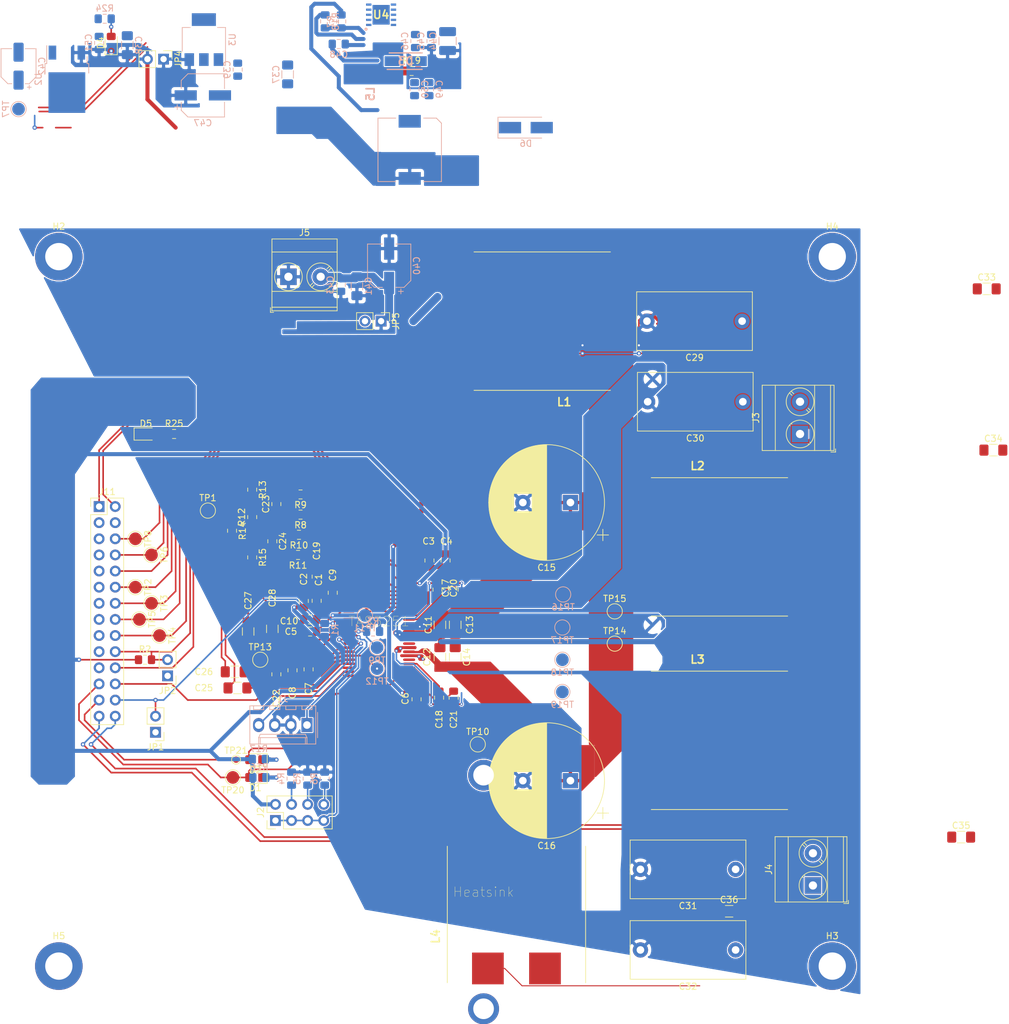
<source format=kicad_pcb>
(kicad_pcb (version 20171130) (host pcbnew 5.1.0+dfsg1-1)

  (general
    (thickness 1.6)
    (drawings 0)
    (tracks 542)
    (zones 0)
    (modules 123)
    (nets 71)
  )

  (page A4)
  (layers
    (0 F.Cu signal)
    (31 B.Cu signal)
    (32 B.Adhes user)
    (33 F.Adhes user)
    (34 B.Paste user)
    (35 F.Paste user)
    (36 B.SilkS user)
    (37 F.SilkS user)
    (38 B.Mask user hide)
    (39 F.Mask user hide)
    (40 Dwgs.User user)
    (41 Cmts.User user hide)
    (42 Eco1.User user hide)
    (43 Eco2.User user hide)
    (44 Edge.Cuts user)
    (45 Margin user hide)
    (46 B.CrtYd user)
    (47 F.CrtYd user)
    (48 B.Fab user hide)
    (49 F.Fab user hide)
  )

  (setup
    (last_trace_width 0.1524)
    (user_trace_width 0.254)
    (user_trace_width 0.635)
    (user_trace_width 1.27)
    (trace_clearance 0.1524)
    (zone_clearance 0.09144)
    (zone_45_only no)
    (trace_min 0.1524)
    (via_size 0.6858)
    (via_drill 0.3302)
    (via_min_size 0.508)
    (via_min_drill 0.254)
    (user_via 0.508 0.254)
    (uvia_size 0.6858)
    (uvia_drill 0.3302)
    (uvias_allowed no)
    (uvia_min_size 0.2)
    (uvia_min_drill 0.1)
    (edge_width 0.1)
    (segment_width 0.2)
    (pcb_text_width 0.3)
    (pcb_text_size 1.5 1.5)
    (mod_edge_width 0.15)
    (mod_text_size 1 1)
    (mod_text_width 0.15)
    (pad_size 5 5)
    (pad_drill 0)
    (pad_to_mask_clearance 0.0508)
    (solder_mask_min_width 0.25)
    (aux_axis_origin 0 0)
    (visible_elements 7FFFEFFF)
    (pcbplotparams
      (layerselection 0x010fc_ffffffff)
      (usegerberextensions false)
      (usegerberattributes false)
      (usegerberadvancedattributes false)
      (creategerberjobfile false)
      (excludeedgelayer true)
      (linewidth 0.100000)
      (plotframeref false)
      (viasonmask false)
      (mode 1)
      (useauxorigin false)
      (hpglpennumber 1)
      (hpglpenspeed 20)
      (hpglpendiameter 15.000000)
      (psnegative false)
      (psa4output false)
      (plotreference true)
      (plotvalue true)
      (plotinvisibletext false)
      (padsonsilk false)
      (subtractmaskfromsilk false)
      (outputformat 1)
      (mirror false)
      (drillshape 1)
      (scaleselection 1)
      (outputdirectory ""))
  )

  (net 0 "")
  (net 1 +3V3)
  (net 2 GND)
  (net 3 VDD)
  (net 4 /TAS3251/AVDD)
  (net 5 /TAS3251/DVDD)
  (net 6 "Net-(C9-Pad1)")
  (net 7 "Net-(C9-Pad2)")
  (net 8 "Net-(C10-Pad1)")
  (net 9 "Net-(C17-Pad2)")
  (net 10 "Net-(C18-Pad2)")
  (net 11 "Net-(C19-Pad2)")
  (net 12 "Net-(C20-Pad2)")
  (net 13 "Net-(C21-Pad2)")
  (net 14 /TAS3251/C_START)
  (net 15 /TAS3251/INB-)
  (net 16 /TAS3251/INB+)
  (net 17 /TAS3251/INA+)
  (net 18 /TAS3251/INA-)
  (net 19 SPK_INB-)
  (net 20 SPK_INB+)
  (net 21 SPK_INA-)
  (net 22 SPK_INA+)
  (net 23 15V)
  (net 24 "Net-(C47-Pad1)")
  (net 25 \CLIP_OTW)
  (net 26 "Net-(D1-Pad1)")
  (net 27 "Net-(D2-Pad1)")
  (net 28 \FAULT)
  (net 29 "Net-(D4-Pad2)")
  (net 30 "Net-(D5-Pad2)")
  (net 31 /TAS3251/OSC-IOM)
  (net 32 /TAS3251/OSC-IOP)
  (net 33 /TAS3251/FREQ_ADJ)
  (net 34 "Net-(J2-Pad8)")
  (net 35 "Net-(J2-Pad6)")
  (net 36 "Net-(J2-Pad4)")
  (net 37 MODE)
  (net 38 ADR)
  (net 39 /TAS3251/OC_ADJ)
  (net 40 /TAS3251/DAC_OUTB-)
  (net 41 /TAS3251/DAC_OUTB+)
  (net 42 /TAS3251/DAC_OUTA+)
  (net 43 /TAS3251/DAC_OUTA-)
  (net 44 MCLK)
  (net 45 BCLK)
  (net 46 LRCK)
  (net 47 SDIN)
  (net 48 SCL)
  (net 49 SDA)
  (net 50 +12V)
  (net 51 "Net-(C48-Pad2)")
  (net 52 \RESET-AMP)
  (net 53 \DAC_MUTE)
  (net 54 SDOUT)
  (net 55 /TAS3251/SPK_OUTA-)
  (net 56 /TAS3251/SPK_OUTB+)
  (net 57 /TAS3251/SPK_OUTB-)
  (net 58 /TAS3251/SPK_OUTA+)
  (net 59 OUTB-)
  (net 60 OUTB+)
  (net 61 OUTA-)
  (net 62 OUTA+)
  (net 63 "Net-(C46-Pad1)")
  (net 64 "Net-(C49-Pad1)")
  (net 65 "Net-(C49-Pad2)")
  (net 66 "Net-(C50-Pad2)")
  (net 67 "Net-(D3-Pad2)")
  (net 68 "Net-(D6-Pad2)")
  (net 69 "Net-(D6-Pad1)")
  (net 70 "Net-(R19-Pad1)")

  (net_class Default "Ceci est la Netclass par défaut."
    (clearance 0.1524)
    (trace_width 0.1524)
    (via_dia 0.6858)
    (via_drill 0.3302)
    (uvia_dia 0.6858)
    (uvia_drill 0.3302)
    (add_net +12V)
    (add_net +3V3)
    (add_net /TAS3251/AVDD)
    (add_net /TAS3251/C_START)
    (add_net /TAS3251/DAC_OUTA+)
    (add_net /TAS3251/DAC_OUTA-)
    (add_net /TAS3251/DAC_OUTB+)
    (add_net /TAS3251/DAC_OUTB-)
    (add_net /TAS3251/DVDD)
    (add_net /TAS3251/FREQ_ADJ)
    (add_net /TAS3251/INA+)
    (add_net /TAS3251/INA-)
    (add_net /TAS3251/INB+)
    (add_net /TAS3251/INB-)
    (add_net /TAS3251/OC_ADJ)
    (add_net /TAS3251/OSC-IOM)
    (add_net /TAS3251/OSC-IOP)
    (add_net /TAS3251/SPK_OUTA+)
    (add_net /TAS3251/SPK_OUTA-)
    (add_net /TAS3251/SPK_OUTB+)
    (add_net /TAS3251/SPK_OUTB-)
    (add_net 15V)
    (add_net ADR)
    (add_net BCLK)
    (add_net GND)
    (add_net LRCK)
    (add_net MCLK)
    (add_net MODE)
    (add_net "Net-(C10-Pad1)")
    (add_net "Net-(C17-Pad2)")
    (add_net "Net-(C18-Pad2)")
    (add_net "Net-(C19-Pad2)")
    (add_net "Net-(C20-Pad2)")
    (add_net "Net-(C21-Pad2)")
    (add_net "Net-(C46-Pad1)")
    (add_net "Net-(C47-Pad1)")
    (add_net "Net-(C48-Pad2)")
    (add_net "Net-(C49-Pad1)")
    (add_net "Net-(C49-Pad2)")
    (add_net "Net-(C50-Pad2)")
    (add_net "Net-(C9-Pad1)")
    (add_net "Net-(C9-Pad2)")
    (add_net "Net-(D1-Pad1)")
    (add_net "Net-(D2-Pad1)")
    (add_net "Net-(D3-Pad2)")
    (add_net "Net-(D4-Pad2)")
    (add_net "Net-(D5-Pad2)")
    (add_net "Net-(D6-Pad1)")
    (add_net "Net-(D6-Pad2)")
    (add_net "Net-(J2-Pad4)")
    (add_net "Net-(J2-Pad6)")
    (add_net "Net-(J2-Pad8)")
    (add_net "Net-(R19-Pad1)")
    (add_net OUTA+)
    (add_net OUTA-)
    (add_net OUTB+)
    (add_net OUTB-)
    (add_net SCL)
    (add_net SDA)
    (add_net SDIN)
    (add_net SDOUT)
    (add_net SPK_INA+)
    (add_net SPK_INA-)
    (add_net SPK_INB+)
    (add_net SPK_INB-)
    (add_net VDD)
    (add_net \CLIP_OTW)
    (add_net \DAC_MUTE)
    (add_net \FAULT)
    (add_net \RESET-AMP)
  )

  (module SamacSys_Parts:WE-HCF_201322 (layer F.Cu) (tedit 0) (tstamp 5CBE17CE)
    (at 150.876 144.272 90)
    (descr WE-HCF_201322)
    (tags Inductor)
    (path /5B793F19/5B69DE03)
    (attr smd)
    (fp_text reference L4 (at -3.46 -12.745 90) (layer F.SilkS)
      (effects (font (size 1.27 1.27) (thickness 0.254)))
    )
    (fp_text value "10 µH" (at -3.46 -12.745 90) (layer F.SilkS) hide
      (effects (font (size 1.27 1.27) (thickness 0.254)))
    )
    (fp_line (start 12 -12) (end -12 -12) (layer Dwgs.User) (width 0.127))
    (fp_line (start 12 12) (end 12 -12) (layer Dwgs.User) (width 0.127))
    (fp_line (start -12 12) (end 12 12) (layer Dwgs.User) (width 0.127))
    (fp_line (start -12 -12) (end -12 12) (layer Dwgs.User) (width 0.127))
    (fp_line (start -10.75 -10.9) (end -10.75 10.9) (layer Dwgs.User) (width 0.127))
    (fp_line (start 10.75 -10.9) (end -10.75 -10.9) (layer F.SilkS) (width 0.127))
    (fp_line (start 10.75 10.9) (end 10.75 -10.9) (layer Dwgs.User) (width 0.127))
    (fp_line (start -10.75 10.9) (end 10.75 10.9) (layer F.SilkS) (width 0.127))
    (fp_line (start -8.26 -3.75) (end -8.26 3.75) (layer Dwgs.User) (width 0.127))
    (pad 3 smd rect (at 8.5 0 180) (size 5 5) (layers F.Cu F.Paste))
    (pad 2 smd rect (at -8.5 4.5 180) (size 5 5) (layers F.Cu F.Paste)
      (net 57 /TAS3251/SPK_OUTB-))
    (pad 1 smd rect (at -8.5 -4.5 180) (size 5 5) (layers F.Cu F.Paste)
      (net 59 OUTB-))
  )

  (module Capacitor_THT:C_Rect_L18.0mm_W9.0mm_P15.00mm_FKS3_FKP3 (layer F.Cu) (tedit 5CBCCF99) (tstamp 5CA77593)
    (at 185.42 149.86 180)
    (descr "C, Rect series, Radial, pin pitch=15.00mm, , length*width=18*9mm^2, Capacitor, http://www.wima.com/EN/WIMA_FKS_3.pdf")
    (tags "C Rect series Radial pin pitch 15.00mm  length 18mm width 9mm Capacitor")
    (path /5B793F19/5B69DDFF)
    (fp_text reference C32 (at 7.5 -5.75 180) (layer F.SilkS)
      (effects (font (size 1 1) (thickness 0.15)))
    )
    (fp_text value 0.68µF (at 7.5 5.75 180) (layer F.Fab)
      (effects (font (size 1 1) (thickness 0.15)))
    )
    (fp_text user %R (at 7.5 0 180) (layer F.Fab)
      (effects (font (size 1 1) (thickness 0.15)))
    )
    (fp_line (start 16.75 -4.75) (end -1.75 -4.75) (layer F.CrtYd) (width 0.05))
    (fp_line (start 16.75 4.75) (end 16.75 -4.75) (layer F.CrtYd) (width 0.05))
    (fp_line (start -1.75 4.75) (end 16.75 4.75) (layer F.CrtYd) (width 0.05))
    (fp_line (start -1.75 -4.75) (end -1.75 4.75) (layer F.CrtYd) (width 0.05))
    (fp_line (start 16.62 -4.62) (end 16.62 4.62) (layer F.SilkS) (width 0.12))
    (fp_line (start -1.62 -4.62) (end -1.62 4.62) (layer F.SilkS) (width 0.12))
    (fp_line (start -1.62 4.62) (end 16.62 4.62) (layer F.SilkS) (width 0.12))
    (fp_line (start -1.62 -4.62) (end 16.62 -4.62) (layer F.SilkS) (width 0.12))
    (fp_line (start 16.5 -4.5) (end -1.5 -4.5) (layer F.Fab) (width 0.1))
    (fp_line (start 16.5 4.5) (end 16.5 -4.5) (layer F.Fab) (width 0.1))
    (fp_line (start -1.5 4.5) (end 16.5 4.5) (layer F.Fab) (width 0.1))
    (fp_line (start -1.5 -4.5) (end -1.5 4.5) (layer F.Fab) (width 0.1))
    (pad 2 thru_hole circle (at 15 0 180) (size 2.4 2.4) (drill 1.2) (layers *.Cu *.Mask)
      (net 2 GND))
    (pad 1 thru_hole circle (at 0 0 180) (size 2.4 2.4) (drill 1.2) (layers *.Cu *.Mask)
      (net 59 OUTB-))
    (model ${KISYS3DMOD}/Capacitor_THT.3dshapes/C_Rect_L18.0mm_W9.0mm_P15.00mm_FKS3_FKP3.wrl
      (at (xyz 0 0 0))
      (scale (xyz 1 1 1))
      (rotate (xyz 0 0 0))
    )
  )

  (module TAS3251:Advanced_ATS078036036-TI1OP-1099-C1-R1 (layer F.Cu) (tedit 4289BEAB) (tstamp 5CBDE4E5)
    (at 145.6935 140.7255)
    (path /5B7D4339/5CC22F66)
    (attr smd)
    (fp_text reference HS1 (at 0 0) (layer F.SilkS) hide
      (effects (font (size 1.524 1.524) (thickness 0.05)))
    )
    (fp_text value Heatsink (at 0 0) (layer F.SilkS)
      (effects (font (size 1.524 1.524) (thickness 0.05)))
    )
    (pad 2 thru_hole circle (at 0 -18.4 270) (size 4.875 4.875) (drill 3.25) (layers *.Cu *.Paste *.Mask))
    (pad 1 thru_hole circle (at 0 18.4 90) (size 4.875 4.875) (drill 3.25) (layers *.Cu *.Paste *.Mask))
    (model ./wrlshp/12A597A6-E603.wrl
      (at (xyz 0 0 0))
      (scale (xyz 1 1 1))
      (rotate (xyz 0 0 180))
    )
  )

  (module SamacSys_Parts:WE-PD_1030_105054 (layer B.Cu) (tedit 0) (tstamp 5C6B8868)
    (at 134.05109 23.81933 270)
    (descr WE-PD_1030/105054)
    (tags Inductor)
    (path /5B7D4339/5C40B266)
    (attr smd)
    (fp_text reference L5 (at -8.8064 6.1957 270) (layer B.SilkS)
      (effects (font (size 1.27 1.27) (thickness 0.254)) (justify mirror))
    )
    (fp_text value "100 µH " (at -8.8064 6.1957 270) (layer B.SilkS) hide
      (effects (font (size 1.27 1.27) (thickness 0.254)) (justify mirror))
    )
    (fp_line (start 6 5.5) (end -6 5.5) (layer Dwgs.User) (width 0.127))
    (fp_line (start 6 -5.5) (end 6 5.5) (layer Dwgs.User) (width 0.127))
    (fp_line (start -6 -5.5) (end 6 -5.5) (layer Dwgs.User) (width 0.127))
    (fp_line (start -6 5.5) (end -6 -5.5) (layer Dwgs.User) (width 0.127))
    (fp_line (start -5 -4.2) (end -5 -2.2) (layer B.SilkS) (width 0.127))
    (fp_line (start -4.2 -5) (end -5 -4.2) (layer B.SilkS) (width 0.127))
    (fp_line (start 5 -5) (end -4.2 -5) (layer B.SilkS) (width 0.127))
    (fp_line (start 5 -2.2) (end 5 -5) (layer B.SilkS) (width 0.127))
    (fp_line (start 5 5) (end 5 2.2) (layer B.SilkS) (width 0.127))
    (fp_line (start -5 5) (end 5 5) (layer B.SilkS) (width 0.127))
    (fp_line (start -5 2.2) (end -5 5) (layer B.SilkS) (width 0.127))
    (fp_line (start 5 5) (end -5 5) (layer Dwgs.User) (width 0.127))
    (fp_line (start 5 -5) (end 5 5) (layer Dwgs.User) (width 0.127))
    (fp_line (start -5 -5) (end 5 -5) (layer Dwgs.User) (width 0.127))
    (fp_line (start -5 5) (end -5 -5) (layer Dwgs.User) (width 0.127))
    (pad 2 smd rect (at 4.5 0 270) (size 2 3.5) (layers B.Cu B.Paste)
      (net 23 15V))
    (pad 1 smd rect (at -4.5 0 270) (size 2 3.5) (layers B.Cu B.Paste)
      (net 64 "Net-(C49-Pad1)"))
  )

  (module SamacSys_Parts:WE-HCF_201322 (layer F.Cu) (tedit 0) (tstamp 5C3246D9)
    (at 182.88 116.84)
    (descr WE-HCF_201322)
    (tags Inductor)
    (path /5B793F19/5B69DE04)
    (attr smd)
    (fp_text reference L3 (at -3.46 -12.745) (layer F.SilkS)
      (effects (font (size 1.27 1.27) (thickness 0.254)))
    )
    (fp_text value "10 µH" (at -3.46 -12.745) (layer F.SilkS) hide
      (effects (font (size 1.27 1.27) (thickness 0.254)))
    )
    (fp_line (start 12 -12) (end -12 -12) (layer Dwgs.User) (width 0.127))
    (fp_line (start 12 12) (end 12 -12) (layer Dwgs.User) (width 0.127))
    (fp_line (start -12 12) (end 12 12) (layer Dwgs.User) (width 0.127))
    (fp_line (start -12 -12) (end -12 12) (layer Dwgs.User) (width 0.127))
    (fp_line (start -10.75 -10.9) (end -10.75 10.9) (layer Dwgs.User) (width 0.127))
    (fp_line (start 10.75 -10.9) (end -10.75 -10.9) (layer F.SilkS) (width 0.127))
    (fp_line (start 10.75 10.9) (end 10.75 -10.9) (layer Dwgs.User) (width 0.127))
    (fp_line (start -10.75 10.9) (end 10.75 10.9) (layer F.SilkS) (width 0.127))
    (fp_line (start -8.26 -3.75) (end -8.26 3.75) (layer Dwgs.User) (width 0.127))
    (pad 3 smd rect (at 8.5 0 90) (size 5 5) (layers F.Cu F.Paste))
    (pad 2 smd rect (at -8.5 4.5 90) (size 5 5) (layers F.Cu F.Paste)
      (net 60 OUTB+))
    (pad 1 smd rect (at -8.5 -4.5 90) (size 5 5) (layers F.Cu F.Paste)
      (net 56 /TAS3251/SPK_OUTB+))
  )

  (module SamacSys_Parts:WE-HCF_201322 (layer F.Cu) (tedit 0) (tstamp 5C3247B4)
    (at 182.88 86.36)
    (descr WE-HCF_201322)
    (tags Inductor)
    (path /5B793F19/5B69DD7F)
    (attr smd)
    (fp_text reference L2 (at -3.46 -12.745) (layer F.SilkS)
      (effects (font (size 1.27 1.27) (thickness 0.254)))
    )
    (fp_text value "10 µH" (at -3.46 -12.745) (layer F.SilkS) hide
      (effects (font (size 1.27 1.27) (thickness 0.254)))
    )
    (fp_line (start 12 -12) (end -12 -12) (layer Dwgs.User) (width 0.127))
    (fp_line (start 12 12) (end 12 -12) (layer Dwgs.User) (width 0.127))
    (fp_line (start -12 12) (end 12 12) (layer Dwgs.User) (width 0.127))
    (fp_line (start -12 -12) (end -12 12) (layer Dwgs.User) (width 0.127))
    (fp_line (start -10.75 -10.9) (end -10.75 10.9) (layer Dwgs.User) (width 0.127))
    (fp_line (start 10.75 -10.9) (end -10.75 -10.9) (layer F.SilkS) (width 0.127))
    (fp_line (start 10.75 10.9) (end 10.75 -10.9) (layer Dwgs.User) (width 0.127))
    (fp_line (start -10.75 10.9) (end 10.75 10.9) (layer F.SilkS) (width 0.127))
    (fp_line (start -8.26 -3.75) (end -8.26 3.75) (layer Dwgs.User) (width 0.127))
    (pad 3 smd rect (at 8.5 0 90) (size 5 5) (layers F.Cu F.Paste))
    (pad 2 smd rect (at -8.5 4.5 90) (size 5 5) (layers F.Cu F.Paste)
      (net 61 OUTA-))
    (pad 1 smd rect (at -8.5 -4.5 90) (size 5 5) (layers F.Cu F.Paste)
      (net 55 /TAS3251/SPK_OUTA-))
  )

  (module SamacSys_Parts:WE-HCF_201322 (layer F.Cu) (tedit 0) (tstamp 5C324796)
    (at 154.94 50.8 180)
    (descr WE-HCF_201322)
    (tags Inductor)
    (path /5B793F19/5B69DD80)
    (attr smd)
    (fp_text reference L1 (at -3.46 -12.745 180) (layer F.SilkS)
      (effects (font (size 1.27 1.27) (thickness 0.254)))
    )
    (fp_text value "10 µH" (at -3.46 -12.745 180) (layer F.SilkS) hide
      (effects (font (size 1.27 1.27) (thickness 0.254)))
    )
    (fp_line (start 12 -12) (end -12 -12) (layer Dwgs.User) (width 0.127))
    (fp_line (start 12 12) (end 12 -12) (layer Dwgs.User) (width 0.127))
    (fp_line (start -12 12) (end 12 12) (layer Dwgs.User) (width 0.127))
    (fp_line (start -12 -12) (end -12 12) (layer Dwgs.User) (width 0.127))
    (fp_line (start -10.75 -10.9) (end -10.75 10.9) (layer Dwgs.User) (width 0.127))
    (fp_line (start 10.75 -10.9) (end -10.75 -10.9) (layer F.SilkS) (width 0.127))
    (fp_line (start 10.75 10.9) (end 10.75 -10.9) (layer Dwgs.User) (width 0.127))
    (fp_line (start -10.75 10.9) (end 10.75 10.9) (layer F.SilkS) (width 0.127))
    (fp_line (start -8.26 -3.75) (end -8.26 3.75) (layer Dwgs.User) (width 0.127))
    (pad 3 smd rect (at 8.5 0 270) (size 5 5) (layers F.Cu F.Paste))
    (pad 2 smd rect (at -8.5 4.5 270) (size 5 5) (layers F.Cu F.Paste)
      (net 62 OUTA+))
    (pad 1 smd rect (at -8.5 -4.5 270) (size 5 5) (layers F.Cu F.Paste)
      (net 58 /TAS3251/SPK_OUTA+))
  )

  (module SamacSys_Parts:DIOM5226X240N (layer B.Cu) (tedit 0) (tstamp 5C6B87C5)
    (at 133.41609 9.84933)
    (descr SMA)
    (tags Diode)
    (path /5B7D4339/5C4A812B)
    (attr smd)
    (fp_text reference D3 (at 0 0) (layer B.SilkS)
      (effects (font (size 1.27 1.27) (thickness 0.254)) (justify mirror))
    )
    (fp_text value D_Schottky (at 0 0) (layer B.SilkS) hide
      (effects (font (size 1.27 1.27) (thickness 0.254)) (justify mirror))
    )
    (fp_line (start -2.598 -1.302) (end 2.598 -1.302) (layer B.SilkS) (width 0.2))
    (fp_line (start 2.598 1.302) (end -2.925 1.302) (layer B.SilkS) (width 0.2))
    (fp_line (start -2.598 0.528) (end -1.822 1.302) (layer Dwgs.User) (width 0.1))
    (fp_line (start -2.598 -1.302) (end -2.598 1.302) (layer Dwgs.User) (width 0.1))
    (fp_line (start 2.598 -1.302) (end -2.598 -1.302) (layer Dwgs.User) (width 0.1))
    (fp_line (start 2.598 1.302) (end 2.598 -1.302) (layer Dwgs.User) (width 0.1))
    (fp_line (start -2.598 1.302) (end 2.598 1.302) (layer Dwgs.User) (width 0.1))
    (fp_line (start -3.575 -1.71) (end -3.575 1.71) (layer Dwgs.User) (width 0.05))
    (fp_line (start 3.575 -1.71) (end -3.575 -1.71) (layer Dwgs.User) (width 0.05))
    (fp_line (start 3.575 1.71) (end 3.575 -1.71) (layer Dwgs.User) (width 0.05))
    (fp_line (start -3.575 1.71) (end 3.575 1.71) (layer Dwgs.User) (width 0.05))
    (pad 2 smd rect (at 2.15 0 270) (size 1.55 2.35) (layers B.Cu B.Paste)
      (net 67 "Net-(D3-Pad2)"))
    (pad 1 smd rect (at -2.15 0 270) (size 1.55 2.35) (layers B.Cu B.Paste)
      (net 64 "Net-(C49-Pad1)"))
    (model "C:\\Users\\JMF\\Documents\\KiCAD additional Libraries\\SamacSys_Parts.3dshapes\\B1100-13-F.stp"
      (at (xyz 0 0 0))
      (scale (xyz 1 1 1))
      (rotate (xyz 0 0 0))
    )
  )

  (module Capacitor_SMD:C_1210_3225Metric_Pad1.42x2.65mm_HandSolder (layer B.Cu) (tedit 5B301BBE) (tstamp 5C6B8757)
    (at 140.02009 6.68333 270)
    (descr "Capacitor SMD 1210 (3225 Metric), square (rectangular) end terminal, IPC_7351 nominal with elongated pad for handsoldering. (Body size source: http://www.tortai-tech.com/upload/download/2011102023233369053.pdf), generated with kicad-footprint-generator")
    (tags "capacitor handsolder")
    (path /5B7D4339/5C413FD2)
    (attr smd)
    (fp_text reference C44 (at 0 2.28 270) (layer B.SilkS)
      (effects (font (size 1 1) (thickness 0.15)) (justify mirror))
    )
    (fp_text value "2.2 µF" (at 0 -2.28 270) (layer B.Fab)
      (effects (font (size 1 1) (thickness 0.15)) (justify mirror))
    )
    (fp_text user %R (at 0 0 270) (layer B.Fab)
      (effects (font (size 0.8 0.8) (thickness 0.12)) (justify mirror))
    )
    (fp_line (start 2.45 -1.58) (end -2.45 -1.58) (layer B.CrtYd) (width 0.05))
    (fp_line (start 2.45 1.58) (end 2.45 -1.58) (layer B.CrtYd) (width 0.05))
    (fp_line (start -2.45 1.58) (end 2.45 1.58) (layer B.CrtYd) (width 0.05))
    (fp_line (start -2.45 -1.58) (end -2.45 1.58) (layer B.CrtYd) (width 0.05))
    (fp_line (start -0.602064 -1.36) (end 0.602064 -1.36) (layer B.SilkS) (width 0.12))
    (fp_line (start -0.602064 1.36) (end 0.602064 1.36) (layer B.SilkS) (width 0.12))
    (fp_line (start 1.6 -1.25) (end -1.6 -1.25) (layer B.Fab) (width 0.1))
    (fp_line (start 1.6 1.25) (end 1.6 -1.25) (layer B.Fab) (width 0.1))
    (fp_line (start -1.6 1.25) (end 1.6 1.25) (layer B.Fab) (width 0.1))
    (fp_line (start -1.6 -1.25) (end -1.6 1.25) (layer B.Fab) (width 0.1))
    (pad 2 smd roundrect (at 1.4875 0 270) (size 1.425 2.65) (layers B.Cu B.Paste B.Mask) (roundrect_rratio 0.175439)
      (net 2 GND))
    (pad 1 smd roundrect (at -1.4875 0 270) (size 1.425 2.65) (layers B.Cu B.Paste B.Mask) (roundrect_rratio 0.175439)
      (net 3 VDD))
    (model ${KISYS3DMOD}/Capacitor_SMD.3dshapes/C_1210_3225Metric.wrl
      (at (xyz 0 0 0))
      (scale (xyz 1 1 1))
      (rotate (xyz 0 0 0))
    )
  )

  (module Capacitor_SMD:CP_Elec_5x5.8 (layer B.Cu) (tedit 5BCA39CF) (tstamp 5C9BC1A2)
    (at 72.39 10.635 90)
    (descr "SMD capacitor, aluminum electrolytic, Panasonic, 5.0x5.8mm")
    (tags "capacitor electrolytic")
    (path /5B7D4339/5C485736)
    (attr smd)
    (fp_text reference C42 (at 0 3.7 90) (layer B.SilkS)
      (effects (font (size 1 1) (thickness 0.15)) (justify mirror))
    )
    (fp_text value 100µF (at 0 -3.7 90) (layer B.Fab)
      (effects (font (size 1 1) (thickness 0.15)) (justify mirror))
    )
    (fp_text user %R (at 0 0 90) (layer B.Fab)
      (effects (font (size 1 1) (thickness 0.15)) (justify mirror))
    )
    (fp_line (start -3.95 -1.05) (end -2.9 -1.05) (layer B.CrtYd) (width 0.05))
    (fp_line (start -3.95 1.05) (end -3.95 -1.05) (layer B.CrtYd) (width 0.05))
    (fp_line (start -2.9 1.05) (end -3.95 1.05) (layer B.CrtYd) (width 0.05))
    (fp_line (start -2.9 -1.05) (end -2.9 -1.75) (layer B.CrtYd) (width 0.05))
    (fp_line (start -2.9 1.75) (end -2.9 1.05) (layer B.CrtYd) (width 0.05))
    (fp_line (start -2.9 1.75) (end -1.75 2.9) (layer B.CrtYd) (width 0.05))
    (fp_line (start -2.9 -1.75) (end -1.75 -2.9) (layer B.CrtYd) (width 0.05))
    (fp_line (start -1.75 2.9) (end 2.9 2.9) (layer B.CrtYd) (width 0.05))
    (fp_line (start -1.75 -2.9) (end 2.9 -2.9) (layer B.CrtYd) (width 0.05))
    (fp_line (start 2.9 -1.05) (end 2.9 -2.9) (layer B.CrtYd) (width 0.05))
    (fp_line (start 3.95 -1.05) (end 2.9 -1.05) (layer B.CrtYd) (width 0.05))
    (fp_line (start 3.95 1.05) (end 3.95 -1.05) (layer B.CrtYd) (width 0.05))
    (fp_line (start 2.9 1.05) (end 3.95 1.05) (layer B.CrtYd) (width 0.05))
    (fp_line (start 2.9 2.9) (end 2.9 1.05) (layer B.CrtYd) (width 0.05))
    (fp_line (start -3.3125 1.9975) (end -3.3125 1.3725) (layer B.SilkS) (width 0.12))
    (fp_line (start -3.625 1.685) (end -3 1.685) (layer B.SilkS) (width 0.12))
    (fp_line (start -2.76 -1.695563) (end -1.695563 -2.76) (layer B.SilkS) (width 0.12))
    (fp_line (start -2.76 1.695563) (end -1.695563 2.76) (layer B.SilkS) (width 0.12))
    (fp_line (start -2.76 1.695563) (end -2.76 1.06) (layer B.SilkS) (width 0.12))
    (fp_line (start -2.76 -1.695563) (end -2.76 -1.06) (layer B.SilkS) (width 0.12))
    (fp_line (start -1.695563 -2.76) (end 2.76 -2.76) (layer B.SilkS) (width 0.12))
    (fp_line (start -1.695563 2.76) (end 2.76 2.76) (layer B.SilkS) (width 0.12))
    (fp_line (start 2.76 2.76) (end 2.76 1.06) (layer B.SilkS) (width 0.12))
    (fp_line (start 2.76 -2.76) (end 2.76 -1.06) (layer B.SilkS) (width 0.12))
    (fp_line (start -1.783956 1.45) (end -1.783956 0.95) (layer B.Fab) (width 0.1))
    (fp_line (start -2.033956 1.2) (end -1.533956 1.2) (layer B.Fab) (width 0.1))
    (fp_line (start -2.65 -1.65) (end -1.65 -2.65) (layer B.Fab) (width 0.1))
    (fp_line (start -2.65 1.65) (end -1.65 2.65) (layer B.Fab) (width 0.1))
    (fp_line (start -2.65 1.65) (end -2.65 -1.65) (layer B.Fab) (width 0.1))
    (fp_line (start -1.65 -2.65) (end 2.65 -2.65) (layer B.Fab) (width 0.1))
    (fp_line (start -1.65 2.65) (end 2.65 2.65) (layer B.Fab) (width 0.1))
    (fp_line (start 2.65 2.65) (end 2.65 -2.65) (layer B.Fab) (width 0.1))
    (fp_circle (center 0 0) (end 2.5 0) (layer B.Fab) (width 0.1))
    (pad 2 smd roundrect (at 2.2 0 90) (size 3 1.6) (layers B.Cu B.Paste B.Mask) (roundrect_rratio 0.15625)
      (net 2 GND))
    (pad 1 smd roundrect (at -2.2 0 90) (size 3 1.6) (layers B.Cu B.Paste B.Mask) (roundrect_rratio 0.15625)
      (net 1 +3V3))
    (model ${KISYS3DMOD}/Capacitor_SMD.3dshapes/CP_Elec_5x5.8.wrl
      (at (xyz 0 0 0))
      (scale (xyz 1 1 1))
      (rotate (xyz 0 0 0))
    )
  )

  (module SamacSys_Parts:SON80P400X400X80-11N (layer B.Cu) (tedit 0) (tstamp 5CBD7B99)
    (at 129.54 2.54)
    (descr DPR0010A)
    (tags "Integrated Circuit")
    (path /5B7D4339/5CB79EFE)
    (attr smd)
    (fp_text reference U4 (at 0 0) (layer F.SilkS)
      (effects (font (size 1.27 1.27) (thickness 0.254)))
    )
    (fp_text value LM5010ASD_NOPB (at 0 0) (layer B.SilkS) hide
      (effects (font (size 1.27 1.27) (thickness 0.254)) (justify mirror))
    )
    (fp_circle (center -2.375 2.275) (end -2.375 2.15) (layer B.SilkS) (width 0.25))
    (fp_line (start -2 1) (end -1 2) (layer Dwgs.User) (width 0.1))
    (fp_line (start -2 -2) (end -2 2) (layer Dwgs.User) (width 0.1))
    (fp_line (start 2 -2) (end -2 -2) (layer Dwgs.User) (width 0.1))
    (fp_line (start 2 2) (end 2 -2) (layer Dwgs.User) (width 0.1))
    (fp_line (start -2 2) (end 2 2) (layer Dwgs.User) (width 0.1))
    (fp_line (start -2.625 -2.3) (end -2.625 2.3) (layer Dwgs.User) (width 0.05))
    (fp_line (start 2.625 -2.3) (end -2.625 -2.3) (layer Dwgs.User) (width 0.05))
    (fp_line (start 2.625 2.3) (end 2.625 -2.3) (layer Dwgs.User) (width 0.05))
    (fp_line (start -2.625 2.3) (end 2.625 2.3) (layer Dwgs.User) (width 0.05))
    (pad 11 smd rect (at 0 0) (size 2.7 3.1) (layers B.Cu B.Paste)
      (net 2 GND))
    (pad 10 smd rect (at 1.95 1.6 270) (size 0.35 0.85) (layers B.Cu B.Paste)
      (net 69 "Net-(D6-Pad1)"))
    (pad 9 smd rect (at 1.95 0.8 270) (size 0.35 0.85) (layers B.Cu B.Paste)
      (net 51 "Net-(C48-Pad2)"))
    (pad 8 smd rect (at 1.95 0 270) (size 0.35 0.85) (layers B.Cu B.Paste)
      (net 70 "Net-(R19-Pad1)"))
    (pad 7 smd rect (at 1.95 -0.8 270) (size 0.35 0.85) (layers B.Cu B.Paste)
      (net 63 "Net-(C46-Pad1)"))
    (pad 6 smd rect (at 1.95 -1.6 270) (size 0.35 0.85) (layers B.Cu B.Paste)
      (net 66 "Net-(C50-Pad2)"))
    (pad 5 smd rect (at -1.95 -1.6 270) (size 0.35 0.85) (layers B.Cu B.Paste)
      (net 2 GND))
    (pad 4 smd rect (at -1.95 -0.8 270) (size 0.35 0.85) (layers B.Cu B.Paste)
      (net 2 GND))
    (pad 3 smd rect (at -1.95 0 270) (size 0.35 0.85) (layers B.Cu B.Paste)
      (net 67 "Net-(D3-Pad2)"))
    (pad 2 smd rect (at -1.95 0.8 270) (size 0.35 0.85) (layers B.Cu B.Paste)
      (net 65 "Net-(C49-Pad2)"))
    (pad 1 smd rect (at -1.95 1.6 270) (size 0.35 0.85) (layers B.Cu B.Paste)
      (net 64 "Net-(C49-Pad1)"))
    (model "C:\\Users\\JMF\\Documents\\KiCAD additional Libraries\\SamacSys_Parts.3dshapes\\LM5010ASD_NOPB.stp"
      (at (xyz 0 0 0))
      (scale (xyz 1 1 1))
      (rotate (xyz 0 0 0))
    )
  )

  (module Resistor_SMD:R_0805_2012Metric_Pad1.15x1.40mm_HandSolder (layer F.Cu) (tedit 5B36C52B) (tstamp 5CBD26D3)
    (at 134.355 11.39)
    (descr "Resistor SMD 0805 (2012 Metric), square (rectangular) end terminal, IPC_7351 nominal with elongated pad for handsoldering. (Body size source: https://docs.google.com/spreadsheets/d/1BsfQQcO9C6DZCsRaXUlFlo91Tg2WpOkGARC1WS5S8t0/edit?usp=sharing), generated with kicad-footprint-generator")
    (tags "resistor handsolder")
    (path /5B7D4339/5CBB5A81)
    (attr smd)
    (fp_text reference R19 (at 0 -1.65) (layer F.SilkS)
      (effects (font (size 1 1) (thickness 0.15)))
    )
    (fp_text value 182k (at 0 1.65) (layer F.Fab)
      (effects (font (size 1 1) (thickness 0.15)))
    )
    (fp_text user %R (at 0 0) (layer F.Fab)
      (effects (font (size 0.5 0.5) (thickness 0.08)))
    )
    (fp_line (start 1.85 0.95) (end -1.85 0.95) (layer F.CrtYd) (width 0.05))
    (fp_line (start 1.85 -0.95) (end 1.85 0.95) (layer F.CrtYd) (width 0.05))
    (fp_line (start -1.85 -0.95) (end 1.85 -0.95) (layer F.CrtYd) (width 0.05))
    (fp_line (start -1.85 0.95) (end -1.85 -0.95) (layer F.CrtYd) (width 0.05))
    (fp_line (start -0.261252 0.71) (end 0.261252 0.71) (layer F.SilkS) (width 0.12))
    (fp_line (start -0.261252 -0.71) (end 0.261252 -0.71) (layer F.SilkS) (width 0.12))
    (fp_line (start 1 0.6) (end -1 0.6) (layer F.Fab) (width 0.1))
    (fp_line (start 1 -0.6) (end 1 0.6) (layer F.Fab) (width 0.1))
    (fp_line (start -1 -0.6) (end 1 -0.6) (layer F.Fab) (width 0.1))
    (fp_line (start -1 0.6) (end -1 -0.6) (layer F.Fab) (width 0.1))
    (pad 2 smd roundrect (at 1.025 0) (size 1.15 1.4) (layers F.Cu F.Paste F.Mask) (roundrect_rratio 0.217391)
      (net 69 "Net-(D6-Pad1)"))
    (pad 1 smd roundrect (at -1.025 0) (size 1.15 1.4) (layers F.Cu F.Paste F.Mask) (roundrect_rratio 0.217391)
      (net 70 "Net-(R19-Pad1)"))
    (model ${KISYS3DMOD}/Resistor_SMD.3dshapes/R_0805_2012Metric.wrl
      (at (xyz 0 0 0))
      (scale (xyz 1 1 1))
      (rotate (xyz 0 0 0))
    )
  )

  (module MountingHole:MountingHole_4.3mm_M4_DIN965_Pad (layer F.Cu) (tedit 56D1B4CB) (tstamp 5CBD21D4)
    (at 78.74 152.4)
    (descr "Mounting Hole 4.3mm, M4, DIN965")
    (tags "mounting hole 4.3mm m4 din965")
    (path /5B7D4339/5CC09EF6)
    (attr virtual)
    (fp_text reference H5 (at 0 -4.75) (layer F.SilkS)
      (effects (font (size 1 1) (thickness 0.15)))
    )
    (fp_text value MountingHole (at 0 4.75) (layer F.Fab)
      (effects (font (size 1 1) (thickness 0.15)))
    )
    (fp_circle (center 0 0) (end 4 0) (layer F.CrtYd) (width 0.05))
    (fp_circle (center 0 0) (end 3.75 0) (layer Cmts.User) (width 0.15))
    (fp_text user %R (at 0.3 0) (layer F.Fab)
      (effects (font (size 1 1) (thickness 0.15)))
    )
    (pad 1 thru_hole circle (at 0 0) (size 7.5 7.5) (drill 4.3) (layers *.Cu *.Mask))
  )

  (module MountingHole:MountingHole_4.3mm_M4_DIN965_Pad (layer F.Cu) (tedit 56D1B4CB) (tstamp 5CBD21CC)
    (at 200.66 40.64)
    (descr "Mounting Hole 4.3mm, M4, DIN965")
    (tags "mounting hole 4.3mm m4 din965")
    (path /5B7D4339/5CC0941A)
    (attr virtual)
    (fp_text reference H4 (at 0 -4.75) (layer F.SilkS)
      (effects (font (size 1 1) (thickness 0.15)))
    )
    (fp_text value MountingHole (at 0 4.75) (layer F.Fab)
      (effects (font (size 1 1) (thickness 0.15)))
    )
    (fp_circle (center 0 0) (end 4 0) (layer F.CrtYd) (width 0.05))
    (fp_circle (center 0 0) (end 3.75 0) (layer Cmts.User) (width 0.15))
    (fp_text user %R (at 0.3 0) (layer F.Fab)
      (effects (font (size 1 1) (thickness 0.15)))
    )
    (pad 1 thru_hole circle (at 0 0) (size 7.5 7.5) (drill 4.3) (layers *.Cu *.Mask))
  )

  (module MountingHole:MountingHole_4.3mm_M4_DIN965_Pad (layer F.Cu) (tedit 56D1B4CB) (tstamp 5CBD21C4)
    (at 200.66 152.4)
    (descr "Mounting Hole 4.3mm, M4, DIN965")
    (tags "mounting hole 4.3mm m4 din965")
    (path /5B7D4339/5CC08BD5)
    (attr virtual)
    (fp_text reference H3 (at 0 -4.75) (layer F.SilkS)
      (effects (font (size 1 1) (thickness 0.15)))
    )
    (fp_text value MountingHole (at 0 4.75) (layer F.Fab)
      (effects (font (size 1 1) (thickness 0.15)))
    )
    (fp_circle (center 0 0) (end 4 0) (layer F.CrtYd) (width 0.05))
    (fp_circle (center 0 0) (end 3.75 0) (layer Cmts.User) (width 0.15))
    (fp_text user %R (at 0.3 0) (layer F.Fab)
      (effects (font (size 1 1) (thickness 0.15)))
    )
    (pad 1 thru_hole circle (at 0 0) (size 7.5 7.5) (drill 4.3) (layers *.Cu *.Mask))
  )

  (module MountingHole:MountingHole_4.3mm_M4_DIN965_Pad (layer F.Cu) (tedit 56D1B4CB) (tstamp 5CBD21BC)
    (at 78.74 40.64)
    (descr "Mounting Hole 4.3mm, M4, DIN965")
    (tags "mounting hole 4.3mm m4 din965")
    (path /5B7D4339/5CC085DF)
    (attr virtual)
    (fp_text reference H2 (at 0 -4.75) (layer F.SilkS)
      (effects (font (size 1 1) (thickness 0.15)))
    )
    (fp_text value MountingHole (at 0 4.75) (layer F.Fab)
      (effects (font (size 1 1) (thickness 0.15)))
    )
    (fp_circle (center 0 0) (end 4 0) (layer F.CrtYd) (width 0.05))
    (fp_circle (center 0 0) (end 3.75 0) (layer Cmts.User) (width 0.15))
    (fp_text user %R (at 0.3 0) (layer F.Fab)
      (effects (font (size 1 1) (thickness 0.15)))
    )
    (pad 1 thru_hole circle (at 0 0) (size 7.5 7.5) (drill 4.3) (layers *.Cu *.Mask))
  )

  (module Diode_SMD:D_SMA_Handsoldering (layer B.Cu) (tedit 58643398) (tstamp 5CBD21B4)
    (at 152.36 20.32)
    (descr "Diode SMA (DO-214AC) Handsoldering")
    (tags "Diode SMA (DO-214AC) Handsoldering")
    (path /5B7D4339/5CBAC3C5)
    (attr smd)
    (fp_text reference D6 (at 0 2.5) (layer B.SilkS)
      (effects (font (size 1 1) (thickness 0.15)) (justify mirror))
    )
    (fp_text value D_Schottky (at 0 -2.6) (layer B.Fab)
      (effects (font (size 1 1) (thickness 0.15)) (justify mirror))
    )
    (fp_line (start -4.4 1.65) (end 2.5 1.65) (layer B.SilkS) (width 0.12))
    (fp_line (start -4.4 -1.65) (end 2.5 -1.65) (layer B.SilkS) (width 0.12))
    (fp_line (start -0.64944 -0.00102) (end 0.50118 0.79908) (layer B.Fab) (width 0.1))
    (fp_line (start -0.64944 -0.00102) (end 0.50118 -0.75032) (layer B.Fab) (width 0.1))
    (fp_line (start 0.50118 -0.75032) (end 0.50118 0.79908) (layer B.Fab) (width 0.1))
    (fp_line (start -0.64944 0.79908) (end -0.64944 -0.80112) (layer B.Fab) (width 0.1))
    (fp_line (start 0.50118 -0.00102) (end 1.4994 -0.00102) (layer B.Fab) (width 0.1))
    (fp_line (start -0.64944 -0.00102) (end -1.55114 -0.00102) (layer B.Fab) (width 0.1))
    (fp_line (start -4.5 -1.75) (end -4.5 1.75) (layer B.CrtYd) (width 0.05))
    (fp_line (start 4.5 -1.75) (end -4.5 -1.75) (layer B.CrtYd) (width 0.05))
    (fp_line (start 4.5 1.75) (end 4.5 -1.75) (layer B.CrtYd) (width 0.05))
    (fp_line (start -4.5 1.75) (end 4.5 1.75) (layer B.CrtYd) (width 0.05))
    (fp_line (start 2.3 1.5) (end -2.3 1.5) (layer B.Fab) (width 0.1))
    (fp_line (start 2.3 1.5) (end 2.3 -1.5) (layer B.Fab) (width 0.1))
    (fp_line (start -2.3 -1.5) (end -2.3 1.5) (layer B.Fab) (width 0.1))
    (fp_line (start 2.3 -1.5) (end -2.3 -1.5) (layer B.Fab) (width 0.1))
    (fp_line (start -4.4 1.65) (end -4.4 -1.65) (layer B.SilkS) (width 0.12))
    (fp_text user %R (at 0 2.5) (layer B.Fab)
      (effects (font (size 1 1) (thickness 0.15)) (justify mirror))
    )
    (pad 2 smd rect (at 2.5 0) (size 3.5 1.8) (layers B.Cu B.Paste B.Mask)
      (net 68 "Net-(D6-Pad2)"))
    (pad 1 smd rect (at -2.5 0) (size 3.5 1.8) (layers B.Cu B.Paste B.Mask)
      (net 69 "Net-(D6-Pad1)"))
    (model ${KISYS3DMOD}/Diode_SMD.3dshapes/D_SMA.wrl
      (at (xyz 0 0 0))
      (scale (xyz 1 1 1))
      (rotate (xyz 0 0 0))
    )
  )

  (module Capacitor_SMD:CP_Elec_6.3x5.8 (layer B.Cu) (tedit 5A841F9D) (tstamp 5CA77DA8)
    (at 101.44 15.24)
    (descr "SMT capacitor, aluminium electrolytic, 6.3x5.8, Nichicon ")
    (tags "Capacitor Electrolytic")
    (path /5B7D4339/5B69DF1A)
    (attr smd)
    (fp_text reference C47 (at 0 4.35) (layer B.SilkS)
      (effects (font (size 1 1) (thickness 0.15)) (justify mirror))
    )
    (fp_text value 47µF (at 0 -4.35) (layer B.Fab)
      (effects (font (size 1 1) (thickness 0.15)) (justify mirror))
    )
    (fp_circle (center 0 0) (end 3.15 0) (layer B.Fab) (width 0.1))
    (fp_line (start 3.3 3.3) (end 3.3 -3.3) (layer B.Fab) (width 0.1))
    (fp_line (start -2.3 3.3) (end 3.3 3.3) (layer B.Fab) (width 0.1))
    (fp_line (start -2.3 -3.3) (end 3.3 -3.3) (layer B.Fab) (width 0.1))
    (fp_line (start -3.3 2.3) (end -3.3 -2.3) (layer B.Fab) (width 0.1))
    (fp_line (start -3.3 2.3) (end -2.3 3.3) (layer B.Fab) (width 0.1))
    (fp_line (start -3.3 -2.3) (end -2.3 -3.3) (layer B.Fab) (width 0.1))
    (fp_line (start -2.704838 1.33) (end -2.074838 1.33) (layer B.Fab) (width 0.1))
    (fp_line (start -2.389838 1.645) (end -2.389838 1.015) (layer B.Fab) (width 0.1))
    (fp_line (start 3.41 -3.41) (end 3.41 -1.06) (layer B.SilkS) (width 0.12))
    (fp_line (start 3.41 3.41) (end 3.41 1.06) (layer B.SilkS) (width 0.12))
    (fp_line (start -2.345563 3.41) (end 3.41 3.41) (layer B.SilkS) (width 0.12))
    (fp_line (start -2.345563 -3.41) (end 3.41 -3.41) (layer B.SilkS) (width 0.12))
    (fp_line (start -3.41 -2.345563) (end -3.41 -1.06) (layer B.SilkS) (width 0.12))
    (fp_line (start -3.41 2.345563) (end -3.41 1.06) (layer B.SilkS) (width 0.12))
    (fp_line (start -3.41 2.345563) (end -2.345563 3.41) (layer B.SilkS) (width 0.12))
    (fp_line (start -3.41 -2.345563) (end -2.345563 -3.41) (layer B.SilkS) (width 0.12))
    (fp_line (start -4.4375 1.8475) (end -3.65 1.8475) (layer B.SilkS) (width 0.12))
    (fp_line (start -4.04375 2.24125) (end -4.04375 1.45375) (layer B.SilkS) (width 0.12))
    (fp_line (start 3.55 3.55) (end 3.55 1.05) (layer B.CrtYd) (width 0.05))
    (fp_line (start 3.55 1.05) (end 4.7 1.05) (layer B.CrtYd) (width 0.05))
    (fp_line (start 4.7 1.05) (end 4.7 -1.05) (layer B.CrtYd) (width 0.05))
    (fp_line (start 4.7 -1.05) (end 3.55 -1.05) (layer B.CrtYd) (width 0.05))
    (fp_line (start 3.55 -1.05) (end 3.55 -3.55) (layer B.CrtYd) (width 0.05))
    (fp_line (start -2.4 -3.55) (end 3.55 -3.55) (layer B.CrtYd) (width 0.05))
    (fp_line (start -2.4 3.55) (end 3.55 3.55) (layer B.CrtYd) (width 0.05))
    (fp_line (start -3.55 -2.4) (end -2.4 -3.55) (layer B.CrtYd) (width 0.05))
    (fp_line (start -3.55 2.4) (end -2.4 3.55) (layer B.CrtYd) (width 0.05))
    (fp_line (start -3.55 2.4) (end -3.55 1.05) (layer B.CrtYd) (width 0.05))
    (fp_line (start -3.55 -1.05) (end -3.55 -2.4) (layer B.CrtYd) (width 0.05))
    (fp_line (start -3.55 1.05) (end -4.7 1.05) (layer B.CrtYd) (width 0.05))
    (fp_line (start -4.7 1.05) (end -4.7 -1.05) (layer B.CrtYd) (width 0.05))
    (fp_line (start -4.7 -1.05) (end -3.55 -1.05) (layer B.CrtYd) (width 0.05))
    (fp_text user %R (at 0 0) (layer B.Fab)
      (effects (font (size 1 1) (thickness 0.15)) (justify mirror))
    )
    (pad 1 smd rect (at -2.7 0) (size 3.5 1.6) (layers B.Cu B.Paste B.Mask)
      (net 24 "Net-(C47-Pad1)"))
    (pad 2 smd rect (at 2.7 0) (size 3.5 1.6) (layers B.Cu B.Paste B.Mask)
      (net 2 GND))
    (model ${KISYS3DMOD}/Capacitor_SMD.3dshapes/CP_Elec_6.3x5.8.wrl
      (at (xyz 0 0 0))
      (scale (xyz 1 1 1))
      (rotate (xyz 0 0 0))
    )
  )

  (module Capacitor_SMD:CP_Elec_6.3x5.8 (layer B.Cu) (tedit 5A841F9D) (tstamp 5CA77D59)
    (at 130.81 42.07 90)
    (descr "SMT capacitor, aluminium electrolytic, 6.3x5.8, Nichicon ")
    (tags "Capacitor Electrolytic")
    (path /5B7D4339/5B69DF32)
    (attr smd)
    (fp_text reference C40 (at 0 4.35 90) (layer B.SilkS)
      (effects (font (size 1 1) (thickness 0.15)) (justify mirror))
    )
    (fp_text value 47µF (at 0 -4.35 90) (layer B.Fab)
      (effects (font (size 1 1) (thickness 0.15)) (justify mirror))
    )
    (fp_circle (center 0 0) (end 3.15 0) (layer B.Fab) (width 0.1))
    (fp_line (start 3.3 3.3) (end 3.3 -3.3) (layer B.Fab) (width 0.1))
    (fp_line (start -2.3 3.3) (end 3.3 3.3) (layer B.Fab) (width 0.1))
    (fp_line (start -2.3 -3.3) (end 3.3 -3.3) (layer B.Fab) (width 0.1))
    (fp_line (start -3.3 2.3) (end -3.3 -2.3) (layer B.Fab) (width 0.1))
    (fp_line (start -3.3 2.3) (end -2.3 3.3) (layer B.Fab) (width 0.1))
    (fp_line (start -3.3 -2.3) (end -2.3 -3.3) (layer B.Fab) (width 0.1))
    (fp_line (start -2.704838 1.33) (end -2.074838 1.33) (layer B.Fab) (width 0.1))
    (fp_line (start -2.389838 1.645) (end -2.389838 1.015) (layer B.Fab) (width 0.1))
    (fp_line (start 3.41 -3.41) (end 3.41 -1.06) (layer B.SilkS) (width 0.12))
    (fp_line (start 3.41 3.41) (end 3.41 1.06) (layer B.SilkS) (width 0.12))
    (fp_line (start -2.345563 3.41) (end 3.41 3.41) (layer B.SilkS) (width 0.12))
    (fp_line (start -2.345563 -3.41) (end 3.41 -3.41) (layer B.SilkS) (width 0.12))
    (fp_line (start -3.41 -2.345563) (end -3.41 -1.06) (layer B.SilkS) (width 0.12))
    (fp_line (start -3.41 2.345563) (end -3.41 1.06) (layer B.SilkS) (width 0.12))
    (fp_line (start -3.41 2.345563) (end -2.345563 3.41) (layer B.SilkS) (width 0.12))
    (fp_line (start -3.41 -2.345563) (end -2.345563 -3.41) (layer B.SilkS) (width 0.12))
    (fp_line (start -4.4375 1.8475) (end -3.65 1.8475) (layer B.SilkS) (width 0.12))
    (fp_line (start -4.04375 2.24125) (end -4.04375 1.45375) (layer B.SilkS) (width 0.12))
    (fp_line (start 3.55 3.55) (end 3.55 1.05) (layer B.CrtYd) (width 0.05))
    (fp_line (start 3.55 1.05) (end 4.7 1.05) (layer B.CrtYd) (width 0.05))
    (fp_line (start 4.7 1.05) (end 4.7 -1.05) (layer B.CrtYd) (width 0.05))
    (fp_line (start 4.7 -1.05) (end 3.55 -1.05) (layer B.CrtYd) (width 0.05))
    (fp_line (start 3.55 -1.05) (end 3.55 -3.55) (layer B.CrtYd) (width 0.05))
    (fp_line (start -2.4 -3.55) (end 3.55 -3.55) (layer B.CrtYd) (width 0.05))
    (fp_line (start -2.4 3.55) (end 3.55 3.55) (layer B.CrtYd) (width 0.05))
    (fp_line (start -3.55 -2.4) (end -2.4 -3.55) (layer B.CrtYd) (width 0.05))
    (fp_line (start -3.55 2.4) (end -2.4 3.55) (layer B.CrtYd) (width 0.05))
    (fp_line (start -3.55 2.4) (end -3.55 1.05) (layer B.CrtYd) (width 0.05))
    (fp_line (start -3.55 -1.05) (end -3.55 -2.4) (layer B.CrtYd) (width 0.05))
    (fp_line (start -3.55 1.05) (end -4.7 1.05) (layer B.CrtYd) (width 0.05))
    (fp_line (start -4.7 1.05) (end -4.7 -1.05) (layer B.CrtYd) (width 0.05))
    (fp_line (start -4.7 -1.05) (end -3.55 -1.05) (layer B.CrtYd) (width 0.05))
    (fp_text user %R (at 0 0 90) (layer B.Fab)
      (effects (font (size 1 1) (thickness 0.15)) (justify mirror))
    )
    (pad 1 smd rect (at -2.7 0 90) (size 3.5 1.6) (layers B.Cu B.Paste B.Mask)
      (net 3 VDD))
    (pad 2 smd rect (at 2.7 0 90) (size 3.5 1.6) (layers B.Cu B.Paste B.Mask)
      (net 2 GND))
    (model ${KISYS3DMOD}/Capacitor_SMD.3dshapes/CP_Elec_6.3x5.8.wrl
      (at (xyz 0 0 0))
      (scale (xyz 1 1 1))
      (rotate (xyz 0 0 0))
    )
  )

  (module Capacitor_THT:CP_Radial_D18.0mm_P7.50mm (layer F.Cu) (tedit 5AE50EF1) (tstamp 5CA776DF)
    (at 159.385 79.375 180)
    (descr "CP, Radial series, Radial, pin pitch=7.50mm, , diameter=18mm, Electrolytic Capacitor")
    (tags "CP Radial series Radial pin pitch 7.50mm  diameter 18mm Electrolytic Capacitor")
    (path /5B793F19/5B69DDB1)
    (fp_text reference C15 (at 3.75 -10.25 180) (layer F.SilkS)
      (effects (font (size 1 1) (thickness 0.15)))
    )
    (fp_text value 2200µF (at 3.75 10.25 180) (layer F.Fab)
      (effects (font (size 1 1) (thickness 0.15)))
    )
    (fp_text user %R (at 3.75 0 180) (layer F.Fab)
      (effects (font (size 1 1) (thickness 0.15)))
    )
    (fp_line (start -5.10944 -6.015) (end -5.10944 -4.215) (layer F.SilkS) (width 0.12))
    (fp_line (start -6.00944 -5.115) (end -4.20944 -5.115) (layer F.SilkS) (width 0.12))
    (fp_line (start 12.87 -0.04) (end 12.87 0.04) (layer F.SilkS) (width 0.12))
    (fp_line (start 12.83 -0.814) (end 12.83 0.814) (layer F.SilkS) (width 0.12))
    (fp_line (start 12.79 -1.166) (end 12.79 1.166) (layer F.SilkS) (width 0.12))
    (fp_line (start 12.75 -1.435) (end 12.75 1.435) (layer F.SilkS) (width 0.12))
    (fp_line (start 12.71 -1.661) (end 12.71 1.661) (layer F.SilkS) (width 0.12))
    (fp_line (start 12.67 -1.86) (end 12.67 1.86) (layer F.SilkS) (width 0.12))
    (fp_line (start 12.63 -2.039) (end 12.63 2.039) (layer F.SilkS) (width 0.12))
    (fp_line (start 12.59 -2.203) (end 12.59 2.203) (layer F.SilkS) (width 0.12))
    (fp_line (start 12.55 -2.355) (end 12.55 2.355) (layer F.SilkS) (width 0.12))
    (fp_line (start 12.51 -2.498) (end 12.51 2.498) (layer F.SilkS) (width 0.12))
    (fp_line (start 12.47 -2.632) (end 12.47 2.632) (layer F.SilkS) (width 0.12))
    (fp_line (start 12.43 -2.759) (end 12.43 2.759) (layer F.SilkS) (width 0.12))
    (fp_line (start 12.39 -2.88) (end 12.39 2.88) (layer F.SilkS) (width 0.12))
    (fp_line (start 12.35 -2.996) (end 12.35 2.996) (layer F.SilkS) (width 0.12))
    (fp_line (start 12.31 -3.107) (end 12.31 3.107) (layer F.SilkS) (width 0.12))
    (fp_line (start 12.27 -3.214) (end 12.27 3.214) (layer F.SilkS) (width 0.12))
    (fp_line (start 12.23 -3.317) (end 12.23 3.317) (layer F.SilkS) (width 0.12))
    (fp_line (start 12.19 -3.416) (end 12.19 3.416) (layer F.SilkS) (width 0.12))
    (fp_line (start 12.15 -3.512) (end 12.15 3.512) (layer F.SilkS) (width 0.12))
    (fp_line (start 12.11 -3.605) (end 12.11 3.605) (layer F.SilkS) (width 0.12))
    (fp_line (start 12.07 -3.696) (end 12.07 3.696) (layer F.SilkS) (width 0.12))
    (fp_line (start 12.03 -3.784) (end 12.03 3.784) (layer F.SilkS) (width 0.12))
    (fp_line (start 11.99 -3.869) (end 11.99 3.869) (layer F.SilkS) (width 0.12))
    (fp_line (start 11.95 -3.952) (end 11.95 3.952) (layer F.SilkS) (width 0.12))
    (fp_line (start 11.911 -4.033) (end 11.911 4.033) (layer F.SilkS) (width 0.12))
    (fp_line (start 11.871 -4.113) (end 11.871 4.113) (layer F.SilkS) (width 0.12))
    (fp_line (start 11.831 -4.19) (end 11.831 4.19) (layer F.SilkS) (width 0.12))
    (fp_line (start 11.791 -4.265) (end 11.791 4.265) (layer F.SilkS) (width 0.12))
    (fp_line (start 11.751 -4.339) (end 11.751 4.339) (layer F.SilkS) (width 0.12))
    (fp_line (start 11.711 -4.412) (end 11.711 4.412) (layer F.SilkS) (width 0.12))
    (fp_line (start 11.671 -4.482) (end 11.671 4.482) (layer F.SilkS) (width 0.12))
    (fp_line (start 11.631 -4.552) (end 11.631 4.552) (layer F.SilkS) (width 0.12))
    (fp_line (start 11.591 -4.62) (end 11.591 4.62) (layer F.SilkS) (width 0.12))
    (fp_line (start 11.551 -4.686) (end 11.551 4.686) (layer F.SilkS) (width 0.12))
    (fp_line (start 11.511 -4.752) (end 11.511 4.752) (layer F.SilkS) (width 0.12))
    (fp_line (start 11.471 -4.816) (end 11.471 4.816) (layer F.SilkS) (width 0.12))
    (fp_line (start 11.431 -4.879) (end 11.431 4.879) (layer F.SilkS) (width 0.12))
    (fp_line (start 11.391 -4.941) (end 11.391 4.941) (layer F.SilkS) (width 0.12))
    (fp_line (start 11.351 -5.002) (end 11.351 5.002) (layer F.SilkS) (width 0.12))
    (fp_line (start 11.311 -5.062) (end 11.311 5.062) (layer F.SilkS) (width 0.12))
    (fp_line (start 11.271 -5.12) (end 11.271 5.12) (layer F.SilkS) (width 0.12))
    (fp_line (start 11.231 -5.178) (end 11.231 5.178) (layer F.SilkS) (width 0.12))
    (fp_line (start 11.191 -5.235) (end 11.191 5.235) (layer F.SilkS) (width 0.12))
    (fp_line (start 11.151 -5.291) (end 11.151 5.291) (layer F.SilkS) (width 0.12))
    (fp_line (start 11.111 -5.346) (end 11.111 5.346) (layer F.SilkS) (width 0.12))
    (fp_line (start 11.071 -5.4) (end 11.071 5.4) (layer F.SilkS) (width 0.12))
    (fp_line (start 11.031 -5.454) (end 11.031 5.454) (layer F.SilkS) (width 0.12))
    (fp_line (start 10.991 -5.506) (end 10.991 5.506) (layer F.SilkS) (width 0.12))
    (fp_line (start 10.951 -5.558) (end 10.951 5.558) (layer F.SilkS) (width 0.12))
    (fp_line (start 10.911 -5.609) (end 10.911 5.609) (layer F.SilkS) (width 0.12))
    (fp_line (start 10.871 -5.66) (end 10.871 5.66) (layer F.SilkS) (width 0.12))
    (fp_line (start 10.831 -5.709) (end 10.831 5.709) (layer F.SilkS) (width 0.12))
    (fp_line (start 10.791 -5.758) (end 10.791 5.758) (layer F.SilkS) (width 0.12))
    (fp_line (start 10.751 -5.806) (end 10.751 5.806) (layer F.SilkS) (width 0.12))
    (fp_line (start 10.711 -5.854) (end 10.711 5.854) (layer F.SilkS) (width 0.12))
    (fp_line (start 10.671 -5.901) (end 10.671 5.901) (layer F.SilkS) (width 0.12))
    (fp_line (start 10.631 -5.947) (end 10.631 5.947) (layer F.SilkS) (width 0.12))
    (fp_line (start 10.591 -5.993) (end 10.591 5.993) (layer F.SilkS) (width 0.12))
    (fp_line (start 10.551 -6.038) (end 10.551 6.038) (layer F.SilkS) (width 0.12))
    (fp_line (start 10.511 -6.082) (end 10.511 6.082) (layer F.SilkS) (width 0.12))
    (fp_line (start 10.471 -6.126) (end 10.471 6.126) (layer F.SilkS) (width 0.12))
    (fp_line (start 10.431 -6.17) (end 10.431 6.17) (layer F.SilkS) (width 0.12))
    (fp_line (start 10.391 -6.212) (end 10.391 6.212) (layer F.SilkS) (width 0.12))
    (fp_line (start 10.351 -6.254) (end 10.351 6.254) (layer F.SilkS) (width 0.12))
    (fp_line (start 10.311 -6.296) (end 10.311 6.296) (layer F.SilkS) (width 0.12))
    (fp_line (start 10.271 -6.337) (end 10.271 6.337) (layer F.SilkS) (width 0.12))
    (fp_line (start 10.231 -6.378) (end 10.231 6.378) (layer F.SilkS) (width 0.12))
    (fp_line (start 10.191 -6.418) (end 10.191 6.418) (layer F.SilkS) (width 0.12))
    (fp_line (start 10.151 -6.458) (end 10.151 6.458) (layer F.SilkS) (width 0.12))
    (fp_line (start 10.111 -6.497) (end 10.111 6.497) (layer F.SilkS) (width 0.12))
    (fp_line (start 10.071 -6.536) (end 10.071 6.536) (layer F.SilkS) (width 0.12))
    (fp_line (start 10.031 -6.574) (end 10.031 6.574) (layer F.SilkS) (width 0.12))
    (fp_line (start 9.991 -6.612) (end 9.991 6.612) (layer F.SilkS) (width 0.12))
    (fp_line (start 9.951 -6.649) (end 9.951 6.649) (layer F.SilkS) (width 0.12))
    (fp_line (start 9.911 -6.686) (end 9.911 6.686) (layer F.SilkS) (width 0.12))
    (fp_line (start 9.871 -6.722) (end 9.871 6.722) (layer F.SilkS) (width 0.12))
    (fp_line (start 9.831 -6.758) (end 9.831 6.758) (layer F.SilkS) (width 0.12))
    (fp_line (start 9.791 -6.794) (end 9.791 6.794) (layer F.SilkS) (width 0.12))
    (fp_line (start 9.751 -6.829) (end 9.751 6.829) (layer F.SilkS) (width 0.12))
    (fp_line (start 9.711 -6.864) (end 9.711 6.864) (layer F.SilkS) (width 0.12))
    (fp_line (start 9.671 -6.898) (end 9.671 6.898) (layer F.SilkS) (width 0.12))
    (fp_line (start 9.631 -6.932) (end 9.631 6.932) (layer F.SilkS) (width 0.12))
    (fp_line (start 9.591 -6.965) (end 9.591 6.965) (layer F.SilkS) (width 0.12))
    (fp_line (start 9.551 -6.999) (end 9.551 6.999) (layer F.SilkS) (width 0.12))
    (fp_line (start 9.511 -7.031) (end 9.511 7.031) (layer F.SilkS) (width 0.12))
    (fp_line (start 9.471 -7.064) (end 9.471 7.064) (layer F.SilkS) (width 0.12))
    (fp_line (start 9.431 -7.096) (end 9.431 7.096) (layer F.SilkS) (width 0.12))
    (fp_line (start 9.391 -7.127) (end 9.391 7.127) (layer F.SilkS) (width 0.12))
    (fp_line (start 9.351 -7.159) (end 9.351 7.159) (layer F.SilkS) (width 0.12))
    (fp_line (start 9.311 -7.19) (end 9.311 7.19) (layer F.SilkS) (width 0.12))
    (fp_line (start 9.271 -7.22) (end 9.271 7.22) (layer F.SilkS) (width 0.12))
    (fp_line (start 9.231 -7.25) (end 9.231 7.25) (layer F.SilkS) (width 0.12))
    (fp_line (start 9.191 -7.28) (end 9.191 7.28) (layer F.SilkS) (width 0.12))
    (fp_line (start 9.151 -7.31) (end 9.151 7.31) (layer F.SilkS) (width 0.12))
    (fp_line (start 9.111 -7.339) (end 9.111 7.339) (layer F.SilkS) (width 0.12))
    (fp_line (start 9.071 -7.368) (end 9.071 7.368) (layer F.SilkS) (width 0.12))
    (fp_line (start 9.031 -7.397) (end 9.031 7.397) (layer F.SilkS) (width 0.12))
    (fp_line (start 8.991 -7.425) (end 8.991 7.425) (layer F.SilkS) (width 0.12))
    (fp_line (start 8.951 -7.453) (end 8.951 7.453) (layer F.SilkS) (width 0.12))
    (fp_line (start 8.911 1.44) (end 8.911 7.48) (layer F.SilkS) (width 0.12))
    (fp_line (start 8.911 -7.48) (end 8.911 -1.44) (layer F.SilkS) (width 0.12))
    (fp_line (start 8.871 1.44) (end 8.871 7.508) (layer F.SilkS) (width 0.12))
    (fp_line (start 8.871 -7.508) (end 8.871 -1.44) (layer F.SilkS) (width 0.12))
    (fp_line (start 8.831 1.44) (end 8.831 7.535) (layer F.SilkS) (width 0.12))
    (fp_line (start 8.831 -7.535) (end 8.831 -1.44) (layer F.SilkS) (width 0.12))
    (fp_line (start 8.791 1.44) (end 8.791 7.561) (layer F.SilkS) (width 0.12))
    (fp_line (start 8.791 -7.561) (end 8.791 -1.44) (layer F.SilkS) (width 0.12))
    (fp_line (start 8.751 1.44) (end 8.751 7.588) (layer F.SilkS) (width 0.12))
    (fp_line (start 8.751 -7.588) (end 8.751 -1.44) (layer F.SilkS) (width 0.12))
    (fp_line (start 8.711 1.44) (end 8.711 7.614) (layer F.SilkS) (width 0.12))
    (fp_line (start 8.711 -7.614) (end 8.711 -1.44) (layer F.SilkS) (width 0.12))
    (fp_line (start 8.671 1.44) (end 8.671 7.64) (layer F.SilkS) (width 0.12))
    (fp_line (start 8.671 -7.64) (end 8.671 -1.44) (layer F.SilkS) (width 0.12))
    (fp_line (start 8.631 1.44) (end 8.631 7.665) (layer F.SilkS) (width 0.12))
    (fp_line (start 8.631 -7.665) (end 8.631 -1.44) (layer F.SilkS) (width 0.12))
    (fp_line (start 8.591 1.44) (end 8.591 7.69) (layer F.SilkS) (width 0.12))
    (fp_line (start 8.591 -7.69) (end 8.591 -1.44) (layer F.SilkS) (width 0.12))
    (fp_line (start 8.551 1.44) (end 8.551 7.715) (layer F.SilkS) (width 0.12))
    (fp_line (start 8.551 -7.715) (end 8.551 -1.44) (layer F.SilkS) (width 0.12))
    (fp_line (start 8.511 1.44) (end 8.511 7.74) (layer F.SilkS) (width 0.12))
    (fp_line (start 8.511 -7.74) (end 8.511 -1.44) (layer F.SilkS) (width 0.12))
    (fp_line (start 8.471 1.44) (end 8.471 7.764) (layer F.SilkS) (width 0.12))
    (fp_line (start 8.471 -7.764) (end 8.471 -1.44) (layer F.SilkS) (width 0.12))
    (fp_line (start 8.431 1.44) (end 8.431 7.788) (layer F.SilkS) (width 0.12))
    (fp_line (start 8.431 -7.788) (end 8.431 -1.44) (layer F.SilkS) (width 0.12))
    (fp_line (start 8.391 1.44) (end 8.391 7.812) (layer F.SilkS) (width 0.12))
    (fp_line (start 8.391 -7.812) (end 8.391 -1.44) (layer F.SilkS) (width 0.12))
    (fp_line (start 8.351 1.44) (end 8.351 7.835) (layer F.SilkS) (width 0.12))
    (fp_line (start 8.351 -7.835) (end 8.351 -1.44) (layer F.SilkS) (width 0.12))
    (fp_line (start 8.311 1.44) (end 8.311 7.859) (layer F.SilkS) (width 0.12))
    (fp_line (start 8.311 -7.859) (end 8.311 -1.44) (layer F.SilkS) (width 0.12))
    (fp_line (start 8.271 1.44) (end 8.271 7.882) (layer F.SilkS) (width 0.12))
    (fp_line (start 8.271 -7.882) (end 8.271 -1.44) (layer F.SilkS) (width 0.12))
    (fp_line (start 8.231 1.44) (end 8.231 7.904) (layer F.SilkS) (width 0.12))
    (fp_line (start 8.231 -7.904) (end 8.231 -1.44) (layer F.SilkS) (width 0.12))
    (fp_line (start 8.191 1.44) (end 8.191 7.927) (layer F.SilkS) (width 0.12))
    (fp_line (start 8.191 -7.927) (end 8.191 -1.44) (layer F.SilkS) (width 0.12))
    (fp_line (start 8.151 1.44) (end 8.151 7.949) (layer F.SilkS) (width 0.12))
    (fp_line (start 8.151 -7.949) (end 8.151 -1.44) (layer F.SilkS) (width 0.12))
    (fp_line (start 8.111 1.44) (end 8.111 7.971) (layer F.SilkS) (width 0.12))
    (fp_line (start 8.111 -7.971) (end 8.111 -1.44) (layer F.SilkS) (width 0.12))
    (fp_line (start 8.071 1.44) (end 8.071 7.992) (layer F.SilkS) (width 0.12))
    (fp_line (start 8.071 -7.992) (end 8.071 -1.44) (layer F.SilkS) (width 0.12))
    (fp_line (start 8.031 1.44) (end 8.031 8.014) (layer F.SilkS) (width 0.12))
    (fp_line (start 8.031 -8.014) (end 8.031 -1.44) (layer F.SilkS) (width 0.12))
    (fp_line (start 7.991 1.44) (end 7.991 8.035) (layer F.SilkS) (width 0.12))
    (fp_line (start 7.991 -8.035) (end 7.991 -1.44) (layer F.SilkS) (width 0.12))
    (fp_line (start 7.951 1.44) (end 7.951 8.056) (layer F.SilkS) (width 0.12))
    (fp_line (start 7.951 -8.056) (end 7.951 -1.44) (layer F.SilkS) (width 0.12))
    (fp_line (start 7.911 1.44) (end 7.911 8.076) (layer F.SilkS) (width 0.12))
    (fp_line (start 7.911 -8.076) (end 7.911 -1.44) (layer F.SilkS) (width 0.12))
    (fp_line (start 7.871 1.44) (end 7.871 8.097) (layer F.SilkS) (width 0.12))
    (fp_line (start 7.871 -8.097) (end 7.871 -1.44) (layer F.SilkS) (width 0.12))
    (fp_line (start 7.831 1.44) (end 7.831 8.117) (layer F.SilkS) (width 0.12))
    (fp_line (start 7.831 -8.117) (end 7.831 -1.44) (layer F.SilkS) (width 0.12))
    (fp_line (start 7.791 1.44) (end 7.791 8.137) (layer F.SilkS) (width 0.12))
    (fp_line (start 7.791 -8.137) (end 7.791 -1.44) (layer F.SilkS) (width 0.12))
    (fp_line (start 7.751 1.44) (end 7.751 8.156) (layer F.SilkS) (width 0.12))
    (fp_line (start 7.751 -8.156) (end 7.751 -1.44) (layer F.SilkS) (width 0.12))
    (fp_line (start 7.711 1.44) (end 7.711 8.176) (layer F.SilkS) (width 0.12))
    (fp_line (start 7.711 -8.176) (end 7.711 -1.44) (layer F.SilkS) (width 0.12))
    (fp_line (start 7.671 1.44) (end 7.671 8.195) (layer F.SilkS) (width 0.12))
    (fp_line (start 7.671 -8.195) (end 7.671 -1.44) (layer F.SilkS) (width 0.12))
    (fp_line (start 7.631 1.44) (end 7.631 8.214) (layer F.SilkS) (width 0.12))
    (fp_line (start 7.631 -8.214) (end 7.631 -1.44) (layer F.SilkS) (width 0.12))
    (fp_line (start 7.591 1.44) (end 7.591 8.233) (layer F.SilkS) (width 0.12))
    (fp_line (start 7.591 -8.233) (end 7.591 -1.44) (layer F.SilkS) (width 0.12))
    (fp_line (start 7.551 1.44) (end 7.551 8.251) (layer F.SilkS) (width 0.12))
    (fp_line (start 7.551 -8.251) (end 7.551 -1.44) (layer F.SilkS) (width 0.12))
    (fp_line (start 7.511 1.44) (end 7.511 8.269) (layer F.SilkS) (width 0.12))
    (fp_line (start 7.511 -8.269) (end 7.511 -1.44) (layer F.SilkS) (width 0.12))
    (fp_line (start 7.471 1.44) (end 7.471 8.287) (layer F.SilkS) (width 0.12))
    (fp_line (start 7.471 -8.287) (end 7.471 -1.44) (layer F.SilkS) (width 0.12))
    (fp_line (start 7.431 1.44) (end 7.431 8.305) (layer F.SilkS) (width 0.12))
    (fp_line (start 7.431 -8.305) (end 7.431 -1.44) (layer F.SilkS) (width 0.12))
    (fp_line (start 7.391 1.44) (end 7.391 8.323) (layer F.SilkS) (width 0.12))
    (fp_line (start 7.391 -8.323) (end 7.391 -1.44) (layer F.SilkS) (width 0.12))
    (fp_line (start 7.351 1.44) (end 7.351 8.34) (layer F.SilkS) (width 0.12))
    (fp_line (start 7.351 -8.34) (end 7.351 -1.44) (layer F.SilkS) (width 0.12))
    (fp_line (start 7.311 1.44) (end 7.311 8.357) (layer F.SilkS) (width 0.12))
    (fp_line (start 7.311 -8.357) (end 7.311 -1.44) (layer F.SilkS) (width 0.12))
    (fp_line (start 7.271 1.44) (end 7.271 8.374) (layer F.SilkS) (width 0.12))
    (fp_line (start 7.271 -8.374) (end 7.271 -1.44) (layer F.SilkS) (width 0.12))
    (fp_line (start 7.231 1.44) (end 7.231 8.39) (layer F.SilkS) (width 0.12))
    (fp_line (start 7.231 -8.39) (end 7.231 -1.44) (layer F.SilkS) (width 0.12))
    (fp_line (start 7.191 1.44) (end 7.191 8.407) (layer F.SilkS) (width 0.12))
    (fp_line (start 7.191 -8.407) (end 7.191 -1.44) (layer F.SilkS) (width 0.12))
    (fp_line (start 7.151 1.44) (end 7.151 8.423) (layer F.SilkS) (width 0.12))
    (fp_line (start 7.151 -8.423) (end 7.151 -1.44) (layer F.SilkS) (width 0.12))
    (fp_line (start 7.111 1.44) (end 7.111 8.439) (layer F.SilkS) (width 0.12))
    (fp_line (start 7.111 -8.439) (end 7.111 -1.44) (layer F.SilkS) (width 0.12))
    (fp_line (start 7.071 1.44) (end 7.071 8.455) (layer F.SilkS) (width 0.12))
    (fp_line (start 7.071 -8.455) (end 7.071 -1.44) (layer F.SilkS) (width 0.12))
    (fp_line (start 7.031 1.44) (end 7.031 8.47) (layer F.SilkS) (width 0.12))
    (fp_line (start 7.031 -8.47) (end 7.031 -1.44) (layer F.SilkS) (width 0.12))
    (fp_line (start 6.991 1.44) (end 6.991 8.486) (layer F.SilkS) (width 0.12))
    (fp_line (start 6.991 -8.486) (end 6.991 -1.44) (layer F.SilkS) (width 0.12))
    (fp_line (start 6.951 1.44) (end 6.951 8.501) (layer F.SilkS) (width 0.12))
    (fp_line (start 6.951 -8.501) (end 6.951 -1.44) (layer F.SilkS) (width 0.12))
    (fp_line (start 6.911 1.44) (end 6.911 8.516) (layer F.SilkS) (width 0.12))
    (fp_line (start 6.911 -8.516) (end 6.911 -1.44) (layer F.SilkS) (width 0.12))
    (fp_line (start 6.871 1.44) (end 6.871 8.53) (layer F.SilkS) (width 0.12))
    (fp_line (start 6.871 -8.53) (end 6.871 -1.44) (layer F.SilkS) (width 0.12))
    (fp_line (start 6.831 1.44) (end 6.831 8.545) (layer F.SilkS) (width 0.12))
    (fp_line (start 6.831 -8.545) (end 6.831 -1.44) (layer F.SilkS) (width 0.12))
    (fp_line (start 6.791 1.44) (end 6.791 8.559) (layer F.SilkS) (width 0.12))
    (fp_line (start 6.791 -8.559) (end 6.791 -1.44) (layer F.SilkS) (width 0.12))
    (fp_line (start 6.751 1.44) (end 6.751 8.573) (layer F.SilkS) (width 0.12))
    (fp_line (start 6.751 -8.573) (end 6.751 -1.44) (layer F.SilkS) (width 0.12))
    (fp_line (start 6.711 1.44) (end 6.711 8.587) (layer F.SilkS) (width 0.12))
    (fp_line (start 6.711 -8.587) (end 6.711 -1.44) (layer F.SilkS) (width 0.12))
    (fp_line (start 6.671 1.44) (end 6.671 8.6) (layer F.SilkS) (width 0.12))
    (fp_line (start 6.671 -8.6) (end 6.671 -1.44) (layer F.SilkS) (width 0.12))
    (fp_line (start 6.631 1.44) (end 6.631 8.614) (layer F.SilkS) (width 0.12))
    (fp_line (start 6.631 -8.614) (end 6.631 -1.44) (layer F.SilkS) (width 0.12))
    (fp_line (start 6.591 1.44) (end 6.591 8.627) (layer F.SilkS) (width 0.12))
    (fp_line (start 6.591 -8.627) (end 6.591 -1.44) (layer F.SilkS) (width 0.12))
    (fp_line (start 6.551 1.44) (end 6.551 8.64) (layer F.SilkS) (width 0.12))
    (fp_line (start 6.551 -8.64) (end 6.551 -1.44) (layer F.SilkS) (width 0.12))
    (fp_line (start 6.511 1.44) (end 6.511 8.653) (layer F.SilkS) (width 0.12))
    (fp_line (start 6.511 -8.653) (end 6.511 -1.44) (layer F.SilkS) (width 0.12))
    (fp_line (start 6.471 1.44) (end 6.471 8.665) (layer F.SilkS) (width 0.12))
    (fp_line (start 6.471 -8.665) (end 6.471 -1.44) (layer F.SilkS) (width 0.12))
    (fp_line (start 6.431 1.44) (end 6.431 8.678) (layer F.SilkS) (width 0.12))
    (fp_line (start 6.431 -8.678) (end 6.431 -1.44) (layer F.SilkS) (width 0.12))
    (fp_line (start 6.391 1.44) (end 6.391 8.69) (layer F.SilkS) (width 0.12))
    (fp_line (start 6.391 -8.69) (end 6.391 -1.44) (layer F.SilkS) (width 0.12))
    (fp_line (start 6.351 1.44) (end 6.351 8.702) (layer F.SilkS) (width 0.12))
    (fp_line (start 6.351 -8.702) (end 6.351 -1.44) (layer F.SilkS) (width 0.12))
    (fp_line (start 6.311 1.44) (end 6.311 8.714) (layer F.SilkS) (width 0.12))
    (fp_line (start 6.311 -8.714) (end 6.311 -1.44) (layer F.SilkS) (width 0.12))
    (fp_line (start 6.271 1.44) (end 6.271 8.725) (layer F.SilkS) (width 0.12))
    (fp_line (start 6.271 -8.725) (end 6.271 -1.44) (layer F.SilkS) (width 0.12))
    (fp_line (start 6.231 1.44) (end 6.231 8.737) (layer F.SilkS) (width 0.12))
    (fp_line (start 6.231 -8.737) (end 6.231 -1.44) (layer F.SilkS) (width 0.12))
    (fp_line (start 6.191 1.44) (end 6.191 8.748) (layer F.SilkS) (width 0.12))
    (fp_line (start 6.191 -8.748) (end 6.191 -1.44) (layer F.SilkS) (width 0.12))
    (fp_line (start 6.151 1.44) (end 6.151 8.759) (layer F.SilkS) (width 0.12))
    (fp_line (start 6.151 -8.759) (end 6.151 -1.44) (layer F.SilkS) (width 0.12))
    (fp_line (start 6.111 1.44) (end 6.111 8.77) (layer F.SilkS) (width 0.12))
    (fp_line (start 6.111 -8.77) (end 6.111 -1.44) (layer F.SilkS) (width 0.12))
    (fp_line (start 6.071 1.44) (end 6.071 8.78) (layer F.SilkS) (width 0.12))
    (fp_line (start 6.071 -8.78) (end 6.071 -1.44) (layer F.SilkS) (width 0.12))
    (fp_line (start 6.031 -8.791) (end 6.031 8.791) (layer F.SilkS) (width 0.12))
    (fp_line (start 5.991 -8.801) (end 5.991 8.801) (layer F.SilkS) (width 0.12))
    (fp_line (start 5.951 -8.811) (end 5.951 8.811) (layer F.SilkS) (width 0.12))
    (fp_line (start 5.911 -8.821) (end 5.911 8.821) (layer F.SilkS) (width 0.12))
    (fp_line (start 5.871 -8.831) (end 5.871 8.831) (layer F.SilkS) (width 0.12))
    (fp_line (start 5.831 -8.84) (end 5.831 8.84) (layer F.SilkS) (width 0.12))
    (fp_line (start 5.791 -8.849) (end 5.791 8.849) (layer F.SilkS) (width 0.12))
    (fp_line (start 5.751 -8.858) (end 5.751 8.858) (layer F.SilkS) (width 0.12))
    (fp_line (start 5.711 -8.867) (end 5.711 8.867) (layer F.SilkS) (width 0.12))
    (fp_line (start 5.671 -8.876) (end 5.671 8.876) (layer F.SilkS) (width 0.12))
    (fp_line (start 5.631 -8.885) (end 5.631 8.885) (layer F.SilkS) (width 0.12))
    (fp_line (start 5.591 -8.893) (end 5.591 8.893) (layer F.SilkS) (width 0.12))
    (fp_line (start 5.551 -8.901) (end 5.551 8.901) (layer F.SilkS) (width 0.12))
    (fp_line (start 5.511 -8.909) (end 5.511 8.909) (layer F.SilkS) (width 0.12))
    (fp_line (start 5.471 -8.917) (end 5.471 8.917) (layer F.SilkS) (width 0.12))
    (fp_line (start 5.431 -8.924) (end 5.431 8.924) (layer F.SilkS) (width 0.12))
    (fp_line (start 5.391 -8.932) (end 5.391 8.932) (layer F.SilkS) (width 0.12))
    (fp_line (start 5.351 -8.939) (end 5.351 8.939) (layer F.SilkS) (width 0.12))
    (fp_line (start 5.311 -8.946) (end 5.311 8.946) (layer F.SilkS) (width 0.12))
    (fp_line (start 5.271 -8.953) (end 5.271 8.953) (layer F.SilkS) (width 0.12))
    (fp_line (start 5.231 -8.96) (end 5.231 8.96) (layer F.SilkS) (width 0.12))
    (fp_line (start 5.191 -8.966) (end 5.191 8.966) (layer F.SilkS) (width 0.12))
    (fp_line (start 5.151 -8.972) (end 5.151 8.972) (layer F.SilkS) (width 0.12))
    (fp_line (start 5.111 -8.979) (end 5.111 8.979) (layer F.SilkS) (width 0.12))
    (fp_line (start 5.071 -8.984) (end 5.071 8.984) (layer F.SilkS) (width 0.12))
    (fp_line (start 5.031 -8.99) (end 5.031 8.99) (layer F.SilkS) (width 0.12))
    (fp_line (start 4.991 -8.996) (end 4.991 8.996) (layer F.SilkS) (width 0.12))
    (fp_line (start 4.951 -9.001) (end 4.951 9.001) (layer F.SilkS) (width 0.12))
    (fp_line (start 4.911 -9.006) (end 4.911 9.006) (layer F.SilkS) (width 0.12))
    (fp_line (start 4.871 -9.011) (end 4.871 9.011) (layer F.SilkS) (width 0.12))
    (fp_line (start 4.831 -9.016) (end 4.831 9.016) (layer F.SilkS) (width 0.12))
    (fp_line (start 4.791 -9.021) (end 4.791 9.021) (layer F.SilkS) (width 0.12))
    (fp_line (start 4.751 -9.026) (end 4.751 9.026) (layer F.SilkS) (width 0.12))
    (fp_line (start 4.711 -9.03) (end 4.711 9.03) (layer F.SilkS) (width 0.12))
    (fp_line (start 4.671 -9.034) (end 4.671 9.034) (layer F.SilkS) (width 0.12))
    (fp_line (start 4.631 -9.038) (end 4.631 9.038) (layer F.SilkS) (width 0.12))
    (fp_line (start 4.591 -9.042) (end 4.591 9.042) (layer F.SilkS) (width 0.12))
    (fp_line (start 4.551 -9.045) (end 4.551 9.045) (layer F.SilkS) (width 0.12))
    (fp_line (start 4.511 -9.049) (end 4.511 9.049) (layer F.SilkS) (width 0.12))
    (fp_line (start 4.471 -9.052) (end 4.471 9.052) (layer F.SilkS) (width 0.12))
    (fp_line (start 4.43 -9.055) (end 4.43 9.055) (layer F.SilkS) (width 0.12))
    (fp_line (start 4.39 -9.058) (end 4.39 9.058) (layer F.SilkS) (width 0.12))
    (fp_line (start 4.35 -9.061) (end 4.35 9.061) (layer F.SilkS) (width 0.12))
    (fp_line (start 4.31 -9.063) (end 4.31 9.063) (layer F.SilkS) (width 0.12))
    (fp_line (start 4.27 -9.066) (end 4.27 9.066) (layer F.SilkS) (width 0.12))
    (fp_line (start 4.23 -9.068) (end 4.23 9.068) (layer F.SilkS) (width 0.12))
    (fp_line (start 4.19 -9.07) (end 4.19 9.07) (layer F.SilkS) (width 0.12))
    (fp_line (start 4.15 -9.072) (end 4.15 9.072) (layer F.SilkS) (width 0.12))
    (fp_line (start 4.11 -9.073) (end 4.11 9.073) (layer F.SilkS) (width 0.12))
    (fp_line (start 4.07 -9.075) (end 4.07 9.075) (layer F.SilkS) (width 0.12))
    (fp_line (start 4.03 -9.076) (end 4.03 9.076) (layer F.SilkS) (width 0.12))
    (fp_line (start 3.99 -9.077) (end 3.99 9.077) (layer F.SilkS) (width 0.12))
    (fp_line (start 3.95 -9.078) (end 3.95 9.078) (layer F.SilkS) (width 0.12))
    (fp_line (start 3.91 -9.079) (end 3.91 9.079) (layer F.SilkS) (width 0.12))
    (fp_line (start 3.87 -9.08) (end 3.87 9.08) (layer F.SilkS) (width 0.12))
    (fp_line (start 3.83 -9.08) (end 3.83 9.08) (layer F.SilkS) (width 0.12))
    (fp_line (start 3.79 -9.08) (end 3.79 9.08) (layer F.SilkS) (width 0.12))
    (fp_line (start 3.75 -9.081) (end 3.75 9.081) (layer F.SilkS) (width 0.12))
    (fp_line (start -3.087271 -4.8475) (end -3.087271 -3.0475) (layer F.Fab) (width 0.1))
    (fp_line (start -3.987271 -3.9475) (end -2.187271 -3.9475) (layer F.Fab) (width 0.1))
    (fp_circle (center 3.75 0) (end 13 0) (layer F.CrtYd) (width 0.05))
    (fp_circle (center 3.75 0) (end 12.87 0) (layer F.SilkS) (width 0.12))
    (fp_circle (center 3.75 0) (end 12.75 0) (layer F.Fab) (width 0.1))
    (pad 2 thru_hole circle (at 7.5 0 180) (size 2.4 2.4) (drill 1.2) (layers *.Cu *.Mask)
      (net 2 GND))
    (pad 1 thru_hole rect (at 0 0 180) (size 2.4 2.4) (drill 1.2) (layers *.Cu *.Mask)
      (net 3 VDD))
    (model ${KISYS3DMOD}/Capacitor_THT.3dshapes/CP_Radial_D18.0mm_P7.50mm.wrl
      (at (xyz 0 0 0))
      (scale (xyz 1 1 1))
      (rotate (xyz 0 0 0))
    )
  )

  (module Capacitor_THT:CP_Radial_D18.0mm_P7.50mm (layer F.Cu) (tedit 5AE50EF1) (tstamp 5CA775A5)
    (at 159.385 123.19 180)
    (descr "CP, Radial series, Radial, pin pitch=7.50mm, , diameter=18mm, Electrolytic Capacitor")
    (tags "CP Radial series Radial pin pitch 7.50mm  diameter 18mm Electrolytic Capacitor")
    (path /5B793F19/5B69DDB0)
    (fp_text reference C16 (at 3.75 -10.25 180) (layer F.SilkS)
      (effects (font (size 1 1) (thickness 0.15)))
    )
    (fp_text value 2200µF (at 3.75 10.25 180) (layer F.Fab)
      (effects (font (size 1 1) (thickness 0.15)))
    )
    (fp_circle (center 3.75 0) (end 12.75 0) (layer F.Fab) (width 0.1))
    (fp_circle (center 3.75 0) (end 12.87 0) (layer F.SilkS) (width 0.12))
    (fp_circle (center 3.75 0) (end 13 0) (layer F.CrtYd) (width 0.05))
    (fp_line (start -3.987271 -3.9475) (end -2.187271 -3.9475) (layer F.Fab) (width 0.1))
    (fp_line (start -3.087271 -4.8475) (end -3.087271 -3.0475) (layer F.Fab) (width 0.1))
    (fp_line (start 3.75 -9.081) (end 3.75 9.081) (layer F.SilkS) (width 0.12))
    (fp_line (start 3.79 -9.08) (end 3.79 9.08) (layer F.SilkS) (width 0.12))
    (fp_line (start 3.83 -9.08) (end 3.83 9.08) (layer F.SilkS) (width 0.12))
    (fp_line (start 3.87 -9.08) (end 3.87 9.08) (layer F.SilkS) (width 0.12))
    (fp_line (start 3.91 -9.079) (end 3.91 9.079) (layer F.SilkS) (width 0.12))
    (fp_line (start 3.95 -9.078) (end 3.95 9.078) (layer F.SilkS) (width 0.12))
    (fp_line (start 3.99 -9.077) (end 3.99 9.077) (layer F.SilkS) (width 0.12))
    (fp_line (start 4.03 -9.076) (end 4.03 9.076) (layer F.SilkS) (width 0.12))
    (fp_line (start 4.07 -9.075) (end 4.07 9.075) (layer F.SilkS) (width 0.12))
    (fp_line (start 4.11 -9.073) (end 4.11 9.073) (layer F.SilkS) (width 0.12))
    (fp_line (start 4.15 -9.072) (end 4.15 9.072) (layer F.SilkS) (width 0.12))
    (fp_line (start 4.19 -9.07) (end 4.19 9.07) (layer F.SilkS) (width 0.12))
    (fp_line (start 4.23 -9.068) (end 4.23 9.068) (layer F.SilkS) (width 0.12))
    (fp_line (start 4.27 -9.066) (end 4.27 9.066) (layer F.SilkS) (width 0.12))
    (fp_line (start 4.31 -9.063) (end 4.31 9.063) (layer F.SilkS) (width 0.12))
    (fp_line (start 4.35 -9.061) (end 4.35 9.061) (layer F.SilkS) (width 0.12))
    (fp_line (start 4.39 -9.058) (end 4.39 9.058) (layer F.SilkS) (width 0.12))
    (fp_line (start 4.43 -9.055) (end 4.43 9.055) (layer F.SilkS) (width 0.12))
    (fp_line (start 4.471 -9.052) (end 4.471 9.052) (layer F.SilkS) (width 0.12))
    (fp_line (start 4.511 -9.049) (end 4.511 9.049) (layer F.SilkS) (width 0.12))
    (fp_line (start 4.551 -9.045) (end 4.551 9.045) (layer F.SilkS) (width 0.12))
    (fp_line (start 4.591 -9.042) (end 4.591 9.042) (layer F.SilkS) (width 0.12))
    (fp_line (start 4.631 -9.038) (end 4.631 9.038) (layer F.SilkS) (width 0.12))
    (fp_line (start 4.671 -9.034) (end 4.671 9.034) (layer F.SilkS) (width 0.12))
    (fp_line (start 4.711 -9.03) (end 4.711 9.03) (layer F.SilkS) (width 0.12))
    (fp_line (start 4.751 -9.026) (end 4.751 9.026) (layer F.SilkS) (width 0.12))
    (fp_line (start 4.791 -9.021) (end 4.791 9.021) (layer F.SilkS) (width 0.12))
    (fp_line (start 4.831 -9.016) (end 4.831 9.016) (layer F.SilkS) (width 0.12))
    (fp_line (start 4.871 -9.011) (end 4.871 9.011) (layer F.SilkS) (width 0.12))
    (fp_line (start 4.911 -9.006) (end 4.911 9.006) (layer F.SilkS) (width 0.12))
    (fp_line (start 4.951 -9.001) (end 4.951 9.001) (layer F.SilkS) (width 0.12))
    (fp_line (start 4.991 -8.996) (end 4.991 8.996) (layer F.SilkS) (width 0.12))
    (fp_line (start 5.031 -8.99) (end 5.031 8.99) (layer F.SilkS) (width 0.12))
    (fp_line (start 5.071 -8.984) (end 5.071 8.984) (layer F.SilkS) (width 0.12))
    (fp_line (start 5.111 -8.979) (end 5.111 8.979) (layer F.SilkS) (width 0.12))
    (fp_line (start 5.151 -8.972) (end 5.151 8.972) (layer F.SilkS) (width 0.12))
    (fp_line (start 5.191 -8.966) (end 5.191 8.966) (layer F.SilkS) (width 0.12))
    (fp_line (start 5.231 -8.96) (end 5.231 8.96) (layer F.SilkS) (width 0.12))
    (fp_line (start 5.271 -8.953) (end 5.271 8.953) (layer F.SilkS) (width 0.12))
    (fp_line (start 5.311 -8.946) (end 5.311 8.946) (layer F.SilkS) (width 0.12))
    (fp_line (start 5.351 -8.939) (end 5.351 8.939) (layer F.SilkS) (width 0.12))
    (fp_line (start 5.391 -8.932) (end 5.391 8.932) (layer F.SilkS) (width 0.12))
    (fp_line (start 5.431 -8.924) (end 5.431 8.924) (layer F.SilkS) (width 0.12))
    (fp_line (start 5.471 -8.917) (end 5.471 8.917) (layer F.SilkS) (width 0.12))
    (fp_line (start 5.511 -8.909) (end 5.511 8.909) (layer F.SilkS) (width 0.12))
    (fp_line (start 5.551 -8.901) (end 5.551 8.901) (layer F.SilkS) (width 0.12))
    (fp_line (start 5.591 -8.893) (end 5.591 8.893) (layer F.SilkS) (width 0.12))
    (fp_line (start 5.631 -8.885) (end 5.631 8.885) (layer F.SilkS) (width 0.12))
    (fp_line (start 5.671 -8.876) (end 5.671 8.876) (layer F.SilkS) (width 0.12))
    (fp_line (start 5.711 -8.867) (end 5.711 8.867) (layer F.SilkS) (width 0.12))
    (fp_line (start 5.751 -8.858) (end 5.751 8.858) (layer F.SilkS) (width 0.12))
    (fp_line (start 5.791 -8.849) (end 5.791 8.849) (layer F.SilkS) (width 0.12))
    (fp_line (start 5.831 -8.84) (end 5.831 8.84) (layer F.SilkS) (width 0.12))
    (fp_line (start 5.871 -8.831) (end 5.871 8.831) (layer F.SilkS) (width 0.12))
    (fp_line (start 5.911 -8.821) (end 5.911 8.821) (layer F.SilkS) (width 0.12))
    (fp_line (start 5.951 -8.811) (end 5.951 8.811) (layer F.SilkS) (width 0.12))
    (fp_line (start 5.991 -8.801) (end 5.991 8.801) (layer F.SilkS) (width 0.12))
    (fp_line (start 6.031 -8.791) (end 6.031 8.791) (layer F.SilkS) (width 0.12))
    (fp_line (start 6.071 -8.78) (end 6.071 -1.44) (layer F.SilkS) (width 0.12))
    (fp_line (start 6.071 1.44) (end 6.071 8.78) (layer F.SilkS) (width 0.12))
    (fp_line (start 6.111 -8.77) (end 6.111 -1.44) (layer F.SilkS) (width 0.12))
    (fp_line (start 6.111 1.44) (end 6.111 8.77) (layer F.SilkS) (width 0.12))
    (fp_line (start 6.151 -8.759) (end 6.151 -1.44) (layer F.SilkS) (width 0.12))
    (fp_line (start 6.151 1.44) (end 6.151 8.759) (layer F.SilkS) (width 0.12))
    (fp_line (start 6.191 -8.748) (end 6.191 -1.44) (layer F.SilkS) (width 0.12))
    (fp_line (start 6.191 1.44) (end 6.191 8.748) (layer F.SilkS) (width 0.12))
    (fp_line (start 6.231 -8.737) (end 6.231 -1.44) (layer F.SilkS) (width 0.12))
    (fp_line (start 6.231 1.44) (end 6.231 8.737) (layer F.SilkS) (width 0.12))
    (fp_line (start 6.271 -8.725) (end 6.271 -1.44) (layer F.SilkS) (width 0.12))
    (fp_line (start 6.271 1.44) (end 6.271 8.725) (layer F.SilkS) (width 0.12))
    (fp_line (start 6.311 -8.714) (end 6.311 -1.44) (layer F.SilkS) (width 0.12))
    (fp_line (start 6.311 1.44) (end 6.311 8.714) (layer F.SilkS) (width 0.12))
    (fp_line (start 6.351 -8.702) (end 6.351 -1.44) (layer F.SilkS) (width 0.12))
    (fp_line (start 6.351 1.44) (end 6.351 8.702) (layer F.SilkS) (width 0.12))
    (fp_line (start 6.391 -8.69) (end 6.391 -1.44) (layer F.SilkS) (width 0.12))
    (fp_line (start 6.391 1.44) (end 6.391 8.69) (layer F.SilkS) (width 0.12))
    (fp_line (start 6.431 -8.678) (end 6.431 -1.44) (layer F.SilkS) (width 0.12))
    (fp_line (start 6.431 1.44) (end 6.431 8.678) (layer F.SilkS) (width 0.12))
    (fp_line (start 6.471 -8.665) (end 6.471 -1.44) (layer F.SilkS) (width 0.12))
    (fp_line (start 6.471 1.44) (end 6.471 8.665) (layer F.SilkS) (width 0.12))
    (fp_line (start 6.511 -8.653) (end 6.511 -1.44) (layer F.SilkS) (width 0.12))
    (fp_line (start 6.511 1.44) (end 6.511 8.653) (layer F.SilkS) (width 0.12))
    (fp_line (start 6.551 -8.64) (end 6.551 -1.44) (layer F.SilkS) (width 0.12))
    (fp_line (start 6.551 1.44) (end 6.551 8.64) (layer F.SilkS) (width 0.12))
    (fp_line (start 6.591 -8.627) (end 6.591 -1.44) (layer F.SilkS) (width 0.12))
    (fp_line (start 6.591 1.44) (end 6.591 8.627) (layer F.SilkS) (width 0.12))
    (fp_line (start 6.631 -8.614) (end 6.631 -1.44) (layer F.SilkS) (width 0.12))
    (fp_line (start 6.631 1.44) (end 6.631 8.614) (layer F.SilkS) (width 0.12))
    (fp_line (start 6.671 -8.6) (end 6.671 -1.44) (layer F.SilkS) (width 0.12))
    (fp_line (start 6.671 1.44) (end 6.671 8.6) (layer F.SilkS) (width 0.12))
    (fp_line (start 6.711 -8.587) (end 6.711 -1.44) (layer F.SilkS) (width 0.12))
    (fp_line (start 6.711 1.44) (end 6.711 8.587) (layer F.SilkS) (width 0.12))
    (fp_line (start 6.751 -8.573) (end 6.751 -1.44) (layer F.SilkS) (width 0.12))
    (fp_line (start 6.751 1.44) (end 6.751 8.573) (layer F.SilkS) (width 0.12))
    (fp_line (start 6.791 -8.559) (end 6.791 -1.44) (layer F.SilkS) (width 0.12))
    (fp_line (start 6.791 1.44) (end 6.791 8.559) (layer F.SilkS) (width 0.12))
    (fp_line (start 6.831 -8.545) (end 6.831 -1.44) (layer F.SilkS) (width 0.12))
    (fp_line (start 6.831 1.44) (end 6.831 8.545) (layer F.SilkS) (width 0.12))
    (fp_line (start 6.871 -8.53) (end 6.871 -1.44) (layer F.SilkS) (width 0.12))
    (fp_line (start 6.871 1.44) (end 6.871 8.53) (layer F.SilkS) (width 0.12))
    (fp_line (start 6.911 -8.516) (end 6.911 -1.44) (layer F.SilkS) (width 0.12))
    (fp_line (start 6.911 1.44) (end 6.911 8.516) (layer F.SilkS) (width 0.12))
    (fp_line (start 6.951 -8.501) (end 6.951 -1.44) (layer F.SilkS) (width 0.12))
    (fp_line (start 6.951 1.44) (end 6.951 8.501) (layer F.SilkS) (width 0.12))
    (fp_line (start 6.991 -8.486) (end 6.991 -1.44) (layer F.SilkS) (width 0.12))
    (fp_line (start 6.991 1.44) (end 6.991 8.486) (layer F.SilkS) (width 0.12))
    (fp_line (start 7.031 -8.47) (end 7.031 -1.44) (layer F.SilkS) (width 0.12))
    (fp_line (start 7.031 1.44) (end 7.031 8.47) (layer F.SilkS) (width 0.12))
    (fp_line (start 7.071 -8.455) (end 7.071 -1.44) (layer F.SilkS) (width 0.12))
    (fp_line (start 7.071 1.44) (end 7.071 8.455) (layer F.SilkS) (width 0.12))
    (fp_line (start 7.111 -8.439) (end 7.111 -1.44) (layer F.SilkS) (width 0.12))
    (fp_line (start 7.111 1.44) (end 7.111 8.439) (layer F.SilkS) (width 0.12))
    (fp_line (start 7.151 -8.423) (end 7.151 -1.44) (layer F.SilkS) (width 0.12))
    (fp_line (start 7.151 1.44) (end 7.151 8.423) (layer F.SilkS) (width 0.12))
    (fp_line (start 7.191 -8.407) (end 7.191 -1.44) (layer F.SilkS) (width 0.12))
    (fp_line (start 7.191 1.44) (end 7.191 8.407) (layer F.SilkS) (width 0.12))
    (fp_line (start 7.231 -8.39) (end 7.231 -1.44) (layer F.SilkS) (width 0.12))
    (fp_line (start 7.231 1.44) (end 7.231 8.39) (layer F.SilkS) (width 0.12))
    (fp_line (start 7.271 -8.374) (end 7.271 -1.44) (layer F.SilkS) (width 0.12))
    (fp_line (start 7.271 1.44) (end 7.271 8.374) (layer F.SilkS) (width 0.12))
    (fp_line (start 7.311 -8.357) (end 7.311 -1.44) (layer F.SilkS) (width 0.12))
    (fp_line (start 7.311 1.44) (end 7.311 8.357) (layer F.SilkS) (width 0.12))
    (fp_line (start 7.351 -8.34) (end 7.351 -1.44) (layer F.SilkS) (width 0.12))
    (fp_line (start 7.351 1.44) (end 7.351 8.34) (layer F.SilkS) (width 0.12))
    (fp_line (start 7.391 -8.323) (end 7.391 -1.44) (layer F.SilkS) (width 0.12))
    (fp_line (start 7.391 1.44) (end 7.391 8.323) (layer F.SilkS) (width 0.12))
    (fp_line (start 7.431 -8.305) (end 7.431 -1.44) (layer F.SilkS) (width 0.12))
    (fp_line (start 7.431 1.44) (end 7.431 8.305) (layer F.SilkS) (width 0.12))
    (fp_line (start 7.471 -8.287) (end 7.471 -1.44) (layer F.SilkS) (width 0.12))
    (fp_line (start 7.471 1.44) (end 7.471 8.287) (layer F.SilkS) (width 0.12))
    (fp_line (start 7.511 -8.269) (end 7.511 -1.44) (layer F.SilkS) (width 0.12))
    (fp_line (start 7.511 1.44) (end 7.511 8.269) (layer F.SilkS) (width 0.12))
    (fp_line (start 7.551 -8.251) (end 7.551 -1.44) (layer F.SilkS) (width 0.12))
    (fp_line (start 7.551 1.44) (end 7.551 8.251) (layer F.SilkS) (width 0.12))
    (fp_line (start 7.591 -8.233) (end 7.591 -1.44) (layer F.SilkS) (width 0.12))
    (fp_line (start 7.591 1.44) (end 7.591 8.233) (layer F.SilkS) (width 0.12))
    (fp_line (start 7.631 -8.214) (end 7.631 -1.44) (layer F.SilkS) (width 0.12))
    (fp_line (start 7.631 1.44) (end 7.631 8.214) (layer F.SilkS) (width 0.12))
    (fp_line (start 7.671 -8.195) (end 7.671 -1.44) (layer F.SilkS) (width 0.12))
    (fp_line (start 7.671 1.44) (end 7.671 8.195) (layer F.SilkS) (width 0.12))
    (fp_line (start 7.711 -8.176) (end 7.711 -1.44) (layer F.SilkS) (width 0.12))
    (fp_line (start 7.711 1.44) (end 7.711 8.176) (layer F.SilkS) (width 0.12))
    (fp_line (start 7.751 -8.156) (end 7.751 -1.44) (layer F.SilkS) (width 0.12))
    (fp_line (start 7.751 1.44) (end 7.751 8.156) (layer F.SilkS) (width 0.12))
    (fp_line (start 7.791 -8.137) (end 7.791 -1.44) (layer F.SilkS) (width 0.12))
    (fp_line (start 7.791 1.44) (end 7.791 8.137) (layer F.SilkS) (width 0.12))
    (fp_line (start 7.831 -8.117) (end 7.831 -1.44) (layer F.SilkS) (width 0.12))
    (fp_line (start 7.831 1.44) (end 7.831 8.117) (layer F.SilkS) (width 0.12))
    (fp_line (start 7.871 -8.097) (end 7.871 -1.44) (layer F.SilkS) (width 0.12))
    (fp_line (start 7.871 1.44) (end 7.871 8.097) (layer F.SilkS) (width 0.12))
    (fp_line (start 7.911 -8.076) (end 7.911 -1.44) (layer F.SilkS) (width 0.12))
    (fp_line (start 7.911 1.44) (end 7.911 8.076) (layer F.SilkS) (width 0.12))
    (fp_line (start 7.951 -8.056) (end 7.951 -1.44) (layer F.SilkS) (width 0.12))
    (fp_line (start 7.951 1.44) (end 7.951 8.056) (layer F.SilkS) (width 0.12))
    (fp_line (start 7.991 -8.035) (end 7.991 -1.44) (layer F.SilkS) (width 0.12))
    (fp_line (start 7.991 1.44) (end 7.991 8.035) (layer F.SilkS) (width 0.12))
    (fp_line (start 8.031 -8.014) (end 8.031 -1.44) (layer F.SilkS) (width 0.12))
    (fp_line (start 8.031 1.44) (end 8.031 8.014) (layer F.SilkS) (width 0.12))
    (fp_line (start 8.071 -7.992) (end 8.071 -1.44) (layer F.SilkS) (width 0.12))
    (fp_line (start 8.071 1.44) (end 8.071 7.992) (layer F.SilkS) (width 0.12))
    (fp_line (start 8.111 -7.971) (end 8.111 -1.44) (layer F.SilkS) (width 0.12))
    (fp_line (start 8.111 1.44) (end 8.111 7.971) (layer F.SilkS) (width 0.12))
    (fp_line (start 8.151 -7.949) (end 8.151 -1.44) (layer F.SilkS) (width 0.12))
    (fp_line (start 8.151 1.44) (end 8.151 7.949) (layer F.SilkS) (width 0.12))
    (fp_line (start 8.191 -7.927) (end 8.191 -1.44) (layer F.SilkS) (width 0.12))
    (fp_line (start 8.191 1.44) (end 8.191 7.927) (layer F.SilkS) (width 0.12))
    (fp_line (start 8.231 -7.904) (end 8.231 -1.44) (layer F.SilkS) (width 0.12))
    (fp_line (start 8.231 1.44) (end 8.231 7.904) (layer F.SilkS) (width 0.12))
    (fp_line (start 8.271 -7.882) (end 8.271 -1.44) (layer F.SilkS) (width 0.12))
    (fp_line (start 8.271 1.44) (end 8.271 7.882) (layer F.SilkS) (width 0.12))
    (fp_line (start 8.311 -7.859) (end 8.311 -1.44) (layer F.SilkS) (width 0.12))
    (fp_line (start 8.311 1.44) (end 8.311 7.859) (layer F.SilkS) (width 0.12))
    (fp_line (start 8.351 -7.835) (end 8.351 -1.44) (layer F.SilkS) (width 0.12))
    (fp_line (start 8.351 1.44) (end 8.351 7.835) (layer F.SilkS) (width 0.12))
    (fp_line (start 8.391 -7.812) (end 8.391 -1.44) (layer F.SilkS) (width 0.12))
    (fp_line (start 8.391 1.44) (end 8.391 7.812) (layer F.SilkS) (width 0.12))
    (fp_line (start 8.431 -7.788) (end 8.431 -1.44) (layer F.SilkS) (width 0.12))
    (fp_line (start 8.431 1.44) (end 8.431 7.788) (layer F.SilkS) (width 0.12))
    (fp_line (start 8.471 -7.764) (end 8.471 -1.44) (layer F.SilkS) (width 0.12))
    (fp_line (start 8.471 1.44) (end 8.471 7.764) (layer F.SilkS) (width 0.12))
    (fp_line (start 8.511 -7.74) (end 8.511 -1.44) (layer F.SilkS) (width 0.12))
    (fp_line (start 8.511 1.44) (end 8.511 7.74) (layer F.SilkS) (width 0.12))
    (fp_line (start 8.551 -7.715) (end 8.551 -1.44) (layer F.SilkS) (width 0.12))
    (fp_line (start 8.551 1.44) (end 8.551 7.715) (layer F.SilkS) (width 0.12))
    (fp_line (start 8.591 -7.69) (end 8.591 -1.44) (layer F.SilkS) (width 0.12))
    (fp_line (start 8.591 1.44) (end 8.591 7.69) (layer F.SilkS) (width 0.12))
    (fp_line (start 8.631 -7.665) (end 8.631 -1.44) (layer F.SilkS) (width 0.12))
    (fp_line (start 8.631 1.44) (end 8.631 7.665) (layer F.SilkS) (width 0.12))
    (fp_line (start 8.671 -7.64) (end 8.671 -1.44) (layer F.SilkS) (width 0.12))
    (fp_line (start 8.671 1.44) (end 8.671 7.64) (layer F.SilkS) (width 0.12))
    (fp_line (start 8.711 -7.614) (end 8.711 -1.44) (layer F.SilkS) (width 0.12))
    (fp_line (start 8.711 1.44) (end 8.711 7.614) (layer F.SilkS) (width 0.12))
    (fp_line (start 8.751 -7.588) (end 8.751 -1.44) (layer F.SilkS) (width 0.12))
    (fp_line (start 8.751 1.44) (end 8.751 7.588) (layer F.SilkS) (width 0.12))
    (fp_line (start 8.791 -7.561) (end 8.791 -1.44) (layer F.SilkS) (width 0.12))
    (fp_line (start 8.791 1.44) (end 8.791 7.561) (layer F.SilkS) (width 0.12))
    (fp_line (start 8.831 -7.535) (end 8.831 -1.44) (layer F.SilkS) (width 0.12))
    (fp_line (start 8.831 1.44) (end 8.831 7.535) (layer F.SilkS) (width 0.12))
    (fp_line (start 8.871 -7.508) (end 8.871 -1.44) (layer F.SilkS) (width 0.12))
    (fp_line (start 8.871 1.44) (end 8.871 7.508) (layer F.SilkS) (width 0.12))
    (fp_line (start 8.911 -7.48) (end 8.911 -1.44) (layer F.SilkS) (width 0.12))
    (fp_line (start 8.911 1.44) (end 8.911 7.48) (layer F.SilkS) (width 0.12))
    (fp_line (start 8.951 -7.453) (end 8.951 7.453) (layer F.SilkS) (width 0.12))
    (fp_line (start 8.991 -7.425) (end 8.991 7.425) (layer F.SilkS) (width 0.12))
    (fp_line (start 9.031 -7.397) (end 9.031 7.397) (layer F.SilkS) (width 0.12))
    (fp_line (start 9.071 -7.368) (end 9.071 7.368) (layer F.SilkS) (width 0.12))
    (fp_line (start 9.111 -7.339) (end 9.111 7.339) (layer F.SilkS) (width 0.12))
    (fp_line (start 9.151 -7.31) (end 9.151 7.31) (layer F.SilkS) (width 0.12))
    (fp_line (start 9.191 -7.28) (end 9.191 7.28) (layer F.SilkS) (width 0.12))
    (fp_line (start 9.231 -7.25) (end 9.231 7.25) (layer F.SilkS) (width 0.12))
    (fp_line (start 9.271 -7.22) (end 9.271 7.22) (layer F.SilkS) (width 0.12))
    (fp_line (start 9.311 -7.19) (end 9.311 7.19) (layer F.SilkS) (width 0.12))
    (fp_line (start 9.351 -7.159) (end 9.351 7.159) (layer F.SilkS) (width 0.12))
    (fp_line (start 9.391 -7.127) (end 9.391 7.127) (layer F.SilkS) (width 0.12))
    (fp_line (start 9.431 -7.096) (end 9.431 7.096) (layer F.SilkS) (width 0.12))
    (fp_line (start 9.471 -7.064) (end 9.471 7.064) (layer F.SilkS) (width 0.12))
    (fp_line (start 9.511 -7.031) (end 9.511 7.031) (layer F.SilkS) (width 0.12))
    (fp_line (start 9.551 -6.999) (end 9.551 6.999) (layer F.SilkS) (width 0.12))
    (fp_line (start 9.591 -6.965) (end 9.591 6.965) (layer F.SilkS) (width 0.12))
    (fp_line (start 9.631 -6.932) (end 9.631 6.932) (layer F.SilkS) (width 0.12))
    (fp_line (start 9.671 -6.898) (end 9.671 6.898) (layer F.SilkS) (width 0.12))
    (fp_line (start 9.711 -6.864) (end 9.711 6.864) (layer F.SilkS) (width 0.12))
    (fp_line (start 9.751 -6.829) (end 9.751 6.829) (layer F.SilkS) (width 0.12))
    (fp_line (start 9.791 -6.794) (end 9.791 6.794) (layer F.SilkS) (width 0.12))
    (fp_line (start 9.831 -6.758) (end 9.831 6.758) (layer F.SilkS) (width 0.12))
    (fp_line (start 9.871 -6.722) (end 9.871 6.722) (layer F.SilkS) (width 0.12))
    (fp_line (start 9.911 -6.686) (end 9.911 6.686) (layer F.SilkS) (width 0.12))
    (fp_line (start 9.951 -6.649) (end 9.951 6.649) (layer F.SilkS) (width 0.12))
    (fp_line (start 9.991 -6.612) (end 9.991 6.612) (layer F.SilkS) (width 0.12))
    (fp_line (start 10.031 -6.574) (end 10.031 6.574) (layer F.SilkS) (width 0.12))
    (fp_line (start 10.071 -6.536) (end 10.071 6.536) (layer F.SilkS) (width 0.12))
    (fp_line (start 10.111 -6.497) (end 10.111 6.497) (layer F.SilkS) (width 0.12))
    (fp_line (start 10.151 -6.458) (end 10.151 6.458) (layer F.SilkS) (width 0.12))
    (fp_line (start 10.191 -6.418) (end 10.191 6.418) (layer F.SilkS) (width 0.12))
    (fp_line (start 10.231 -6.378) (end 10.231 6.378) (layer F.SilkS) (width 0.12))
    (fp_line (start 10.271 -6.337) (end 10.271 6.337) (layer F.SilkS) (width 0.12))
    (fp_line (start 10.311 -6.296) (end 10.311 6.296) (layer F.SilkS) (width 0.12))
    (fp_line (start 10.351 -6.254) (end 10.351 6.254) (layer F.SilkS) (width 0.12))
    (fp_line (start 10.391 -6.212) (end 10.391 6.212) (layer F.SilkS) (width 0.12))
    (fp_line (start 10.431 -6.17) (end 10.431 6.17) (layer F.SilkS) (width 0.12))
    (fp_line (start 10.471 -6.126) (end 10.471 6.126) (layer F.SilkS) (width 0.12))
    (fp_line (start 10.511 -6.082) (end 10.511 6.082) (layer F.SilkS) (width 0.12))
    (fp_line (start 10.551 -6.038) (end 10.551 6.038) (layer F.SilkS) (width 0.12))
    (fp_line (start 10.591 -5.993) (end 10.591 5.993) (layer F.SilkS) (width 0.12))
    (fp_line (start 10.631 -5.947) (end 10.631 5.947) (layer F.SilkS) (width 0.12))
    (fp_line (start 10.671 -5.901) (end 10.671 5.901) (layer F.SilkS) (width 0.12))
    (fp_line (start 10.711 -5.854) (end 10.711 5.854) (layer F.SilkS) (width 0.12))
    (fp_line (start 10.751 -5.806) (end 10.751 5.806) (layer F.SilkS) (width 0.12))
    (fp_line (start 10.791 -5.758) (end 10.791 5.758) (layer F.SilkS) (width 0.12))
    (fp_line (start 10.831 -5.709) (end 10.831 5.709) (layer F.SilkS) (width 0.12))
    (fp_line (start 10.871 -5.66) (end 10.871 5.66) (layer F.SilkS) (width 0.12))
    (fp_line (start 10.911 -5.609) (end 10.911 5.609) (layer F.SilkS) (width 0.12))
    (fp_line (start 10.951 -5.558) (end 10.951 5.558) (layer F.SilkS) (width 0.12))
    (fp_line (start 10.991 -5.506) (end 10.991 5.506) (layer F.SilkS) (width 0.12))
    (fp_line (start 11.031 -5.454) (end 11.031 5.454) (layer F.SilkS) (width 0.12))
    (fp_line (start 11.071 -5.4) (end 11.071 5.4) (layer F.SilkS) (width 0.12))
    (fp_line (start 11.111 -5.346) (end 11.111 5.346) (layer F.SilkS) (width 0.12))
    (fp_line (start 11.151 -5.291) (end 11.151 5.291) (layer F.SilkS) (width 0.12))
    (fp_line (start 11.191 -5.235) (end 11.191 5.235) (layer F.SilkS) (width 0.12))
    (fp_line (start 11.231 -5.178) (end 11.231 5.178) (layer F.SilkS) (width 0.12))
    (fp_line (start 11.271 -5.12) (end 11.271 5.12) (layer F.SilkS) (width 0.12))
    (fp_line (start 11.311 -5.062) (end 11.311 5.062) (layer F.SilkS) (width 0.12))
    (fp_line (start 11.351 -5.002) (end 11.351 5.002) (layer F.SilkS) (width 0.12))
    (fp_line (start 11.391 -4.941) (end 11.391 4.941) (layer F.SilkS) (width 0.12))
    (fp_line (start 11.431 -4.879) (end 11.431 4.879) (layer F.SilkS) (width 0.12))
    (fp_line (start 11.471 -4.816) (end 11.471 4.816) (layer F.SilkS) (width 0.12))
    (fp_line (start 11.511 -4.752) (end 11.511 4.752) (layer F.SilkS) (width 0.12))
    (fp_line (start 11.551 -4.686) (end 11.551 4.686) (layer F.SilkS) (width 0.12))
    (fp_line (start 11.591 -4.62) (end 11.591 4.62) (layer F.SilkS) (width 0.12))
    (fp_line (start 11.631 -4.552) (end 11.631 4.552) (layer F.SilkS) (width 0.12))
    (fp_line (start 11.671 -4.482) (end 11.671 4.482) (layer F.SilkS) (width 0.12))
    (fp_line (start 11.711 -4.412) (end 11.711 4.412) (layer F.SilkS) (width 0.12))
    (fp_line (start 11.751 -4.339) (end 11.751 4.339) (layer F.SilkS) (width 0.12))
    (fp_line (start 11.791 -4.265) (end 11.791 4.265) (layer F.SilkS) (width 0.12))
    (fp_line (start 11.831 -4.19) (end 11.831 4.19) (layer F.SilkS) (width 0.12))
    (fp_line (start 11.871 -4.113) (end 11.871 4.113) (layer F.SilkS) (width 0.12))
    (fp_line (start 11.911 -4.033) (end 11.911 4.033) (layer F.SilkS) (width 0.12))
    (fp_line (start 11.95 -3.952) (end 11.95 3.952) (layer F.SilkS) (width 0.12))
    (fp_line (start 11.99 -3.869) (end 11.99 3.869) (layer F.SilkS) (width 0.12))
    (fp_line (start 12.03 -3.784) (end 12.03 3.784) (layer F.SilkS) (width 0.12))
    (fp_line (start 12.07 -3.696) (end 12.07 3.696) (layer F.SilkS) (width 0.12))
    (fp_line (start 12.11 -3.605) (end 12.11 3.605) (layer F.SilkS) (width 0.12))
    (fp_line (start 12.15 -3.512) (end 12.15 3.512) (layer F.SilkS) (width 0.12))
    (fp_line (start 12.19 -3.416) (end 12.19 3.416) (layer F.SilkS) (width 0.12))
    (fp_line (start 12.23 -3.317) (end 12.23 3.317) (layer F.SilkS) (width 0.12))
    (fp_line (start 12.27 -3.214) (end 12.27 3.214) (layer F.SilkS) (width 0.12))
    (fp_line (start 12.31 -3.107) (end 12.31 3.107) (layer F.SilkS) (width 0.12))
    (fp_line (start 12.35 -2.996) (end 12.35 2.996) (layer F.SilkS) (width 0.12))
    (fp_line (start 12.39 -2.88) (end 12.39 2.88) (layer F.SilkS) (width 0.12))
    (fp_line (start 12.43 -2.759) (end 12.43 2.759) (layer F.SilkS) (width 0.12))
    (fp_line (start 12.47 -2.632) (end 12.47 2.632) (layer F.SilkS) (width 0.12))
    (fp_line (start 12.51 -2.498) (end 12.51 2.498) (layer F.SilkS) (width 0.12))
    (fp_line (start 12.55 -2.355) (end 12.55 2.355) (layer F.SilkS) (width 0.12))
    (fp_line (start 12.59 -2.203) (end 12.59 2.203) (layer F.SilkS) (width 0.12))
    (fp_line (start 12.63 -2.039) (end 12.63 2.039) (layer F.SilkS) (width 0.12))
    (fp_line (start 12.67 -1.86) (end 12.67 1.86) (layer F.SilkS) (width 0.12))
    (fp_line (start 12.71 -1.661) (end 12.71 1.661) (layer F.SilkS) (width 0.12))
    (fp_line (start 12.75 -1.435) (end 12.75 1.435) (layer F.SilkS) (width 0.12))
    (fp_line (start 12.79 -1.166) (end 12.79 1.166) (layer F.SilkS) (width 0.12))
    (fp_line (start 12.83 -0.814) (end 12.83 0.814) (layer F.SilkS) (width 0.12))
    (fp_line (start 12.87 -0.04) (end 12.87 0.04) (layer F.SilkS) (width 0.12))
    (fp_line (start -6.00944 -5.115) (end -4.20944 -5.115) (layer F.SilkS) (width 0.12))
    (fp_line (start -5.10944 -6.015) (end -5.10944 -4.215) (layer F.SilkS) (width 0.12))
    (fp_text user %R (at 3.75 0 180) (layer F.Fab)
      (effects (font (size 1 1) (thickness 0.15)))
    )
    (pad 1 thru_hole rect (at 0 0 180) (size 2.4 2.4) (drill 1.2) (layers *.Cu *.Mask)
      (net 3 VDD))
    (pad 2 thru_hole circle (at 7.5 0 180) (size 2.4 2.4) (drill 1.2) (layers *.Cu *.Mask)
      (net 2 GND))
    (model ${KISYS3DMOD}/Capacitor_THT.3dshapes/CP_Radial_D18.0mm_P7.50mm.wrl
      (at (xyz 0 0 0))
      (scale (xyz 1 1 1))
      (rotate (xyz 0 0 0))
    )
  )

  (module Capacitor_THT:C_Rect_L18.0mm_W9.0mm_P15.00mm_FKS3_FKP3 (layer F.Cu) (tedit 5AE50EF0) (tstamp 5CA77581)
    (at 185.42 137.16 180)
    (descr "C, Rect series, Radial, pin pitch=15.00mm, , length*width=18*9mm^2, Capacitor, http://www.wima.com/EN/WIMA_FKS_3.pdf")
    (tags "C Rect series Radial pin pitch 15.00mm  length 18mm width 9mm Capacitor")
    (path /5B793F19/5B69DE00)
    (fp_text reference C31 (at 7.5 -5.75 180) (layer F.SilkS)
      (effects (font (size 1 1) (thickness 0.15)))
    )
    (fp_text value 0.68µF (at 7.5 5.75 180) (layer F.Fab)
      (effects (font (size 1 1) (thickness 0.15)))
    )
    (fp_line (start -1.5 -4.5) (end -1.5 4.5) (layer F.Fab) (width 0.1))
    (fp_line (start -1.5 4.5) (end 16.5 4.5) (layer F.Fab) (width 0.1))
    (fp_line (start 16.5 4.5) (end 16.5 -4.5) (layer F.Fab) (width 0.1))
    (fp_line (start 16.5 -4.5) (end -1.5 -4.5) (layer F.Fab) (width 0.1))
    (fp_line (start -1.62 -4.62) (end 16.62 -4.62) (layer F.SilkS) (width 0.12))
    (fp_line (start -1.62 4.62) (end 16.62 4.62) (layer F.SilkS) (width 0.12))
    (fp_line (start -1.62 -4.62) (end -1.62 4.62) (layer F.SilkS) (width 0.12))
    (fp_line (start 16.62 -4.62) (end 16.62 4.62) (layer F.SilkS) (width 0.12))
    (fp_line (start -1.75 -4.75) (end -1.75 4.75) (layer F.CrtYd) (width 0.05))
    (fp_line (start -1.75 4.75) (end 16.75 4.75) (layer F.CrtYd) (width 0.05))
    (fp_line (start 16.75 4.75) (end 16.75 -4.75) (layer F.CrtYd) (width 0.05))
    (fp_line (start 16.75 -4.75) (end -1.75 -4.75) (layer F.CrtYd) (width 0.05))
    (fp_text user %R (at 7.5 0 180) (layer F.Fab)
      (effects (font (size 1 1) (thickness 0.15)))
    )
    (pad 1 thru_hole circle (at 0 0 180) (size 2.4 2.4) (drill 1.2) (layers *.Cu *.Mask)
      (net 60 OUTB+))
    (pad 2 thru_hole circle (at 15 0 180) (size 2.4 2.4) (drill 1.2) (layers *.Cu *.Mask)
      (net 2 GND))
    (model ${KISYS3DMOD}/Capacitor_THT.3dshapes/C_Rect_L18.0mm_W9.0mm_P15.00mm_FKS3_FKP3.wrl
      (at (xyz 0 0 0))
      (scale (xyz 1 1 1))
      (rotate (xyz 0 0 0))
    )
  )

  (module Capacitor_THT:C_Rect_L18.0mm_W9.0mm_P15.00mm_FKS3_FKP3 (layer F.Cu) (tedit 5AE50EF0) (tstamp 5CA7756F)
    (at 186.563 63.5 180)
    (descr "C, Rect series, Radial, pin pitch=15.00mm, , length*width=18*9mm^2, Capacitor, http://www.wima.com/EN/WIMA_FKS_3.pdf")
    (tags "C Rect series Radial pin pitch 15.00mm  length 18mm width 9mm Capacitor")
    (path /5B793F19/5B69DE01)
    (fp_text reference C30 (at 7.5 -5.75 180) (layer F.SilkS)
      (effects (font (size 1 1) (thickness 0.15)))
    )
    (fp_text value 0.68µF (at 7.5 5.75 180) (layer F.Fab)
      (effects (font (size 1 1) (thickness 0.15)))
    )
    (fp_text user %R (at 7.5 0 180) (layer F.Fab)
      (effects (font (size 1 1) (thickness 0.15)))
    )
    (fp_line (start 16.75 -4.75) (end -1.75 -4.75) (layer F.CrtYd) (width 0.05))
    (fp_line (start 16.75 4.75) (end 16.75 -4.75) (layer F.CrtYd) (width 0.05))
    (fp_line (start -1.75 4.75) (end 16.75 4.75) (layer F.CrtYd) (width 0.05))
    (fp_line (start -1.75 -4.75) (end -1.75 4.75) (layer F.CrtYd) (width 0.05))
    (fp_line (start 16.62 -4.62) (end 16.62 4.62) (layer F.SilkS) (width 0.12))
    (fp_line (start -1.62 -4.62) (end -1.62 4.62) (layer F.SilkS) (width 0.12))
    (fp_line (start -1.62 4.62) (end 16.62 4.62) (layer F.SilkS) (width 0.12))
    (fp_line (start -1.62 -4.62) (end 16.62 -4.62) (layer F.SilkS) (width 0.12))
    (fp_line (start 16.5 -4.5) (end -1.5 -4.5) (layer F.Fab) (width 0.1))
    (fp_line (start 16.5 4.5) (end 16.5 -4.5) (layer F.Fab) (width 0.1))
    (fp_line (start -1.5 4.5) (end 16.5 4.5) (layer F.Fab) (width 0.1))
    (fp_line (start -1.5 -4.5) (end -1.5 4.5) (layer F.Fab) (width 0.1))
    (pad 2 thru_hole circle (at 15 0 180) (size 2.4 2.4) (drill 1.2) (layers *.Cu *.Mask)
      (net 2 GND))
    (pad 1 thru_hole circle (at 0 0 180) (size 2.4 2.4) (drill 1.2) (layers *.Cu *.Mask)
      (net 61 OUTA-))
    (model ${KISYS3DMOD}/Capacitor_THT.3dshapes/C_Rect_L18.0mm_W9.0mm_P15.00mm_FKS3_FKP3.wrl
      (at (xyz 0 0 0))
      (scale (xyz 1 1 1))
      (rotate (xyz 0 0 0))
    )
  )

  (module Capacitor_THT:C_Rect_L18.0mm_W9.0mm_P15.00mm_FKS3_FKP3 (layer F.Cu) (tedit 5AE50EF0) (tstamp 5CA7755D)
    (at 186.45 50.8 180)
    (descr "C, Rect series, Radial, pin pitch=15.00mm, , length*width=18*9mm^2, Capacitor, http://www.wima.com/EN/WIMA_FKS_3.pdf")
    (tags "C Rect series Radial pin pitch 15.00mm  length 18mm width 9mm Capacitor")
    (path /5B793F19/5B69DE02)
    (fp_text reference C29 (at 7.5 -5.75 180) (layer F.SilkS)
      (effects (font (size 1 1) (thickness 0.15)))
    )
    (fp_text value 0.68µF (at 7.5 5.75 180) (layer F.Fab)
      (effects (font (size 1 1) (thickness 0.15)))
    )
    (fp_line (start -1.5 -4.5) (end -1.5 4.5) (layer F.Fab) (width 0.1))
    (fp_line (start -1.5 4.5) (end 16.5 4.5) (layer F.Fab) (width 0.1))
    (fp_line (start 16.5 4.5) (end 16.5 -4.5) (layer F.Fab) (width 0.1))
    (fp_line (start 16.5 -4.5) (end -1.5 -4.5) (layer F.Fab) (width 0.1))
    (fp_line (start -1.62 -4.62) (end 16.62 -4.62) (layer F.SilkS) (width 0.12))
    (fp_line (start -1.62 4.62) (end 16.62 4.62) (layer F.SilkS) (width 0.12))
    (fp_line (start -1.62 -4.62) (end -1.62 4.62) (layer F.SilkS) (width 0.12))
    (fp_line (start 16.62 -4.62) (end 16.62 4.62) (layer F.SilkS) (width 0.12))
    (fp_line (start -1.75 -4.75) (end -1.75 4.75) (layer F.CrtYd) (width 0.05))
    (fp_line (start -1.75 4.75) (end 16.75 4.75) (layer F.CrtYd) (width 0.05))
    (fp_line (start 16.75 4.75) (end 16.75 -4.75) (layer F.CrtYd) (width 0.05))
    (fp_line (start 16.75 -4.75) (end -1.75 -4.75) (layer F.CrtYd) (width 0.05))
    (fp_text user %R (at 7.5 0 180) (layer F.Fab)
      (effects (font (size 1 1) (thickness 0.15)))
    )
    (pad 1 thru_hole circle (at 0 0 180) (size 2.4 2.4) (drill 1.2) (layers *.Cu *.Mask)
      (net 62 OUTA+))
    (pad 2 thru_hole circle (at 15 0 180) (size 2.4 2.4) (drill 1.2) (layers *.Cu *.Mask)
      (net 2 GND))
    (model ${KISYS3DMOD}/Capacitor_THT.3dshapes/C_Rect_L18.0mm_W9.0mm_P15.00mm_FKS3_FKP3.wrl
      (at (xyz 0 0 0))
      (scale (xyz 1 1 1))
      (rotate (xyz 0 0 0))
    )
  )

  (module Connector_Molex:Molex_KK-254_AE-6410-04A_1x04_P2.54mm_Vertical (layer B.Cu) (tedit 5A15A247) (tstamp 5C9401F4)
    (at 117.856 114.427 180)
    (descr "Molex KK-254 Interconnect System, old/engineering part number: AE-6410-04A example for new part number: 22-27-2041, 4 Pins (http://www.molex.com/pdm_docs/sd/022272021_sd.pdf), generated with kicad-footprint-generator")
    (tags "connector Molex KK-254 side entry")
    (path /5B793F19/5B69DDD5)
    (fp_text reference J1 (at 3.81 4.12 180) (layer B.SilkS)
      (effects (font (size 1 1) (thickness 0.15)) (justify mirror))
    )
    (fp_text value "Oscill sync" (at 3.81 -4.08 180) (layer B.Fab)
      (effects (font (size 1 1) (thickness 0.15)) (justify mirror))
    )
    (fp_line (start -1.27 2.92) (end -1.27 -2.88) (layer B.Fab) (width 0.1))
    (fp_line (start -1.27 -2.88) (end 8.89 -2.88) (layer B.Fab) (width 0.1))
    (fp_line (start 8.89 -2.88) (end 8.89 2.92) (layer B.Fab) (width 0.1))
    (fp_line (start 8.89 2.92) (end -1.27 2.92) (layer B.Fab) (width 0.1))
    (fp_line (start -1.38 3.03) (end -1.38 -2.99) (layer B.SilkS) (width 0.12))
    (fp_line (start -1.38 -2.99) (end 9 -2.99) (layer B.SilkS) (width 0.12))
    (fp_line (start 9 -2.99) (end 9 3.03) (layer B.SilkS) (width 0.12))
    (fp_line (start 9 3.03) (end -1.38 3.03) (layer B.SilkS) (width 0.12))
    (fp_line (start -1.67 2) (end -1.67 -2) (layer B.SilkS) (width 0.12))
    (fp_line (start -1.27 0.5) (end -0.562893 0) (layer B.Fab) (width 0.1))
    (fp_line (start -0.562893 0) (end -1.27 -0.5) (layer B.Fab) (width 0.1))
    (fp_line (start 0 -2.99) (end 0 -1.99) (layer B.SilkS) (width 0.12))
    (fp_line (start 0 -1.99) (end 7.62 -1.99) (layer B.SilkS) (width 0.12))
    (fp_line (start 7.62 -1.99) (end 7.62 -2.99) (layer B.SilkS) (width 0.12))
    (fp_line (start 0 -1.99) (end 0.25 -1.46) (layer B.SilkS) (width 0.12))
    (fp_line (start 0.25 -1.46) (end 7.37 -1.46) (layer B.SilkS) (width 0.12))
    (fp_line (start 7.37 -1.46) (end 7.62 -1.99) (layer B.SilkS) (width 0.12))
    (fp_line (start 0.25 -2.99) (end 0.25 -1.99) (layer B.SilkS) (width 0.12))
    (fp_line (start 7.37 -2.99) (end 7.37 -1.99) (layer B.SilkS) (width 0.12))
    (fp_line (start -0.8 3.03) (end -0.8 2.43) (layer B.SilkS) (width 0.12))
    (fp_line (start -0.8 2.43) (end 0.8 2.43) (layer B.SilkS) (width 0.12))
    (fp_line (start 0.8 2.43) (end 0.8 3.03) (layer B.SilkS) (width 0.12))
    (fp_line (start 1.74 3.03) (end 1.74 2.43) (layer B.SilkS) (width 0.12))
    (fp_line (start 1.74 2.43) (end 3.34 2.43) (layer B.SilkS) (width 0.12))
    (fp_line (start 3.34 2.43) (end 3.34 3.03) (layer B.SilkS) (width 0.12))
    (fp_line (start 4.28 3.03) (end 4.28 2.43) (layer B.SilkS) (width 0.12))
    (fp_line (start 4.28 2.43) (end 5.88 2.43) (layer B.SilkS) (width 0.12))
    (fp_line (start 5.88 2.43) (end 5.88 3.03) (layer B.SilkS) (width 0.12))
    (fp_line (start 6.82 3.03) (end 6.82 2.43) (layer B.SilkS) (width 0.12))
    (fp_line (start 6.82 2.43) (end 8.42 2.43) (layer B.SilkS) (width 0.12))
    (fp_line (start 8.42 2.43) (end 8.42 3.03) (layer B.SilkS) (width 0.12))
    (fp_line (start -1.77 3.42) (end -1.77 -3.38) (layer B.CrtYd) (width 0.05))
    (fp_line (start -1.77 -3.38) (end 9.39 -3.38) (layer B.CrtYd) (width 0.05))
    (fp_line (start 9.39 -3.38) (end 9.39 3.42) (layer B.CrtYd) (width 0.05))
    (fp_line (start 9.39 3.42) (end -1.77 3.42) (layer B.CrtYd) (width 0.05))
    (fp_text user %R (at 3.81 2.22 180) (layer B.Fab)
      (effects (font (size 1 1) (thickness 0.15)) (justify mirror))
    )
    (pad 1 thru_hole rect (at 0 0 180) (size 1.74 2.2) (drill 1.2) (layers *.Cu *.Mask)
      (net 32 /TAS3251/OSC-IOP))
    (pad 2 thru_hole oval (at 2.54 0 180) (size 1.74 2.2) (drill 1.2) (layers *.Cu *.Mask)
      (net 2 GND))
    (pad 3 thru_hole oval (at 5.08 0 180) (size 1.74 2.2) (drill 1.2) (layers *.Cu *.Mask)
      (net 2 GND))
    (pad 4 thru_hole oval (at 7.62 0 180) (size 1.74 2.2) (drill 1.2) (layers *.Cu *.Mask)
      (net 31 /TAS3251/OSC-IOM))
    (model ${KISYS3DMOD}/Connector_Molex.3dshapes/Molex_KK-254_AE-6410-04A_1x04_P2.54mm_Vertical.wrl
      (at (xyz 0 0 0))
      (scale (xyz 1 1 1))
      (rotate (xyz 0 0 0))
    )
  )

  (module Connector_PinHeader_2.54mm:PinHeader_2x04_P2.54mm_Vertical (layer F.Cu) (tedit 59FED5CC) (tstamp 5C94018F)
    (at 112.884814 129.466526 90)
    (descr "Through hole straight pin header, 2x04, 2.54mm pitch, double rows")
    (tags "Through hole pin header THT 2x04 2.54mm double row")
    (path /5B793F19/5B69DDD3)
    (fp_text reference J2 (at 1.27 -2.33 90) (layer F.SilkS)
      (effects (font (size 1 1) (thickness 0.15)))
    )
    (fp_text value "Freq Adjust" (at 1.27 9.95 90) (layer F.Fab)
      (effects (font (size 1 1) (thickness 0.15)))
    )
    (fp_line (start 0 -1.27) (end 3.81 -1.27) (layer F.Fab) (width 0.1))
    (fp_line (start 3.81 -1.27) (end 3.81 8.89) (layer F.Fab) (width 0.1))
    (fp_line (start 3.81 8.89) (end -1.27 8.89) (layer F.Fab) (width 0.1))
    (fp_line (start -1.27 8.89) (end -1.27 0) (layer F.Fab) (width 0.1))
    (fp_line (start -1.27 0) (end 0 -1.27) (layer F.Fab) (width 0.1))
    (fp_line (start -1.33 8.95) (end 3.87 8.95) (layer F.SilkS) (width 0.12))
    (fp_line (start -1.33 1.27) (end -1.33 8.95) (layer F.SilkS) (width 0.12))
    (fp_line (start 3.87 -1.33) (end 3.87 8.95) (layer F.SilkS) (width 0.12))
    (fp_line (start -1.33 1.27) (end 1.27 1.27) (layer F.SilkS) (width 0.12))
    (fp_line (start 1.27 1.27) (end 1.27 -1.33) (layer F.SilkS) (width 0.12))
    (fp_line (start 1.27 -1.33) (end 3.87 -1.33) (layer F.SilkS) (width 0.12))
    (fp_line (start -1.33 0) (end -1.33 -1.33) (layer F.SilkS) (width 0.12))
    (fp_line (start -1.33 -1.33) (end 0 -1.33) (layer F.SilkS) (width 0.12))
    (fp_line (start -1.8 -1.8) (end -1.8 9.4) (layer F.CrtYd) (width 0.05))
    (fp_line (start -1.8 9.4) (end 4.35 9.4) (layer F.CrtYd) (width 0.05))
    (fp_line (start 4.35 9.4) (end 4.35 -1.8) (layer F.CrtYd) (width 0.05))
    (fp_line (start 4.35 -1.8) (end -1.8 -1.8) (layer F.CrtYd) (width 0.05))
    (fp_text user %R (at 1.27 3.81 180) (layer F.Fab)
      (effects (font (size 1 1) (thickness 0.15)))
    )
    (pad 1 thru_hole rect (at 0 0 90) (size 1.7 1.7) (drill 1) (layers *.Cu *.Mask)
      (net 33 /TAS3251/FREQ_ADJ))
    (pad 2 thru_hole oval (at 2.54 0 90) (size 1.7 1.7) (drill 1) (layers *.Cu *.Mask)
      (net 1 +3V3))
    (pad 3 thru_hole oval (at 0 2.54 90) (size 1.7 1.7) (drill 1) (layers *.Cu *.Mask)
      (net 33 /TAS3251/FREQ_ADJ))
    (pad 4 thru_hole oval (at 2.54 2.54 90) (size 1.7 1.7) (drill 1) (layers *.Cu *.Mask)
      (net 36 "Net-(J2-Pad4)"))
    (pad 5 thru_hole oval (at 0 5.08 90) (size 1.7 1.7) (drill 1) (layers *.Cu *.Mask)
      (net 33 /TAS3251/FREQ_ADJ))
    (pad 6 thru_hole oval (at 2.54 5.08 90) (size 1.7 1.7) (drill 1) (layers *.Cu *.Mask)
      (net 35 "Net-(J2-Pad6)"))
    (pad 7 thru_hole oval (at 0 7.62 90) (size 1.7 1.7) (drill 1) (layers *.Cu *.Mask)
      (net 33 /TAS3251/FREQ_ADJ))
    (pad 8 thru_hole oval (at 2.54 7.62 90) (size 1.7 1.7) (drill 1) (layers *.Cu *.Mask)
      (net 34 "Net-(J2-Pad8)"))
    (model ${KISYS3DMOD}/Connector_PinHeader_2.54mm.3dshapes/PinHeader_2x04_P2.54mm_Vertical.wrl
      (at (xyz 0 0 0))
      (scale (xyz 1 1 1))
      (rotate (xyz 0 0 0))
    )
  )

  (module TerminalBlock_Phoenix:TerminalBlock_Phoenix_MKDS-3-2-5.08_1x02_P5.08mm_Horizontal (layer F.Cu) (tedit 5B294F11) (tstamp 5CA76F2E)
    (at 195.58 68.58 90)
    (descr "Terminal Block Phoenix MKDS-3-2-5.08, 2 pins, pitch 5.08mm, size 10.2x11.2mm^2, drill diamater 1.3mm, pad diameter 2.6mm, see http://www.farnell.com/datasheets/2138224.pdf, script-generated using https://github.com/pointhi/kicad-footprint-generator/scripts/TerminalBlock_Phoenix")
    (tags "THT Terminal Block Phoenix MKDS-3-2-5.08 pitch 5.08mm size 10.2x11.2mm^2 drill 1.3mm pad 2.6mm")
    (path /5B793F19/5B69DDE8)
    (fp_text reference J3 (at 2.54 -6.96 90) (layer F.SilkS)
      (effects (font (size 1 1) (thickness 0.15)))
    )
    (fp_text value OUTA (at 2.54 6.36 90) (layer F.Fab)
      (effects (font (size 1 1) (thickness 0.15)))
    )
    (fp_circle (center 0 0) (end 2 0) (layer F.Fab) (width 0.1))
    (fp_circle (center 0 0) (end 2.18 0) (layer F.SilkS) (width 0.12))
    (fp_circle (center 5.08 0) (end 7.08 0) (layer F.Fab) (width 0.1))
    (fp_circle (center 5.08 0) (end 7.26 0) (layer F.SilkS) (width 0.12))
    (fp_line (start -2.54 -5.9) (end 7.62 -5.9) (layer F.Fab) (width 0.1))
    (fp_line (start 7.62 -5.9) (end 7.62 5.3) (layer F.Fab) (width 0.1))
    (fp_line (start 7.62 5.3) (end -2.04 5.3) (layer F.Fab) (width 0.1))
    (fp_line (start -2.04 5.3) (end -2.54 4.8) (layer F.Fab) (width 0.1))
    (fp_line (start -2.54 4.8) (end -2.54 -5.9) (layer F.Fab) (width 0.1))
    (fp_line (start -2.54 4.8) (end 7.62 4.8) (layer F.Fab) (width 0.1))
    (fp_line (start -2.6 4.8) (end 7.68 4.8) (layer F.SilkS) (width 0.12))
    (fp_line (start -2.54 2.3) (end 7.62 2.3) (layer F.Fab) (width 0.1))
    (fp_line (start -2.6 2.3) (end 7.68 2.3) (layer F.SilkS) (width 0.12))
    (fp_line (start -2.54 -3.9) (end 7.62 -3.9) (layer F.Fab) (width 0.1))
    (fp_line (start -2.6 -3.9) (end 7.68 -3.9) (layer F.SilkS) (width 0.12))
    (fp_line (start -2.6 -5.96) (end 7.68 -5.96) (layer F.SilkS) (width 0.12))
    (fp_line (start -2.6 5.36) (end 7.68 5.36) (layer F.SilkS) (width 0.12))
    (fp_line (start -2.6 -5.96) (end -2.6 5.36) (layer F.SilkS) (width 0.12))
    (fp_line (start 7.68 -5.96) (end 7.68 5.36) (layer F.SilkS) (width 0.12))
    (fp_line (start 1.517 -1.273) (end -1.273 1.517) (layer F.Fab) (width 0.1))
    (fp_line (start 1.273 -1.517) (end -1.517 1.273) (layer F.Fab) (width 0.1))
    (fp_line (start 1.654 -1.388) (end 1.547 -1.281) (layer F.SilkS) (width 0.12))
    (fp_line (start -1.282 1.547) (end -1.388 1.654) (layer F.SilkS) (width 0.12))
    (fp_line (start 1.388 -1.654) (end 1.281 -1.547) (layer F.SilkS) (width 0.12))
    (fp_line (start -1.548 1.281) (end -1.654 1.388) (layer F.SilkS) (width 0.12))
    (fp_line (start 6.597 -1.273) (end 3.808 1.517) (layer F.Fab) (width 0.1))
    (fp_line (start 6.353 -1.517) (end 3.564 1.273) (layer F.Fab) (width 0.1))
    (fp_line (start 6.734 -1.388) (end 6.339 -0.992) (layer F.SilkS) (width 0.12))
    (fp_line (start 4.073 1.274) (end 3.693 1.654) (layer F.SilkS) (width 0.12))
    (fp_line (start 6.468 -1.654) (end 6.088 -1.274) (layer F.SilkS) (width 0.12))
    (fp_line (start 3.822 0.992) (end 3.427 1.388) (layer F.SilkS) (width 0.12))
    (fp_line (start -2.84 4.86) (end -2.84 5.6) (layer F.SilkS) (width 0.12))
    (fp_line (start -2.84 5.6) (end -2.34 5.6) (layer F.SilkS) (width 0.12))
    (fp_line (start -3.04 -6.4) (end -3.04 5.8) (layer F.CrtYd) (width 0.05))
    (fp_line (start -3.04 5.8) (end 8.13 5.8) (layer F.CrtYd) (width 0.05))
    (fp_line (start 8.13 5.8) (end 8.13 -6.4) (layer F.CrtYd) (width 0.05))
    (fp_line (start 8.13 -6.4) (end -3.04 -6.4) (layer F.CrtYd) (width 0.05))
    (fp_text user %R (at 2.54 3.1 90) (layer F.Fab)
      (effects (font (size 1 1) (thickness 0.15)))
    )
    (pad 1 thru_hole rect (at 0 0 90) (size 2.6 2.6) (drill 1.3) (layers *.Cu *.Mask)
      (net 61 OUTA-))
    (pad 2 thru_hole circle (at 5.08 0 90) (size 2.6 2.6) (drill 1.3) (layers *.Cu *.Mask)
      (net 62 OUTA+))
    (model ${KISYS3DMOD}/TerminalBlock_Phoenix.3dshapes/TerminalBlock_Phoenix_MKDS-3-2-5.08_1x02_P5.08mm_Horizontal.wrl
      (at (xyz 0 0 0))
      (scale (xyz 1 1 1))
      (rotate (xyz 0 0 0))
    )
  )

  (module TerminalBlock_Phoenix:TerminalBlock_Phoenix_MKDS-3-2-5.08_1x02_P5.08mm_Horizontal (layer F.Cu) (tedit 5B294F11) (tstamp 5CA76F03)
    (at 114.935 43.815)
    (descr "Terminal Block Phoenix MKDS-3-2-5.08, 2 pins, pitch 5.08mm, size 10.2x11.2mm^2, drill diamater 1.3mm, pad diameter 2.6mm, see http://www.farnell.com/datasheets/2138224.pdf, script-generated using https://github.com/pointhi/kicad-footprint-generator/scripts/TerminalBlock_Phoenix")
    (tags "THT Terminal Block Phoenix MKDS-3-2-5.08 pitch 5.08mm size 10.2x11.2mm^2 drill 1.3mm pad 2.6mm")
    (path /5B7D4339/5B69DF1F)
    (fp_text reference J5 (at 2.54 -6.96) (layer F.SilkS)
      (effects (font (size 1 1) (thickness 0.15)))
    )
    (fp_text value PVDD (at 2.54 6.36) (layer F.Fab)
      (effects (font (size 1 1) (thickness 0.15)))
    )
    (fp_text user %R (at 2.54 3.1) (layer F.Fab)
      (effects (font (size 1 1) (thickness 0.15)))
    )
    (fp_line (start 8.13 -6.4) (end -3.04 -6.4) (layer F.CrtYd) (width 0.05))
    (fp_line (start 8.13 5.8) (end 8.13 -6.4) (layer F.CrtYd) (width 0.05))
    (fp_line (start -3.04 5.8) (end 8.13 5.8) (layer F.CrtYd) (width 0.05))
    (fp_line (start -3.04 -6.4) (end -3.04 5.8) (layer F.CrtYd) (width 0.05))
    (fp_line (start -2.84 5.6) (end -2.34 5.6) (layer F.SilkS) (width 0.12))
    (fp_line (start -2.84 4.86) (end -2.84 5.6) (layer F.SilkS) (width 0.12))
    (fp_line (start 3.822 0.992) (end 3.427 1.388) (layer F.SilkS) (width 0.12))
    (fp_line (start 6.468 -1.654) (end 6.088 -1.274) (layer F.SilkS) (width 0.12))
    (fp_line (start 4.073 1.274) (end 3.693 1.654) (layer F.SilkS) (width 0.12))
    (fp_line (start 6.734 -1.388) (end 6.339 -0.992) (layer F.SilkS) (width 0.12))
    (fp_line (start 6.353 -1.517) (end 3.564 1.273) (layer F.Fab) (width 0.1))
    (fp_line (start 6.597 -1.273) (end 3.808 1.517) (layer F.Fab) (width 0.1))
    (fp_line (start -1.548 1.281) (end -1.654 1.388) (layer F.SilkS) (width 0.12))
    (fp_line (start 1.388 -1.654) (end 1.281 -1.547) (layer F.SilkS) (width 0.12))
    (fp_line (start -1.282 1.547) (end -1.388 1.654) (layer F.SilkS) (width 0.12))
    (fp_line (start 1.654 -1.388) (end 1.547 -1.281) (layer F.SilkS) (width 0.12))
    (fp_line (start 1.273 -1.517) (end -1.517 1.273) (layer F.Fab) (width 0.1))
    (fp_line (start 1.517 -1.273) (end -1.273 1.517) (layer F.Fab) (width 0.1))
    (fp_line (start 7.68 -5.96) (end 7.68 5.36) (layer F.SilkS) (width 0.12))
    (fp_line (start -2.6 -5.96) (end -2.6 5.36) (layer F.SilkS) (width 0.12))
    (fp_line (start -2.6 5.36) (end 7.68 5.36) (layer F.SilkS) (width 0.12))
    (fp_line (start -2.6 -5.96) (end 7.68 -5.96) (layer F.SilkS) (width 0.12))
    (fp_line (start -2.6 -3.9) (end 7.68 -3.9) (layer F.SilkS) (width 0.12))
    (fp_line (start -2.54 -3.9) (end 7.62 -3.9) (layer F.Fab) (width 0.1))
    (fp_line (start -2.6 2.3) (end 7.68 2.3) (layer F.SilkS) (width 0.12))
    (fp_line (start -2.54 2.3) (end 7.62 2.3) (layer F.Fab) (width 0.1))
    (fp_line (start -2.6 4.8) (end 7.68 4.8) (layer F.SilkS) (width 0.12))
    (fp_line (start -2.54 4.8) (end 7.62 4.8) (layer F.Fab) (width 0.1))
    (fp_line (start -2.54 4.8) (end -2.54 -5.9) (layer F.Fab) (width 0.1))
    (fp_line (start -2.04 5.3) (end -2.54 4.8) (layer F.Fab) (width 0.1))
    (fp_line (start 7.62 5.3) (end -2.04 5.3) (layer F.Fab) (width 0.1))
    (fp_line (start 7.62 -5.9) (end 7.62 5.3) (layer F.Fab) (width 0.1))
    (fp_line (start -2.54 -5.9) (end 7.62 -5.9) (layer F.Fab) (width 0.1))
    (fp_circle (center 5.08 0) (end 7.26 0) (layer F.SilkS) (width 0.12))
    (fp_circle (center 5.08 0) (end 7.08 0) (layer F.Fab) (width 0.1))
    (fp_circle (center 0 0) (end 2.18 0) (layer F.SilkS) (width 0.12))
    (fp_circle (center 0 0) (end 2 0) (layer F.Fab) (width 0.1))
    (pad 2 thru_hole circle (at 5.08 0) (size 2.6 2.6) (drill 1.3) (layers *.Cu *.Mask)
      (net 3 VDD))
    (pad 1 thru_hole rect (at 0 0) (size 2.6 2.6) (drill 1.3) (layers *.Cu *.Mask)
      (net 2 GND))
    (model ${KISYS3DMOD}/TerminalBlock_Phoenix.3dshapes/TerminalBlock_Phoenix_MKDS-3-2-5.08_1x02_P5.08mm_Horizontal.wrl
      (at (xyz 0 0 0))
      (scale (xyz 1 1 1))
      (rotate (xyz 0 0 0))
    )
  )

  (module TerminalBlock_Phoenix:TerminalBlock_Phoenix_MKDS-3-2-5.08_1x02_P5.08mm_Horizontal (layer F.Cu) (tedit 5CBCD046) (tstamp 5CA76ED8)
    (at 197.612 139.7 90)
    (descr "Terminal Block Phoenix MKDS-3-2-5.08, 2 pins, pitch 5.08mm, size 10.2x11.2mm^2, drill diamater 1.3mm, pad diameter 2.6mm, see http://www.farnell.com/datasheets/2138224.pdf, script-generated using https://github.com/pointhi/kicad-footprint-generator/scripts/TerminalBlock_Phoenix")
    (tags "THT Terminal Block Phoenix MKDS-3-2-5.08 pitch 5.08mm size 10.2x11.2mm^2 drill 1.3mm pad 2.6mm")
    (path /5B793F19/5B69DDE7)
    (fp_text reference J4 (at 2.54 -6.96 90) (layer F.SilkS)
      (effects (font (size 1 1) (thickness 0.15)))
    )
    (fp_text value OUTB (at 2.54 6.36 90) (layer F.Fab)
      (effects (font (size 1 1) (thickness 0.15)))
    )
    (fp_circle (center 0 0) (end 2 0) (layer F.Fab) (width 0.1))
    (fp_circle (center 0 0) (end 2.18 0) (layer F.SilkS) (width 0.12))
    (fp_circle (center 5.08 0) (end 7.08 0) (layer F.Fab) (width 0.1))
    (fp_circle (center 5.08 0) (end 7.26 0) (layer F.SilkS) (width 0.12))
    (fp_line (start -2.54 -5.9) (end 7.62 -5.9) (layer F.Fab) (width 0.1))
    (fp_line (start 7.62 -5.9) (end 7.62 5.3) (layer F.Fab) (width 0.1))
    (fp_line (start 7.62 5.3) (end -2.04 5.3) (layer F.Fab) (width 0.1))
    (fp_line (start -2.04 5.3) (end -2.54 4.8) (layer F.Fab) (width 0.1))
    (fp_line (start -2.54 4.8) (end -2.54 -5.9) (layer F.Fab) (width 0.1))
    (fp_line (start -2.54 4.8) (end 7.62 4.8) (layer F.Fab) (width 0.1))
    (fp_line (start -2.6 4.8) (end 7.68 4.8) (layer F.SilkS) (width 0.12))
    (fp_line (start -2.54 2.3) (end 7.62 2.3) (layer F.Fab) (width 0.1))
    (fp_line (start -2.6 2.3) (end 7.68 2.3) (layer F.SilkS) (width 0.12))
    (fp_line (start -2.54 -3.9) (end 7.62 -3.9) (layer F.Fab) (width 0.1))
    (fp_line (start -2.6 -3.9) (end 7.68 -3.9) (layer F.SilkS) (width 0.12))
    (fp_line (start -2.6 -5.96) (end 7.68 -5.96) (layer F.SilkS) (width 0.12))
    (fp_line (start -2.6 5.36) (end 7.68 5.36) (layer F.SilkS) (width 0.12))
    (fp_line (start -2.6 -5.96) (end -2.6 5.36) (layer F.SilkS) (width 0.12))
    (fp_line (start 7.68 -5.96) (end 7.68 5.36) (layer F.SilkS) (width 0.12))
    (fp_line (start 1.517 -1.273) (end -1.273 1.517) (layer F.Fab) (width 0.1))
    (fp_line (start 1.273 -1.517) (end -1.517 1.273) (layer F.Fab) (width 0.1))
    (fp_line (start 1.654 -1.388) (end 1.547 -1.281) (layer F.SilkS) (width 0.12))
    (fp_line (start -1.282 1.547) (end -1.388 1.654) (layer F.SilkS) (width 0.12))
    (fp_line (start 1.388 -1.654) (end 1.281 -1.547) (layer F.SilkS) (width 0.12))
    (fp_line (start -1.548 1.281) (end -1.654 1.388) (layer F.SilkS) (width 0.12))
    (fp_line (start 6.597 -1.273) (end 3.808 1.517) (layer F.Fab) (width 0.1))
    (fp_line (start 6.353 -1.517) (end 3.564 1.273) (layer F.Fab) (width 0.1))
    (fp_line (start 6.734 -1.388) (end 6.339 -0.992) (layer F.SilkS) (width 0.12))
    (fp_line (start 4.073 1.274) (end 3.693 1.654) (layer F.SilkS) (width 0.12))
    (fp_line (start 6.468 -1.654) (end 6.088 -1.274) (layer F.SilkS) (width 0.12))
    (fp_line (start 3.822 0.992) (end 3.427 1.388) (layer F.SilkS) (width 0.12))
    (fp_line (start -2.84 4.86) (end -2.84 5.6) (layer F.SilkS) (width 0.12))
    (fp_line (start -2.84 5.6) (end -2.34 5.6) (layer F.SilkS) (width 0.12))
    (fp_line (start -3.04 -6.4) (end -3.04 5.8) (layer F.CrtYd) (width 0.05))
    (fp_line (start -3.04 5.8) (end 8.13 5.8) (layer F.CrtYd) (width 0.05))
    (fp_line (start 8.13 5.8) (end 8.13 -6.4) (layer F.CrtYd) (width 0.05))
    (fp_line (start 8.13 -6.4) (end -3.04 -6.4) (layer F.CrtYd) (width 0.05))
    (fp_text user %R (at 2.54 3.1 90) (layer F.Fab)
      (effects (font (size 1 1) (thickness 0.15)))
    )
    (pad 1 thru_hole rect (at 0 0 90) (size 2.6 2.6) (drill 1.3) (layers *.Cu *.Mask)
      (net 59 OUTB-))
    (pad 2 thru_hole circle (at 5.08 0 90) (size 2.6 2.6) (drill 1.3) (layers *.Cu *.Mask)
      (net 60 OUTB+))
    (model ${KISYS3DMOD}/TerminalBlock_Phoenix.3dshapes/TerminalBlock_Phoenix_MKDS-3-2-5.08_1x02_P5.08mm_Horizontal.wrl
      (at (xyz 0 0 0))
      (scale (xyz 1 1 1))
      (rotate (xyz 0 0 0))
    )
  )

  (module TestPoint:TestPoint_Pad_D1.0mm (layer F.Cu) (tedit 5A0F774F) (tstamp 5C940251)
    (at 106.68 119.888)
    (descr "SMD pad as test Point, diameter 1.0mm")
    (tags "test point SMD pad")
    (path /5B793F19/5B69DDE9)
    (attr virtual)
    (fp_text reference TP21 (at 0 -1.448) (layer F.SilkS)
      (effects (font (size 1 1) (thickness 0.15)))
    )
    (fp_text value FAULT (at 0 1.55) (layer F.Fab)
      (effects (font (size 1 1) (thickness 0.15)))
    )
    (fp_text user %R (at 0 -1.45) (layer F.Fab)
      (effects (font (size 1 1) (thickness 0.15)))
    )
    (fp_circle (center 0 0) (end 1 0) (layer F.CrtYd) (width 0.05))
    (fp_circle (center 0 0) (end 0 0.7) (layer F.SilkS) (width 0.12))
    (pad 1 smd circle (at 0 0) (size 1 1) (layers F.Cu F.Mask)
      (net 28 \FAULT))
  )

  (module Capacitor_SMD:C_0805_2012Metric_Pad1.15x1.40mm_HandSolder (layer F.Cu) (tedit 5B36C52B) (tstamp 5C324F6C)
    (at 119.38 94.86 90)
    (descr "Capacitor SMD 0805 (2012 Metric), square (rectangular) end terminal, IPC_7351 nominal with elongated pad for handsoldering. (Body size source: https://docs.google.com/spreadsheets/d/1BsfQQcO9C6DZCsRaXUlFlo91Tg2WpOkGARC1WS5S8t0/edit?usp=sharing), generated with kicad-footprint-generator")
    (tags "capacitor handsolder")
    (path /5B793F19/5B69DDD8)
    (attr smd)
    (fp_text reference C1 (at 3.303748 0.315 90) (layer F.SilkS)
      (effects (font (size 1 1) (thickness 0.15)))
    )
    (fp_text value 10µF (at 0 1.65 90) (layer F.Fab)
      (effects (font (size 1 1) (thickness 0.15)))
    )
    (fp_line (start -1 0.6) (end -1 -0.6) (layer F.Fab) (width 0.1))
    (fp_line (start -1 -0.6) (end 1 -0.6) (layer F.Fab) (width 0.1))
    (fp_line (start 1 -0.6) (end 1 0.6) (layer F.Fab) (width 0.1))
    (fp_line (start 1 0.6) (end -1 0.6) (layer F.Fab) (width 0.1))
    (fp_line (start -0.261252 -0.71) (end 0.261252 -0.71) (layer F.SilkS) (width 0.12))
    (fp_line (start -0.261252 0.71) (end 0.261252 0.71) (layer F.SilkS) (width 0.12))
    (fp_line (start -1.85 0.95) (end -1.85 -0.95) (layer F.CrtYd) (width 0.05))
    (fp_line (start -1.85 -0.95) (end 1.85 -0.95) (layer F.CrtYd) (width 0.05))
    (fp_line (start 1.85 -0.95) (end 1.85 0.95) (layer F.CrtYd) (width 0.05))
    (fp_line (start 1.85 0.95) (end -1.85 0.95) (layer F.CrtYd) (width 0.05))
    (fp_text user %R (at 0 0 90) (layer F.Fab)
      (effects (font (size 0.5 0.5) (thickness 0.08)))
    )
    (pad 1 smd roundrect (at -1.025 0 90) (size 1.15 1.4) (layers F.Cu F.Paste F.Mask) (roundrect_rratio 0.217391)
      (net 1 +3V3))
    (pad 2 smd roundrect (at 1.025 0 90) (size 1.15 1.4) (layers F.Cu F.Paste F.Mask) (roundrect_rratio 0.217391)
      (net 2 GND))
    (model ${KISYS3DMOD}/Capacitor_SMD.3dshapes/C_0805_2012Metric.wrl
      (at (xyz 0 0 0))
      (scale (xyz 1 1 1))
      (rotate (xyz 0 0 0))
    )
  )

  (module Capacitor_SMD:C_0805_2012Metric_Pad1.15x1.40mm_HandSolder (layer F.Cu) (tedit 5B36C52B) (tstamp 5C324DEC)
    (at 117.348 94.878 90)
    (descr "Capacitor SMD 0805 (2012 Metric), square (rectangular) end terminal, IPC_7351 nominal with elongated pad for handsoldering. (Body size source: https://docs.google.com/spreadsheets/d/1BsfQQcO9C6DZCsRaXUlFlo91Tg2WpOkGARC1WS5S8t0/edit?usp=sharing), generated with kicad-footprint-generator")
    (tags "capacitor handsolder")
    (path /5B793F19/5B69DDD9)
    (attr smd)
    (fp_text reference C2 (at 3.42 0 -90) (layer F.SilkS)
      (effects (font (size 1 1) (thickness 0.15)))
    )
    (fp_text value 0.1µF (at 0 1.65 90) (layer F.Fab)
      (effects (font (size 1 1) (thickness 0.15)))
    )
    (fp_text user %R (at 0 0 90) (layer F.Fab)
      (effects (font (size 0.5 0.5) (thickness 0.08)))
    )
    (fp_line (start 1.85 0.95) (end -1.85 0.95) (layer F.CrtYd) (width 0.05))
    (fp_line (start 1.85 -0.95) (end 1.85 0.95) (layer F.CrtYd) (width 0.05))
    (fp_line (start -1.85 -0.95) (end 1.85 -0.95) (layer F.CrtYd) (width 0.05))
    (fp_line (start -1.85 0.95) (end -1.85 -0.95) (layer F.CrtYd) (width 0.05))
    (fp_line (start -0.261252 0.71) (end 0.261252 0.71) (layer F.SilkS) (width 0.12))
    (fp_line (start -0.261252 -0.71) (end 0.261252 -0.71) (layer F.SilkS) (width 0.12))
    (fp_line (start 1 0.6) (end -1 0.6) (layer F.Fab) (width 0.1))
    (fp_line (start 1 -0.6) (end 1 0.6) (layer F.Fab) (width 0.1))
    (fp_line (start -1 -0.6) (end 1 -0.6) (layer F.Fab) (width 0.1))
    (fp_line (start -1 0.6) (end -1 -0.6) (layer F.Fab) (width 0.1))
    (pad 2 smd roundrect (at 1.025 0 90) (size 1.15 1.4) (layers F.Cu F.Paste F.Mask) (roundrect_rratio 0.217391)
      (net 2 GND))
    (pad 1 smd roundrect (at -1.025 0 90) (size 1.15 1.4) (layers F.Cu F.Paste F.Mask) (roundrect_rratio 0.217391)
      (net 1 +3V3))
    (model ${KISYS3DMOD}/Capacitor_SMD.3dshapes/C_0805_2012Metric.wrl
      (at (xyz 0 0 0))
      (scale (xyz 1 1 1))
      (rotate (xyz 0 0 0))
    )
  )

  (module Capacitor_SMD:C_0805_2012Metric_Pad1.15x1.40mm_HandSolder (layer F.Cu) (tedit 5B36C52B) (tstamp 5C324F3C)
    (at 137.16 88.51 270)
    (descr "Capacitor SMD 0805 (2012 Metric), square (rectangular) end terminal, IPC_7351 nominal with elongated pad for handsoldering. (Body size source: https://docs.google.com/spreadsheets/d/1BsfQQcO9C6DZCsRaXUlFlo91Tg2WpOkGARC1WS5S8t0/edit?usp=sharing), generated with kicad-footprint-generator")
    (tags "capacitor handsolder")
    (path /5B793F19/5B69DDC1)
    (attr smd)
    (fp_text reference C3 (at -3.039 0.127) (layer F.SilkS)
      (effects (font (size 1 1) (thickness 0.15)))
    )
    (fp_text value 0.1µF (at 0 1.65 270) (layer F.Fab)
      (effects (font (size 1 1) (thickness 0.15)))
    )
    (fp_text user %R (at 0 0 270) (layer F.Fab)
      (effects (font (size 0.5 0.5) (thickness 0.08)))
    )
    (fp_line (start 1.85 0.95) (end -1.85 0.95) (layer F.CrtYd) (width 0.05))
    (fp_line (start 1.85 -0.95) (end 1.85 0.95) (layer F.CrtYd) (width 0.05))
    (fp_line (start -1.85 -0.95) (end 1.85 -0.95) (layer F.CrtYd) (width 0.05))
    (fp_line (start -1.85 0.95) (end -1.85 -0.95) (layer F.CrtYd) (width 0.05))
    (fp_line (start -0.261252 0.71) (end 0.261252 0.71) (layer F.SilkS) (width 0.12))
    (fp_line (start -0.261252 -0.71) (end 0.261252 -0.71) (layer F.SilkS) (width 0.12))
    (fp_line (start 1 0.6) (end -1 0.6) (layer F.Fab) (width 0.1))
    (fp_line (start 1 -0.6) (end 1 0.6) (layer F.Fab) (width 0.1))
    (fp_line (start -1 -0.6) (end 1 -0.6) (layer F.Fab) (width 0.1))
    (fp_line (start -1 0.6) (end -1 -0.6) (layer F.Fab) (width 0.1))
    (pad 2 smd roundrect (at 1.025 0 270) (size 1.15 1.4) (layers F.Cu F.Paste F.Mask) (roundrect_rratio 0.217391)
      (net 2 GND))
    (pad 1 smd roundrect (at -1.025 0 270) (size 1.15 1.4) (layers F.Cu F.Paste F.Mask) (roundrect_rratio 0.217391)
      (net 1 +3V3))
    (model ${KISYS3DMOD}/Capacitor_SMD.3dshapes/C_0805_2012Metric.wrl
      (at (xyz 0 0 0))
      (scale (xyz 1 1 1))
      (rotate (xyz 0 0 0))
    )
  )

  (module Capacitor_SMD:C_0805_2012Metric_Pad1.15x1.40mm_HandSolder (layer F.Cu) (tedit 5B36C52B) (tstamp 5C324F0C)
    (at 139.7 88.51 270)
    (descr "Capacitor SMD 0805 (2012 Metric), square (rectangular) end terminal, IPC_7351 nominal with elongated pad for handsoldering. (Body size source: https://docs.google.com/spreadsheets/d/1BsfQQcO9C6DZCsRaXUlFlo91Tg2WpOkGARC1WS5S8t0/edit?usp=sharing), generated with kicad-footprint-generator")
    (tags "capacitor handsolder")
    (path /5B793F19/5B69DDBF)
    (attr smd)
    (fp_text reference C4 (at -3.039 -0.127) (layer F.SilkS)
      (effects (font (size 1 1) (thickness 0.15)))
    )
    (fp_text value 10µF (at 0 1.65 270) (layer F.Fab)
      (effects (font (size 1 1) (thickness 0.15)))
    )
    (fp_line (start -1 0.6) (end -1 -0.6) (layer F.Fab) (width 0.1))
    (fp_line (start -1 -0.6) (end 1 -0.6) (layer F.Fab) (width 0.1))
    (fp_line (start 1 -0.6) (end 1 0.6) (layer F.Fab) (width 0.1))
    (fp_line (start 1 0.6) (end -1 0.6) (layer F.Fab) (width 0.1))
    (fp_line (start -0.261252 -0.71) (end 0.261252 -0.71) (layer F.SilkS) (width 0.12))
    (fp_line (start -0.261252 0.71) (end 0.261252 0.71) (layer F.SilkS) (width 0.12))
    (fp_line (start -1.85 0.95) (end -1.85 -0.95) (layer F.CrtYd) (width 0.05))
    (fp_line (start -1.85 -0.95) (end 1.85 -0.95) (layer F.CrtYd) (width 0.05))
    (fp_line (start 1.85 -0.95) (end 1.85 0.95) (layer F.CrtYd) (width 0.05))
    (fp_line (start 1.85 0.95) (end -1.85 0.95) (layer F.CrtYd) (width 0.05))
    (fp_text user %R (at 0 0 270) (layer F.Fab)
      (effects (font (size 0.5 0.5) (thickness 0.08)))
    )
    (pad 1 smd roundrect (at -1.025 0 270) (size 1.15 1.4) (layers F.Cu F.Paste F.Mask) (roundrect_rratio 0.217391)
      (net 1 +3V3))
    (pad 2 smd roundrect (at 1.025 0 270) (size 1.15 1.4) (layers F.Cu F.Paste F.Mask) (roundrect_rratio 0.217391)
      (net 2 GND))
    (model ${KISYS3DMOD}/Capacitor_SMD.3dshapes/C_0805_2012Metric.wrl
      (at (xyz 0 0 0))
      (scale (xyz 1 1 1))
      (rotate (xyz 0 0 0))
    )
  )

  (module Capacitor_SMD:C_0805_2012Metric_Pad1.15x1.40mm_HandSolder (layer F.Cu) (tedit 5B36C52B) (tstamp 5C324EDC)
    (at 118.355 99.695 180)
    (descr "Capacitor SMD 0805 (2012 Metric), square (rectangular) end terminal, IPC_7351 nominal with elongated pad for handsoldering. (Body size source: https://docs.google.com/spreadsheets/d/1BsfQQcO9C6DZCsRaXUlFlo91Tg2WpOkGARC1WS5S8t0/edit?usp=sharing), generated with kicad-footprint-generator")
    (tags "capacitor handsolder")
    (path /5B793F19/5B69DDAA)
    (attr smd)
    (fp_text reference C5 (at 3.03 0 180) (layer F.SilkS)
      (effects (font (size 1 1) (thickness 0.15)))
    )
    (fp_text value 0.1µF (at 0 1.65 180) (layer F.Fab)
      (effects (font (size 1 1) (thickness 0.15)))
    )
    (fp_line (start -1 0.6) (end -1 -0.6) (layer F.Fab) (width 0.1))
    (fp_line (start -1 -0.6) (end 1 -0.6) (layer F.Fab) (width 0.1))
    (fp_line (start 1 -0.6) (end 1 0.6) (layer F.Fab) (width 0.1))
    (fp_line (start 1 0.6) (end -1 0.6) (layer F.Fab) (width 0.1))
    (fp_line (start -0.261252 -0.71) (end 0.261252 -0.71) (layer F.SilkS) (width 0.12))
    (fp_line (start -0.261252 0.71) (end 0.261252 0.71) (layer F.SilkS) (width 0.12))
    (fp_line (start -1.85 0.95) (end -1.85 -0.95) (layer F.CrtYd) (width 0.05))
    (fp_line (start -1.85 -0.95) (end 1.85 -0.95) (layer F.CrtYd) (width 0.05))
    (fp_line (start 1.85 -0.95) (end 1.85 0.95) (layer F.CrtYd) (width 0.05))
    (fp_line (start 1.85 0.95) (end -1.85 0.95) (layer F.CrtYd) (width 0.05))
    (fp_text user %R (at 0 0 180) (layer F.Fab)
      (effects (font (size 0.5 0.5) (thickness 0.08)))
    )
    (pad 1 smd roundrect (at -1.025 0 180) (size 1.15 1.4) (layers F.Cu F.Paste F.Mask) (roundrect_rratio 0.217391)
      (net 50 +12V))
    (pad 2 smd roundrect (at 1.025 0 180) (size 1.15 1.4) (layers F.Cu F.Paste F.Mask) (roundrect_rratio 0.217391)
      (net 2 GND))
    (model ${KISYS3DMOD}/Capacitor_SMD.3dshapes/C_0805_2012Metric.wrl
      (at (xyz 0 0 0))
      (scale (xyz 1 1 1))
      (rotate (xyz 0 0 0))
    )
  )

  (module Capacitor_SMD:C_0805_2012Metric_Pad1.15x1.40mm_HandSolder (layer F.Cu) (tedit 5B36C52B) (tstamp 5C324D8C)
    (at 135.128 110.372 270)
    (descr "Capacitor SMD 0805 (2012 Metric), square (rectangular) end terminal, IPC_7351 nominal with elongated pad for handsoldering. (Body size source: https://docs.google.com/spreadsheets/d/1BsfQQcO9C6DZCsRaXUlFlo91Tg2WpOkGARC1WS5S8t0/edit?usp=sharing), generated with kicad-footprint-generator")
    (tags "capacitor handsolder")
    (path /5B793F19/5B69DD94)
    (attr smd)
    (fp_text reference C6 (at -0.118 1.778 270) (layer F.SilkS)
      (effects (font (size 1 1) (thickness 0.15)))
    )
    (fp_text value 0.1µF (at 0 1.65 270) (layer F.Fab)
      (effects (font (size 1 1) (thickness 0.15)))
    )
    (fp_line (start -1 0.6) (end -1 -0.6) (layer F.Fab) (width 0.1))
    (fp_line (start -1 -0.6) (end 1 -0.6) (layer F.Fab) (width 0.1))
    (fp_line (start 1 -0.6) (end 1 0.6) (layer F.Fab) (width 0.1))
    (fp_line (start 1 0.6) (end -1 0.6) (layer F.Fab) (width 0.1))
    (fp_line (start -0.261252 -0.71) (end 0.261252 -0.71) (layer F.SilkS) (width 0.12))
    (fp_line (start -0.261252 0.71) (end 0.261252 0.71) (layer F.SilkS) (width 0.12))
    (fp_line (start -1.85 0.95) (end -1.85 -0.95) (layer F.CrtYd) (width 0.05))
    (fp_line (start -1.85 -0.95) (end 1.85 -0.95) (layer F.CrtYd) (width 0.05))
    (fp_line (start 1.85 -0.95) (end 1.85 0.95) (layer F.CrtYd) (width 0.05))
    (fp_line (start 1.85 0.95) (end -1.85 0.95) (layer F.CrtYd) (width 0.05))
    (fp_text user %R (at 0 0 270) (layer F.Fab)
      (effects (font (size 0.5 0.5) (thickness 0.08)))
    )
    (pad 1 smd roundrect (at -1.025 0 270) (size 1.15 1.4) (layers F.Cu F.Paste F.Mask) (roundrect_rratio 0.217391)
      (net 50 +12V))
    (pad 2 smd roundrect (at 1.025 0 270) (size 1.15 1.4) (layers F.Cu F.Paste F.Mask) (roundrect_rratio 0.217391)
      (net 2 GND))
    (model ${KISYS3DMOD}/Capacitor_SMD.3dshapes/C_0805_2012Metric.wrl
      (at (xyz 0 0 0))
      (scale (xyz 1 1 1))
      (rotate (xyz 0 0 0))
    )
  )

  (module Capacitor_SMD:C_0805_2012Metric_Pad1.15x1.40mm_HandSolder (layer F.Cu) (tedit 5B36C52B) (tstamp 5C324D5C)
    (at 118.11 105.655 270)
    (descr "Capacitor SMD 0805 (2012 Metric), square (rectangular) end terminal, IPC_7351 nominal with elongated pad for handsoldering. (Body size source: https://docs.google.com/spreadsheets/d/1BsfQQcO9C6DZCsRaXUlFlo91Tg2WpOkGARC1WS5S8t0/edit?usp=sharing), generated with kicad-footprint-generator")
    (tags "capacitor handsolder")
    (path /5B793F19/5B69DDFA)
    (attr smd)
    (fp_text reference C7 (at 3.057 0 270) (layer F.SilkS)
      (effects (font (size 1 1) (thickness 0.15)))
    )
    (fp_text value 1µF (at 0 1.65 270) (layer F.Fab)
      (effects (font (size 1 1) (thickness 0.15)))
    )
    (fp_text user %R (at 0 0 270) (layer F.Fab)
      (effects (font (size 0.5 0.5) (thickness 0.08)))
    )
    (fp_line (start 1.85 0.95) (end -1.85 0.95) (layer F.CrtYd) (width 0.05))
    (fp_line (start 1.85 -0.95) (end 1.85 0.95) (layer F.CrtYd) (width 0.05))
    (fp_line (start -1.85 -0.95) (end 1.85 -0.95) (layer F.CrtYd) (width 0.05))
    (fp_line (start -1.85 0.95) (end -1.85 -0.95) (layer F.CrtYd) (width 0.05))
    (fp_line (start -0.261252 0.71) (end 0.261252 0.71) (layer F.SilkS) (width 0.12))
    (fp_line (start -0.261252 -0.71) (end 0.261252 -0.71) (layer F.SilkS) (width 0.12))
    (fp_line (start 1 0.6) (end -1 0.6) (layer F.Fab) (width 0.1))
    (fp_line (start 1 -0.6) (end 1 0.6) (layer F.Fab) (width 0.1))
    (fp_line (start -1 -0.6) (end 1 -0.6) (layer F.Fab) (width 0.1))
    (fp_line (start -1 0.6) (end -1 -0.6) (layer F.Fab) (width 0.1))
    (pad 2 smd roundrect (at 1.025 0 270) (size 1.15 1.4) (layers F.Cu F.Paste F.Mask) (roundrect_rratio 0.217391)
      (net 4 /TAS3251/AVDD))
    (pad 1 smd roundrect (at -1.025 0 270) (size 1.15 1.4) (layers F.Cu F.Paste F.Mask) (roundrect_rratio 0.217391)
      (net 2 GND))
    (model ${KISYS3DMOD}/Capacitor_SMD.3dshapes/C_0805_2012Metric.wrl
      (at (xyz 0 0 0))
      (scale (xyz 1 1 1))
      (rotate (xyz 0 0 0))
    )
  )

  (module Capacitor_SMD:C_0805_2012Metric_Pad1.15x1.40mm_HandSolder (layer F.Cu) (tedit 5B36C52B) (tstamp 5C324EAC)
    (at 115.57 105.8 90)
    (descr "Capacitor SMD 0805 (2012 Metric), square (rectangular) end terminal, IPC_7351 nominal with elongated pad for handsoldering. (Body size source: https://docs.google.com/spreadsheets/d/1BsfQQcO9C6DZCsRaXUlFlo91Tg2WpOkGARC1WS5S8t0/edit?usp=sharing), generated with kicad-footprint-generator")
    (tags "capacitor handsolder")
    (path /5B793F19/5B69DE05)
    (attr smd)
    (fp_text reference C8 (at -3.547 0 90) (layer F.SilkS)
      (effects (font (size 1 1) (thickness 0.15)))
    )
    (fp_text value 1µF (at 0 1.65 90) (layer F.Fab)
      (effects (font (size 1 1) (thickness 0.15)))
    )
    (fp_text user %R (at 0 0 90) (layer F.Fab)
      (effects (font (size 0.5 0.5) (thickness 0.08)))
    )
    (fp_line (start 1.85 0.95) (end -1.85 0.95) (layer F.CrtYd) (width 0.05))
    (fp_line (start 1.85 -0.95) (end 1.85 0.95) (layer F.CrtYd) (width 0.05))
    (fp_line (start -1.85 -0.95) (end 1.85 -0.95) (layer F.CrtYd) (width 0.05))
    (fp_line (start -1.85 0.95) (end -1.85 -0.95) (layer F.CrtYd) (width 0.05))
    (fp_line (start -0.261252 0.71) (end 0.261252 0.71) (layer F.SilkS) (width 0.12))
    (fp_line (start -0.261252 -0.71) (end 0.261252 -0.71) (layer F.SilkS) (width 0.12))
    (fp_line (start 1 0.6) (end -1 0.6) (layer F.Fab) (width 0.1))
    (fp_line (start 1 -0.6) (end 1 0.6) (layer F.Fab) (width 0.1))
    (fp_line (start -1 -0.6) (end 1 -0.6) (layer F.Fab) (width 0.1))
    (fp_line (start -1 0.6) (end -1 -0.6) (layer F.Fab) (width 0.1))
    (pad 2 smd roundrect (at 1.025 0 90) (size 1.15 1.4) (layers F.Cu F.Paste F.Mask) (roundrect_rratio 0.217391)
      (net 5 /TAS3251/DVDD))
    (pad 1 smd roundrect (at -1.025 0 90) (size 1.15 1.4) (layers F.Cu F.Paste F.Mask) (roundrect_rratio 0.217391)
      (net 2 GND))
    (model ${KISYS3DMOD}/Capacitor_SMD.3dshapes/C_0805_2012Metric.wrl
      (at (xyz 0 0 0))
      (scale (xyz 1 1 1))
      (rotate (xyz 0 0 0))
    )
  )

  (module Capacitor_SMD:C_0805_2012Metric_Pad1.15x1.40mm_HandSolder (layer F.Cu) (tedit 5B36C52B) (tstamp 5C324E7C)
    (at 121.92 93.59 270)
    (descr "Capacitor SMD 0805 (2012 Metric), square (rectangular) end terminal, IPC_7351 nominal with elongated pad for handsoldering. (Body size source: https://docs.google.com/spreadsheets/d/1BsfQQcO9C6DZCsRaXUlFlo91Tg2WpOkGARC1WS5S8t0/edit?usp=sharing), generated with kicad-footprint-generator")
    (tags "capacitor handsolder")
    (path /5B793F19/5B69DE06)
    (attr smd)
    (fp_text reference C9 (at -2.785 0 270) (layer F.SilkS)
      (effects (font (size 1 1) (thickness 0.15)))
    )
    (fp_text value 2.2µF (at 0 1.65 270) (layer F.Fab)
      (effects (font (size 1 1) (thickness 0.15)))
    )
    (fp_line (start -1 0.6) (end -1 -0.6) (layer F.Fab) (width 0.1))
    (fp_line (start -1 -0.6) (end 1 -0.6) (layer F.Fab) (width 0.1))
    (fp_line (start 1 -0.6) (end 1 0.6) (layer F.Fab) (width 0.1))
    (fp_line (start 1 0.6) (end -1 0.6) (layer F.Fab) (width 0.1))
    (fp_line (start -0.261252 -0.71) (end 0.261252 -0.71) (layer F.SilkS) (width 0.12))
    (fp_line (start -0.261252 0.71) (end 0.261252 0.71) (layer F.SilkS) (width 0.12))
    (fp_line (start -1.85 0.95) (end -1.85 -0.95) (layer F.CrtYd) (width 0.05))
    (fp_line (start -1.85 -0.95) (end 1.85 -0.95) (layer F.CrtYd) (width 0.05))
    (fp_line (start 1.85 -0.95) (end 1.85 0.95) (layer F.CrtYd) (width 0.05))
    (fp_line (start 1.85 0.95) (end -1.85 0.95) (layer F.CrtYd) (width 0.05))
    (fp_text user %R (at 0 0 270) (layer F.Fab)
      (effects (font (size 0.5 0.5) (thickness 0.08)))
    )
    (pad 1 smd roundrect (at -1.025 0 270) (size 1.15 1.4) (layers F.Cu F.Paste F.Mask) (roundrect_rratio 0.217391)
      (net 6 "Net-(C9-Pad1)"))
    (pad 2 smd roundrect (at 1.025 0 270) (size 1.15 1.4) (layers F.Cu F.Paste F.Mask) (roundrect_rratio 0.217391)
      (net 7 "Net-(C9-Pad2)"))
    (model ${KISYS3DMOD}/Capacitor_SMD.3dshapes/C_0805_2012Metric.wrl
      (at (xyz 0 0 0))
      (scale (xyz 1 1 1))
      (rotate (xyz 0 0 0))
    )
  )

  (module Capacitor_SMD:C_0805_2012Metric_Pad1.15x1.40mm_HandSolder (layer F.Cu) (tedit 5B36C52B) (tstamp 5C324E4C)
    (at 118.355 97.79 180)
    (descr "Capacitor SMD 0805 (2012 Metric), square (rectangular) end terminal, IPC_7351 nominal with elongated pad for handsoldering. (Body size source: https://docs.google.com/spreadsheets/d/1BsfQQcO9C6DZCsRaXUlFlo91Tg2WpOkGARC1WS5S8t0/edit?usp=sharing), generated with kicad-footprint-generator")
    (tags "capacitor handsolder")
    (path /5B793F19/5B69DDD7)
    (attr smd)
    (fp_text reference C10 (at 3.311 -0.254 180) (layer F.SilkS)
      (effects (font (size 1 1) (thickness 0.15)))
    )
    (fp_text value 0.1µF (at 0 1.65 180) (layer F.Fab)
      (effects (font (size 1 1) (thickness 0.15)))
    )
    (fp_line (start -1 0.6) (end -1 -0.6) (layer F.Fab) (width 0.1))
    (fp_line (start -1 -0.6) (end 1 -0.6) (layer F.Fab) (width 0.1))
    (fp_line (start 1 -0.6) (end 1 0.6) (layer F.Fab) (width 0.1))
    (fp_line (start 1 0.6) (end -1 0.6) (layer F.Fab) (width 0.1))
    (fp_line (start -0.261252 -0.71) (end 0.261252 -0.71) (layer F.SilkS) (width 0.12))
    (fp_line (start -0.261252 0.71) (end 0.261252 0.71) (layer F.SilkS) (width 0.12))
    (fp_line (start -1.85 0.95) (end -1.85 -0.95) (layer F.CrtYd) (width 0.05))
    (fp_line (start -1.85 -0.95) (end 1.85 -0.95) (layer F.CrtYd) (width 0.05))
    (fp_line (start 1.85 -0.95) (end 1.85 0.95) (layer F.CrtYd) (width 0.05))
    (fp_line (start 1.85 0.95) (end -1.85 0.95) (layer F.CrtYd) (width 0.05))
    (fp_text user %R (at 0 0 180) (layer F.Fab)
      (effects (font (size 0.5 0.5) (thickness 0.08)))
    )
    (pad 1 smd roundrect (at -1.025 0 180) (size 1.15 1.4) (layers F.Cu F.Paste F.Mask) (roundrect_rratio 0.217391)
      (net 8 "Net-(C10-Pad1)"))
    (pad 2 smd roundrect (at 1.025 0 180) (size 1.15 1.4) (layers F.Cu F.Paste F.Mask) (roundrect_rratio 0.217391)
      (net 2 GND))
    (model ${KISYS3DMOD}/Capacitor_SMD.3dshapes/C_0805_2012Metric.wrl
      (at (xyz 0 0 0))
      (scale (xyz 1 1 1))
      (rotate (xyz 0 0 0))
    )
  )

  (module Capacitor_SMD:C_1206_3216Metric_Pad1.42x1.75mm_HandSolder (layer F.Cu) (tedit 5CA11503) (tstamp 5C324E1C)
    (at 138.811 98.6425 90)
    (descr "Capacitor SMD 1206 (3216 Metric), square (rectangular) end terminal, IPC_7351 nominal with elongated pad for handsoldering. (Body size source: http://www.tortai-tech.com/upload/download/2011102023233369053.pdf), generated with kicad-footprint-generator")
    (tags "capacitor handsolder")
    (path /5B793F19/5B69DDCF)
    (attr smd)
    (fp_text reference C11 (at 0 -1.82 90) (layer F.SilkS)
      (effects (font (size 1 1) (thickness 0.15)))
    )
    (fp_text value 1µF (at 0 1.82 90) (layer F.Fab)
      (effects (font (size 1 1) (thickness 0.15)))
    )
    (fp_text user %R (at 0 0 90) (layer F.Fab)
      (effects (font (size 0.8 0.8) (thickness 0.12)))
    )
    (fp_line (start 2.45 1.12) (end -2.45 1.12) (layer F.CrtYd) (width 0.05))
    (fp_line (start 2.45 -1.12) (end 2.45 1.12) (layer F.CrtYd) (width 0.05))
    (fp_line (start -2.45 -1.12) (end 2.45 -1.12) (layer F.CrtYd) (width 0.05))
    (fp_line (start -2.45 1.12) (end -2.45 -1.12) (layer F.CrtYd) (width 0.05))
    (fp_line (start -0.602064 0.91) (end 0.602064 0.91) (layer F.SilkS) (width 0.12))
    (fp_line (start -0.602064 -0.91) (end 0.602064 -0.91) (layer F.SilkS) (width 0.12))
    (fp_line (start 1.6 0.8) (end -1.6 0.8) (layer F.Fab) (width 0.1))
    (fp_line (start 1.6 -0.8) (end 1.6 0.8) (layer F.Fab) (width 0.1))
    (fp_line (start -1.6 -0.8) (end 1.6 -0.8) (layer F.Fab) (width 0.1))
    (fp_line (start -1.6 0.8) (end -1.6 -0.8) (layer F.Fab) (width 0.1))
    (pad 2 smd roundrect (at 1.4875 0 90) (size 1.425 1.75) (layers F.Cu F.Paste F.Mask) (roundrect_rratio 0.175439)
      (net 3 VDD))
    (pad 1 smd roundrect (at -1.4875 0 90) (size 1.425 1.75) (layers F.Cu F.Paste F.Mask) (roundrect_rratio 0.175)
      (net 2 GND) (zone_connect 1) (thermal_width 0.1) (thermal_gap 0.1))
    (model ${KISYS3DMOD}/Capacitor_SMD.3dshapes/C_1206_3216Metric.wrl
      (at (xyz 0 0 0))
      (scale (xyz 1 1 1))
      (rotate (xyz 0 0 0))
    )
  )

  (module Capacitor_SMD:C_1206_3216Metric_Pad1.42x1.75mm_HandSolder (layer F.Cu) (tedit 5B301BBE) (tstamp 5C324DBC)
    (at 138.811 103.7225 270)
    (descr "Capacitor SMD 1206 (3216 Metric), square (rectangular) end terminal, IPC_7351 nominal with elongated pad for handsoldering. (Body size source: http://www.tortai-tech.com/upload/download/2011102023233369053.pdf), generated with kicad-footprint-generator")
    (tags "capacitor handsolder")
    (path /5B793F19/5B69DDCC)
    (attr smd)
    (fp_text reference C12 (at 0 2.032 270) (layer F.SilkS)
      (effects (font (size 1 1) (thickness 0.15)))
    )
    (fp_text value 1µF (at 0 1.82 270) (layer F.Fab)
      (effects (font (size 1 1) (thickness 0.15)))
    )
    (fp_line (start -1.6 0.8) (end -1.6 -0.8) (layer F.Fab) (width 0.1))
    (fp_line (start -1.6 -0.8) (end 1.6 -0.8) (layer F.Fab) (width 0.1))
    (fp_line (start 1.6 -0.8) (end 1.6 0.8) (layer F.Fab) (width 0.1))
    (fp_line (start 1.6 0.8) (end -1.6 0.8) (layer F.Fab) (width 0.1))
    (fp_line (start -0.602064 -0.91) (end 0.602064 -0.91) (layer F.SilkS) (width 0.12))
    (fp_line (start -0.602064 0.91) (end 0.602064 0.91) (layer F.SilkS) (width 0.12))
    (fp_line (start -2.45 1.12) (end -2.45 -1.12) (layer F.CrtYd) (width 0.05))
    (fp_line (start -2.45 -1.12) (end 2.45 -1.12) (layer F.CrtYd) (width 0.05))
    (fp_line (start 2.45 -1.12) (end 2.45 1.12) (layer F.CrtYd) (width 0.05))
    (fp_line (start 2.45 1.12) (end -2.45 1.12) (layer F.CrtYd) (width 0.05))
    (fp_text user %R (at 0 0 270) (layer F.Fab)
      (effects (font (size 0.8 0.8) (thickness 0.12)))
    )
    (pad 1 smd roundrect (at -1.4875 0 270) (size 1.425 1.75) (layers F.Cu F.Paste F.Mask) (roundrect_rratio 0.175439)
      (net 2 GND))
    (pad 2 smd roundrect (at 1.4875 0 270) (size 1.425 1.75) (layers F.Cu F.Paste F.Mask) (roundrect_rratio 0.175439)
      (net 3 VDD))
    (model ${KISYS3DMOD}/Capacitor_SMD.3dshapes/C_1206_3216Metric.wrl
      (at (xyz 0 0 0))
      (scale (xyz 1 1 1))
      (rotate (xyz 0 0 0))
    )
  )

  (module Capacitor_SMD:C_1206_3216Metric_Pad1.42x1.75mm_HandSolder (layer F.Cu) (tedit 5B301BBE) (tstamp 5C324D2C)
    (at 141.224 98.6425 90)
    (descr "Capacitor SMD 1206 (3216 Metric), square (rectangular) end terminal, IPC_7351 nominal with elongated pad for handsoldering. (Body size source: http://www.tortai-tech.com/upload/download/2011102023233369053.pdf), generated with kicad-footprint-generator")
    (tags "capacitor handsolder")
    (path /5B793F19/5B69DDCE)
    (attr smd)
    (fp_text reference C13 (at 0 2.286 90) (layer F.SilkS)
      (effects (font (size 1 1) (thickness 0.15)))
    )
    (fp_text value 1µF (at 0 1.82 90) (layer F.Fab)
      (effects (font (size 1 1) (thickness 0.15)))
    )
    (fp_line (start -1.6 0.8) (end -1.6 -0.8) (layer F.Fab) (width 0.1))
    (fp_line (start -1.6 -0.8) (end 1.6 -0.8) (layer F.Fab) (width 0.1))
    (fp_line (start 1.6 -0.8) (end 1.6 0.8) (layer F.Fab) (width 0.1))
    (fp_line (start 1.6 0.8) (end -1.6 0.8) (layer F.Fab) (width 0.1))
    (fp_line (start -0.602064 -0.91) (end 0.602064 -0.91) (layer F.SilkS) (width 0.12))
    (fp_line (start -0.602064 0.91) (end 0.602064 0.91) (layer F.SilkS) (width 0.12))
    (fp_line (start -2.45 1.12) (end -2.45 -1.12) (layer F.CrtYd) (width 0.05))
    (fp_line (start -2.45 -1.12) (end 2.45 -1.12) (layer F.CrtYd) (width 0.05))
    (fp_line (start 2.45 -1.12) (end 2.45 1.12) (layer F.CrtYd) (width 0.05))
    (fp_line (start 2.45 1.12) (end -2.45 1.12) (layer F.CrtYd) (width 0.05))
    (fp_text user %R (at 0 0 90) (layer F.Fab)
      (effects (font (size 0.8 0.8) (thickness 0.12)))
    )
    (pad 1 smd roundrect (at -1.4875 0 90) (size 1.425 1.75) (layers F.Cu F.Paste F.Mask) (roundrect_rratio 0.175439)
      (net 2 GND))
    (pad 2 smd roundrect (at 1.4875 0 90) (size 1.425 1.75) (layers F.Cu F.Paste F.Mask) (roundrect_rratio 0.175439)
      (net 3 VDD))
    (model ${KISYS3DMOD}/Capacitor_SMD.3dshapes/C_1206_3216Metric.wrl
      (at (xyz 0 0 0))
      (scale (xyz 1 1 1))
      (rotate (xyz 0 0 0))
    )
  )

  (module Capacitor_SMD:C_1206_3216Metric_Pad1.42x1.75mm_HandSolder (layer F.Cu) (tedit 5B301BBE) (tstamp 5C324BBE)
    (at 141.224 103.7225 270)
    (descr "Capacitor SMD 1206 (3216 Metric), square (rectangular) end terminal, IPC_7351 nominal with elongated pad for handsoldering. (Body size source: http://www.tortai-tech.com/upload/download/2011102023233369053.pdf), generated with kicad-footprint-generator")
    (tags "capacitor handsolder")
    (path /5B793F19/5B69DDCA)
    (attr smd)
    (fp_text reference C14 (at 0 -1.82 270) (layer F.SilkS)
      (effects (font (size 1 1) (thickness 0.15)))
    )
    (fp_text value 1µF (at 0 1.82 270) (layer F.Fab)
      (effects (font (size 1 1) (thickness 0.15)))
    )
    (fp_line (start -1.6 0.8) (end -1.6 -0.8) (layer F.Fab) (width 0.1))
    (fp_line (start -1.6 -0.8) (end 1.6 -0.8) (layer F.Fab) (width 0.1))
    (fp_line (start 1.6 -0.8) (end 1.6 0.8) (layer F.Fab) (width 0.1))
    (fp_line (start 1.6 0.8) (end -1.6 0.8) (layer F.Fab) (width 0.1))
    (fp_line (start -0.602064 -0.91) (end 0.602064 -0.91) (layer F.SilkS) (width 0.12))
    (fp_line (start -0.602064 0.91) (end 0.602064 0.91) (layer F.SilkS) (width 0.12))
    (fp_line (start -2.45 1.12) (end -2.45 -1.12) (layer F.CrtYd) (width 0.05))
    (fp_line (start -2.45 -1.12) (end 2.45 -1.12) (layer F.CrtYd) (width 0.05))
    (fp_line (start 2.45 -1.12) (end 2.45 1.12) (layer F.CrtYd) (width 0.05))
    (fp_line (start 2.45 1.12) (end -2.45 1.12) (layer F.CrtYd) (width 0.05))
    (fp_text user %R (at 0 0 270) (layer F.Fab)
      (effects (font (size 0.8 0.8) (thickness 0.12)))
    )
    (pad 1 smd roundrect (at -1.4875 0 270) (size 1.425 1.75) (layers F.Cu F.Paste F.Mask) (roundrect_rratio 0.175439)
      (net 2 GND))
    (pad 2 smd roundrect (at 1.4875 0 270) (size 1.425 1.75) (layers F.Cu F.Paste F.Mask) (roundrect_rratio 0.175439)
      (net 3 VDD))
    (model ${KISYS3DMOD}/Capacitor_SMD.3dshapes/C_1206_3216Metric.wrl
      (at (xyz 0 0 0))
      (scale (xyz 1 1 1))
      (rotate (xyz 0 0 0))
    )
  )

  (module Capacitor_SMD:C_0805_2012Metric_Pad1.15x1.40mm_HandSolder (layer F.Cu) (tedit 5B36C52B) (tstamp 5C324CED)
    (at 140.97 93.1 270)
    (descr "Capacitor SMD 0805 (2012 Metric), square (rectangular) end terminal, IPC_7351 nominal with elongated pad for handsoldering. (Body size source: https://docs.google.com/spreadsheets/d/1BsfQQcO9C6DZCsRaXUlFlo91Tg2WpOkGARC1WS5S8t0/edit?usp=sharing), generated with kicad-footprint-generator")
    (tags "capacitor handsolder")
    (path /5B793F19/5B69DDD6)
    (attr smd)
    (fp_text reference C17 (at -0.245 1.27 270) (layer F.SilkS)
      (effects (font (size 1 1) (thickness 0.15)))
    )
    (fp_text value 0.033µF (at 0 1.65 270) (layer F.Fab)
      (effects (font (size 1 1) (thickness 0.15)))
    )
    (fp_text user %R (at 0 0 270) (layer F.Fab)
      (effects (font (size 0.5 0.5) (thickness 0.08)))
    )
    (fp_line (start 1.85 0.95) (end -1.85 0.95) (layer F.CrtYd) (width 0.05))
    (fp_line (start 1.85 -0.95) (end 1.85 0.95) (layer F.CrtYd) (width 0.05))
    (fp_line (start -1.85 -0.95) (end 1.85 -0.95) (layer F.CrtYd) (width 0.05))
    (fp_line (start -1.85 0.95) (end -1.85 -0.95) (layer F.CrtYd) (width 0.05))
    (fp_line (start -0.261252 0.71) (end 0.261252 0.71) (layer F.SilkS) (width 0.12))
    (fp_line (start -0.261252 -0.71) (end 0.261252 -0.71) (layer F.SilkS) (width 0.12))
    (fp_line (start 1 0.6) (end -1 0.6) (layer F.Fab) (width 0.1))
    (fp_line (start 1 -0.6) (end 1 0.6) (layer F.Fab) (width 0.1))
    (fp_line (start -1 -0.6) (end 1 -0.6) (layer F.Fab) (width 0.1))
    (fp_line (start -1 0.6) (end -1 -0.6) (layer F.Fab) (width 0.1))
    (pad 2 smd roundrect (at 1.025 0 270) (size 1.15 1.4) (layers F.Cu F.Paste F.Mask) (roundrect_rratio 0.217391)
      (net 9 "Net-(C17-Pad2)"))
    (pad 1 smd roundrect (at -1.025 0 270) (size 1.15 1.4) (layers F.Cu F.Paste F.Mask) (roundrect_rratio 0.217391)
      (net 58 /TAS3251/SPK_OUTA+))
    (model ${KISYS3DMOD}/Capacitor_SMD.3dshapes/C_0805_2012Metric.wrl
      (at (xyz 0 0 0))
      (scale (xyz 1 1 1))
      (rotate (xyz 0 0 0))
    )
  )

  (module Capacitor_SMD:C_0805_2012Metric_Pad1.15x1.40mm_HandSolder (layer F.Cu) (tedit 5B36C52B) (tstamp 5C324CBD)
    (at 138.684 110.118 90)
    (descr "Capacitor SMD 0805 (2012 Metric), square (rectangular) end terminal, IPC_7351 nominal with elongated pad for handsoldering. (Body size source: https://docs.google.com/spreadsheets/d/1BsfQQcO9C6DZCsRaXUlFlo91Tg2WpOkGARC1WS5S8t0/edit?usp=sharing), generated with kicad-footprint-generator")
    (tags "capacitor handsolder")
    (path /5B793F19/5B69DDC0)
    (attr smd)
    (fp_text reference C18 (at -3.42 0 90) (layer F.SilkS)
      (effects (font (size 1 1) (thickness 0.15)))
    )
    (fp_text value 0.033µF (at 0 1.65 90) (layer F.Fab)
      (effects (font (size 1 1) (thickness 0.15)))
    )
    (fp_text user %R (at 0 0 90) (layer F.Fab)
      (effects (font (size 0.5 0.5) (thickness 0.08)))
    )
    (fp_line (start 1.85 0.95) (end -1.85 0.95) (layer F.CrtYd) (width 0.05))
    (fp_line (start 1.85 -0.95) (end 1.85 0.95) (layer F.CrtYd) (width 0.05))
    (fp_line (start -1.85 -0.95) (end 1.85 -0.95) (layer F.CrtYd) (width 0.05))
    (fp_line (start -1.85 0.95) (end -1.85 -0.95) (layer F.CrtYd) (width 0.05))
    (fp_line (start -0.261252 0.71) (end 0.261252 0.71) (layer F.SilkS) (width 0.12))
    (fp_line (start -0.261252 -0.71) (end 0.261252 -0.71) (layer F.SilkS) (width 0.12))
    (fp_line (start 1 0.6) (end -1 0.6) (layer F.Fab) (width 0.1))
    (fp_line (start 1 -0.6) (end 1 0.6) (layer F.Fab) (width 0.1))
    (fp_line (start -1 -0.6) (end 1 -0.6) (layer F.Fab) (width 0.1))
    (fp_line (start -1 0.6) (end -1 -0.6) (layer F.Fab) (width 0.1))
    (pad 2 smd roundrect (at 1.025 0 90) (size 1.15 1.4) (layers F.Cu F.Paste F.Mask) (roundrect_rratio 0.217391)
      (net 10 "Net-(C18-Pad2)"))
    (pad 1 smd roundrect (at -1.025 0 90) (size 1.15 1.4) (layers F.Cu F.Paste F.Mask) (roundrect_rratio 0.217391)
      (net 56 /TAS3251/SPK_OUTB+))
    (model ${KISYS3DMOD}/Capacitor_SMD.3dshapes/C_0805_2012Metric.wrl
      (at (xyz 0 0 0))
      (scale (xyz 1 1 1))
      (rotate (xyz 0 0 0))
    )
  )

  (module Capacitor_SMD:C_0805_2012Metric_Pad1.15x1.40mm_HandSolder (layer F.Cu) (tedit 5B36C52B) (tstamp 5C324C8D)
    (at 119.38 91.05 90)
    (descr "Capacitor SMD 0805 (2012 Metric), square (rectangular) end terminal, IPC_7351 nominal with elongated pad for handsoldering. (Body size source: https://docs.google.com/spreadsheets/d/1BsfQQcO9C6DZCsRaXUlFlo91Tg2WpOkGARC1WS5S8t0/edit?usp=sharing), generated with kicad-footprint-generator")
    (tags "capacitor handsolder")
    (path /5B793F19/5B69DDA8)
    (attr smd)
    (fp_text reference C19 (at 4.055 0 90) (layer F.SilkS)
      (effects (font (size 1 1) (thickness 0.15)))
    )
    (fp_text value 1µF (at 0 1.65 90) (layer F.Fab)
      (effects (font (size 1 1) (thickness 0.15)))
    )
    (fp_text user %R (at 0 0 90) (layer F.Fab)
      (effects (font (size 0.5 0.5) (thickness 0.08)))
    )
    (fp_line (start 1.85 0.95) (end -1.85 0.95) (layer F.CrtYd) (width 0.05))
    (fp_line (start 1.85 -0.95) (end 1.85 0.95) (layer F.CrtYd) (width 0.05))
    (fp_line (start -1.85 -0.95) (end 1.85 -0.95) (layer F.CrtYd) (width 0.05))
    (fp_line (start -1.85 0.95) (end -1.85 -0.95) (layer F.CrtYd) (width 0.05))
    (fp_line (start -0.261252 0.71) (end 0.261252 0.71) (layer F.SilkS) (width 0.12))
    (fp_line (start -0.261252 -0.71) (end 0.261252 -0.71) (layer F.SilkS) (width 0.12))
    (fp_line (start 1 0.6) (end -1 0.6) (layer F.Fab) (width 0.1))
    (fp_line (start 1 -0.6) (end 1 0.6) (layer F.Fab) (width 0.1))
    (fp_line (start -1 -0.6) (end 1 -0.6) (layer F.Fab) (width 0.1))
    (fp_line (start -1 0.6) (end -1 -0.6) (layer F.Fab) (width 0.1))
    (pad 2 smd roundrect (at 1.025 0 90) (size 1.15 1.4) (layers F.Cu F.Paste F.Mask) (roundrect_rratio 0.217391)
      (net 11 "Net-(C19-Pad2)"))
    (pad 1 smd roundrect (at -1.025 0 90) (size 1.15 1.4) (layers F.Cu F.Paste F.Mask) (roundrect_rratio 0.217391)
      (net 2 GND))
    (model ${KISYS3DMOD}/Capacitor_SMD.3dshapes/C_0805_2012Metric.wrl
      (at (xyz 0 0 0))
      (scale (xyz 1 1 1))
      (rotate (xyz 0 0 0))
    )
  )

  (module Capacitor_SMD:C_0805_2012Metric_Pad1.15x1.40mm_HandSolder (layer F.Cu) (tedit 5B36C52B) (tstamp 5C324C5D)
    (at 138.43 93.1 270)
    (descr "Capacitor SMD 0805 (2012 Metric), square (rectangular) end terminal, IPC_7351 nominal with elongated pad for handsoldering. (Body size source: https://docs.google.com/spreadsheets/d/1BsfQQcO9C6DZCsRaXUlFlo91Tg2WpOkGARC1WS5S8t0/edit?usp=sharing), generated with kicad-footprint-generator")
    (tags "capacitor handsolder")
    (path /5B793F19/5B69DDCB)
    (attr smd)
    (fp_text reference C20 (at -0.245 -2.54 270) (layer F.SilkS)
      (effects (font (size 1 1) (thickness 0.15)))
    )
    (fp_text value 0.033µF (at 0 1.65 270) (layer F.Fab)
      (effects (font (size 1 1) (thickness 0.15)))
    )
    (fp_text user %R (at 0 0 270) (layer F.Fab)
      (effects (font (size 0.5 0.5) (thickness 0.08)))
    )
    (fp_line (start 1.85 0.95) (end -1.85 0.95) (layer F.CrtYd) (width 0.05))
    (fp_line (start 1.85 -0.95) (end 1.85 0.95) (layer F.CrtYd) (width 0.05))
    (fp_line (start -1.85 -0.95) (end 1.85 -0.95) (layer F.CrtYd) (width 0.05))
    (fp_line (start -1.85 0.95) (end -1.85 -0.95) (layer F.CrtYd) (width 0.05))
    (fp_line (start -0.261252 0.71) (end 0.261252 0.71) (layer F.SilkS) (width 0.12))
    (fp_line (start -0.261252 -0.71) (end 0.261252 -0.71) (layer F.SilkS) (width 0.12))
    (fp_line (start 1 0.6) (end -1 0.6) (layer F.Fab) (width 0.1))
    (fp_line (start 1 -0.6) (end 1 0.6) (layer F.Fab) (width 0.1))
    (fp_line (start -1 -0.6) (end 1 -0.6) (layer F.Fab) (width 0.1))
    (fp_line (start -1 0.6) (end -1 -0.6) (layer F.Fab) (width 0.1))
    (pad 2 smd roundrect (at 1.025 0 270) (size 1.15 1.4) (layers F.Cu F.Paste F.Mask) (roundrect_rratio 0.217391)
      (net 12 "Net-(C20-Pad2)"))
    (pad 1 smd roundrect (at -1.025 0 270) (size 1.15 1.4) (layers F.Cu F.Paste F.Mask) (roundrect_rratio 0.217391)
      (net 55 /TAS3251/SPK_OUTA-))
    (model ${KISYS3DMOD}/Capacitor_SMD.3dshapes/C_0805_2012Metric.wrl
      (at (xyz 0 0 0))
      (scale (xyz 1 1 1))
      (rotate (xyz 0 0 0))
    )
  )

  (module Capacitor_SMD:C_0805_2012Metric_Pad1.15x1.40mm_HandSolder (layer F.Cu) (tedit 5B36C52B) (tstamp 5C324C2D)
    (at 140.97 110.118 90)
    (descr "Capacitor SMD 0805 (2012 Metric), square (rectangular) end terminal, IPC_7351 nominal with elongated pad for handsoldering. (Body size source: https://docs.google.com/spreadsheets/d/1BsfQQcO9C6DZCsRaXUlFlo91Tg2WpOkGARC1WS5S8t0/edit?usp=sharing), generated with kicad-footprint-generator")
    (tags "capacitor handsolder")
    (path /5B793F19/5B69DDB5)
    (attr smd)
    (fp_text reference C21 (at -3.42 0 90) (layer F.SilkS)
      (effects (font (size 1 1) (thickness 0.15)))
    )
    (fp_text value 0.033µF (at 0 1.65 90) (layer F.Fab)
      (effects (font (size 1 1) (thickness 0.15)))
    )
    (fp_line (start -1 0.6) (end -1 -0.6) (layer F.Fab) (width 0.1))
    (fp_line (start -1 -0.6) (end 1 -0.6) (layer F.Fab) (width 0.1))
    (fp_line (start 1 -0.6) (end 1 0.6) (layer F.Fab) (width 0.1))
    (fp_line (start 1 0.6) (end -1 0.6) (layer F.Fab) (width 0.1))
    (fp_line (start -0.261252 -0.71) (end 0.261252 -0.71) (layer F.SilkS) (width 0.12))
    (fp_line (start -0.261252 0.71) (end 0.261252 0.71) (layer F.SilkS) (width 0.12))
    (fp_line (start -1.85 0.95) (end -1.85 -0.95) (layer F.CrtYd) (width 0.05))
    (fp_line (start -1.85 -0.95) (end 1.85 -0.95) (layer F.CrtYd) (width 0.05))
    (fp_line (start 1.85 -0.95) (end 1.85 0.95) (layer F.CrtYd) (width 0.05))
    (fp_line (start 1.85 0.95) (end -1.85 0.95) (layer F.CrtYd) (width 0.05))
    (fp_text user %R (at 0 0 90) (layer F.Fab)
      (effects (font (size 0.5 0.5) (thickness 0.08)))
    )
    (pad 1 smd roundrect (at -1.025 0 90) (size 1.15 1.4) (layers F.Cu F.Paste F.Mask) (roundrect_rratio 0.217391)
      (net 57 /TAS3251/SPK_OUTB-))
    (pad 2 smd roundrect (at 1.025 0 90) (size 1.15 1.4) (layers F.Cu F.Paste F.Mask) (roundrect_rratio 0.217391)
      (net 13 "Net-(C21-Pad2)"))
    (model ${KISYS3DMOD}/Capacitor_SMD.3dshapes/C_0805_2012Metric.wrl
      (at (xyz 0 0 0))
      (scale (xyz 1 1 1))
      (rotate (xyz 0 0 0))
    )
  )

  (module Capacitor_SMD:C_0805_2012Metric_Pad1.15x1.40mm_HandSolder (layer F.Cu) (tedit 5B36C52B) (tstamp 5C324BFD)
    (at 113.03 106.435 90)
    (descr "Capacitor SMD 0805 (2012 Metric), square (rectangular) end terminal, IPC_7351 nominal with elongated pad for handsoldering. (Body size source: https://docs.google.com/spreadsheets/d/1BsfQQcO9C6DZCsRaXUlFlo91Tg2WpOkGARC1WS5S8t0/edit?usp=sharing), generated with kicad-footprint-generator")
    (tags "capacitor handsolder")
    (path /5B793F19/5B69DDA3)
    (attr smd)
    (fp_text reference C22 (at -3.801 0 90) (layer F.SilkS)
      (effects (font (size 1 1) (thickness 0.15)))
    )
    (fp_text value 0.047µF (at 0 1.65 90) (layer F.Fab)
      (effects (font (size 1 1) (thickness 0.15)))
    )
    (fp_line (start -1 0.6) (end -1 -0.6) (layer F.Fab) (width 0.1))
    (fp_line (start -1 -0.6) (end 1 -0.6) (layer F.Fab) (width 0.1))
    (fp_line (start 1 -0.6) (end 1 0.6) (layer F.Fab) (width 0.1))
    (fp_line (start 1 0.6) (end -1 0.6) (layer F.Fab) (width 0.1))
    (fp_line (start -0.261252 -0.71) (end 0.261252 -0.71) (layer F.SilkS) (width 0.12))
    (fp_line (start -0.261252 0.71) (end 0.261252 0.71) (layer F.SilkS) (width 0.12))
    (fp_line (start -1.85 0.95) (end -1.85 -0.95) (layer F.CrtYd) (width 0.05))
    (fp_line (start -1.85 -0.95) (end 1.85 -0.95) (layer F.CrtYd) (width 0.05))
    (fp_line (start 1.85 -0.95) (end 1.85 0.95) (layer F.CrtYd) (width 0.05))
    (fp_line (start 1.85 0.95) (end -1.85 0.95) (layer F.CrtYd) (width 0.05))
    (fp_text user %R (at 0 0 90) (layer F.Fab)
      (effects (font (size 0.5 0.5) (thickness 0.08)))
    )
    (pad 1 smd roundrect (at -1.025 0 90) (size 1.15 1.4) (layers F.Cu F.Paste F.Mask) (roundrect_rratio 0.217391)
      (net 14 /TAS3251/C_START))
    (pad 2 smd roundrect (at 1.025 0 90) (size 1.15 1.4) (layers F.Cu F.Paste F.Mask) (roundrect_rratio 0.217391)
      (net 2 GND))
    (model ${KISYS3DMOD}/Capacitor_SMD.3dshapes/C_0805_2012Metric.wrl
      (at (xyz 0 0 0))
      (scale (xyz 1 1 1))
      (rotate (xyz 0 0 0))
    )
  )

  (module Capacitor_SMD:C_0805_2012Metric_Pad1.15x1.40mm_HandSolder (layer F.Cu) (tedit 5B36C52B) (tstamp 5C324183)
    (at 113.03 79.62 90)
    (descr "Capacitor SMD 0805 (2012 Metric), square (rectangular) end terminal, IPC_7351 nominal with elongated pad for handsoldering. (Body size source: https://docs.google.com/spreadsheets/d/1BsfQQcO9C6DZCsRaXUlFlo91Tg2WpOkGARC1WS5S8t0/edit?usp=sharing), generated with kicad-footprint-generator")
    (tags "capacitor handsolder")
    (path /5B793F19/5B69DDB3)
    (attr smd)
    (fp_text reference C23 (at 0 -1.65 90) (layer F.SilkS)
      (effects (font (size 1 1) (thickness 0.15)))
    )
    (fp_text value 1000pF (at 0 1.65 90) (layer F.Fab)
      (effects (font (size 1 1) (thickness 0.15)))
    )
    (fp_line (start -1 0.6) (end -1 -0.6) (layer F.Fab) (width 0.1))
    (fp_line (start -1 -0.6) (end 1 -0.6) (layer F.Fab) (width 0.1))
    (fp_line (start 1 -0.6) (end 1 0.6) (layer F.Fab) (width 0.1))
    (fp_line (start 1 0.6) (end -1 0.6) (layer F.Fab) (width 0.1))
    (fp_line (start -0.261252 -0.71) (end 0.261252 -0.71) (layer F.SilkS) (width 0.12))
    (fp_line (start -0.261252 0.71) (end 0.261252 0.71) (layer F.SilkS) (width 0.12))
    (fp_line (start -1.85 0.95) (end -1.85 -0.95) (layer F.CrtYd) (width 0.05))
    (fp_line (start -1.85 -0.95) (end 1.85 -0.95) (layer F.CrtYd) (width 0.05))
    (fp_line (start 1.85 -0.95) (end 1.85 0.95) (layer F.CrtYd) (width 0.05))
    (fp_line (start 1.85 0.95) (end -1.85 0.95) (layer F.CrtYd) (width 0.05))
    (fp_text user %R (at 0 0 90) (layer F.Fab)
      (effects (font (size 0.5 0.5) (thickness 0.08)))
    )
    (pad 1 smd roundrect (at -1.025 0 90) (size 1.15 1.4) (layers F.Cu F.Paste F.Mask) (roundrect_rratio 0.217391)
      (net 15 /TAS3251/INB-))
    (pad 2 smd roundrect (at 1.025 0 90) (size 1.15 1.4) (layers F.Cu F.Paste F.Mask) (roundrect_rratio 0.217391)
      (net 16 /TAS3251/INB+))
    (model ${KISYS3DMOD}/Capacitor_SMD.3dshapes/C_0805_2012Metric.wrl
      (at (xyz 0 0 0))
      (scale (xyz 1 1 1))
      (rotate (xyz 0 0 0))
    )
  )

  (module Capacitor_SMD:C_0805_2012Metric_Pad1.15x1.40mm_HandSolder (layer F.Cu) (tedit 5B36C52B) (tstamp 5C3240F3)
    (at 112.395 85.48 270)
    (descr "Capacitor SMD 0805 (2012 Metric), square (rectangular) end terminal, IPC_7351 nominal with elongated pad for handsoldering. (Body size source: https://docs.google.com/spreadsheets/d/1BsfQQcO9C6DZCsRaXUlFlo91Tg2WpOkGARC1WS5S8t0/edit?usp=sharing), generated with kicad-footprint-generator")
    (tags "capacitor handsolder")
    (path /5B793F19/5B69DDB9)
    (attr smd)
    (fp_text reference C24 (at 0 -1.65 270) (layer F.SilkS)
      (effects (font (size 1 1) (thickness 0.15)))
    )
    (fp_text value 1000pF (at 0 1.65 270) (layer F.Fab)
      (effects (font (size 1 1) (thickness 0.15)))
    )
    (fp_text user %R (at 0 0 270) (layer F.Fab)
      (effects (font (size 0.5 0.5) (thickness 0.08)))
    )
    (fp_line (start 1.85 0.95) (end -1.85 0.95) (layer F.CrtYd) (width 0.05))
    (fp_line (start 1.85 -0.95) (end 1.85 0.95) (layer F.CrtYd) (width 0.05))
    (fp_line (start -1.85 -0.95) (end 1.85 -0.95) (layer F.CrtYd) (width 0.05))
    (fp_line (start -1.85 0.95) (end -1.85 -0.95) (layer F.CrtYd) (width 0.05))
    (fp_line (start -0.261252 0.71) (end 0.261252 0.71) (layer F.SilkS) (width 0.12))
    (fp_line (start -0.261252 -0.71) (end 0.261252 -0.71) (layer F.SilkS) (width 0.12))
    (fp_line (start 1 0.6) (end -1 0.6) (layer F.Fab) (width 0.1))
    (fp_line (start 1 -0.6) (end 1 0.6) (layer F.Fab) (width 0.1))
    (fp_line (start -1 -0.6) (end 1 -0.6) (layer F.Fab) (width 0.1))
    (fp_line (start -1 0.6) (end -1 -0.6) (layer F.Fab) (width 0.1))
    (pad 2 smd roundrect (at 1.025 0 270) (size 1.15 1.4) (layers F.Cu F.Paste F.Mask) (roundrect_rratio 0.217391)
      (net 17 /TAS3251/INA+))
    (pad 1 smd roundrect (at -1.025 0 270) (size 1.15 1.4) (layers F.Cu F.Paste F.Mask) (roundrect_rratio 0.217391)
      (net 18 /TAS3251/INA-))
    (model ${KISYS3DMOD}/Capacitor_SMD.3dshapes/C_0805_2012Metric.wrl
      (at (xyz 0 0 0))
      (scale (xyz 1 1 1))
      (rotate (xyz 0 0 0))
    )
  )

  (module Capacitor_SMD:C_1206_3216Metric_Pad1.42x1.75mm_HandSolder (layer F.Cu) (tedit 5B301BBE) (tstamp 5C324123)
    (at 106.8975 108.585)
    (descr "Capacitor SMD 1206 (3216 Metric), square (rectangular) end terminal, IPC_7351 nominal with elongated pad for handsoldering. (Body size source: http://www.tortai-tech.com/upload/download/2011102023233369053.pdf), generated with kicad-footprint-generator")
    (tags "capacitor handsolder")
    (path /5B793F19/5B69DD9C)
    (attr smd)
    (fp_text reference C25 (at -5.2975 0) (layer F.SilkS)
      (effects (font (size 1 1) (thickness 0.15)))
    )
    (fp_text value 10µF (at 0 1.82) (layer F.Fab)
      (effects (font (size 1 1) (thickness 0.15)))
    )
    (fp_line (start -1.6 0.8) (end -1.6 -0.8) (layer F.Fab) (width 0.1))
    (fp_line (start -1.6 -0.8) (end 1.6 -0.8) (layer F.Fab) (width 0.1))
    (fp_line (start 1.6 -0.8) (end 1.6 0.8) (layer F.Fab) (width 0.1))
    (fp_line (start 1.6 0.8) (end -1.6 0.8) (layer F.Fab) (width 0.1))
    (fp_line (start -0.602064 -0.91) (end 0.602064 -0.91) (layer F.SilkS) (width 0.12))
    (fp_line (start -0.602064 0.91) (end 0.602064 0.91) (layer F.SilkS) (width 0.12))
    (fp_line (start -2.45 1.12) (end -2.45 -1.12) (layer F.CrtYd) (width 0.05))
    (fp_line (start -2.45 -1.12) (end 2.45 -1.12) (layer F.CrtYd) (width 0.05))
    (fp_line (start 2.45 -1.12) (end 2.45 1.12) (layer F.CrtYd) (width 0.05))
    (fp_line (start 2.45 1.12) (end -2.45 1.12) (layer F.CrtYd) (width 0.05))
    (fp_text user %R (at 0 0) (layer F.Fab)
      (effects (font (size 0.8 0.8) (thickness 0.12)))
    )
    (pad 1 smd roundrect (at -1.4875 0) (size 1.425 1.75) (layers F.Cu F.Paste F.Mask) (roundrect_rratio 0.175439)
      (net 15 /TAS3251/INB-))
    (pad 2 smd roundrect (at 1.4875 0) (size 1.425 1.75) (layers F.Cu F.Paste F.Mask) (roundrect_rratio 0.175439)
      (net 19 SPK_INB-))
    (model ${KISYS3DMOD}/Capacitor_SMD.3dshapes/C_1206_3216Metric.wrl
      (at (xyz 0 0 0))
      (scale (xyz 1 1 1))
      (rotate (xyz 0 0 0))
    )
  )

  (module Capacitor_SMD:C_1206_3216Metric_Pad1.42x1.75mm_HandSolder (layer F.Cu) (tedit 5B301BBE) (tstamp 5C324066)
    (at 106.4625 106.045)
    (descr "Capacitor SMD 1206 (3216 Metric), square (rectangular) end terminal, IPC_7351 nominal with elongated pad for handsoldering. (Body size source: http://www.tortai-tech.com/upload/download/2011102023233369053.pdf), generated with kicad-footprint-generator")
    (tags "capacitor handsolder")
    (path /5B793F19/5B69DD8E)
    (attr smd)
    (fp_text reference C26 (at -4.8625 0) (layer F.SilkS)
      (effects (font (size 1 1) (thickness 0.15)))
    )
    (fp_text value 10µF (at 0 1.82) (layer F.Fab)
      (effects (font (size 1 1) (thickness 0.15)))
    )
    (fp_text user %R (at 0 0) (layer F.Fab)
      (effects (font (size 0.8 0.8) (thickness 0.12)))
    )
    (fp_line (start 2.45 1.12) (end -2.45 1.12) (layer F.CrtYd) (width 0.05))
    (fp_line (start 2.45 -1.12) (end 2.45 1.12) (layer F.CrtYd) (width 0.05))
    (fp_line (start -2.45 -1.12) (end 2.45 -1.12) (layer F.CrtYd) (width 0.05))
    (fp_line (start -2.45 1.12) (end -2.45 -1.12) (layer F.CrtYd) (width 0.05))
    (fp_line (start -0.602064 0.91) (end 0.602064 0.91) (layer F.SilkS) (width 0.12))
    (fp_line (start -0.602064 -0.91) (end 0.602064 -0.91) (layer F.SilkS) (width 0.12))
    (fp_line (start 1.6 0.8) (end -1.6 0.8) (layer F.Fab) (width 0.1))
    (fp_line (start 1.6 -0.8) (end 1.6 0.8) (layer F.Fab) (width 0.1))
    (fp_line (start -1.6 -0.8) (end 1.6 -0.8) (layer F.Fab) (width 0.1))
    (fp_line (start -1.6 0.8) (end -1.6 -0.8) (layer F.Fab) (width 0.1))
    (pad 2 smd roundrect (at 1.4875 0) (size 1.425 1.75) (layers F.Cu F.Paste F.Mask) (roundrect_rratio 0.175439)
      (net 20 SPK_INB+))
    (pad 1 smd roundrect (at -1.4875 0) (size 1.425 1.75) (layers F.Cu F.Paste F.Mask) (roundrect_rratio 0.175439)
      (net 16 /TAS3251/INB+))
    (model ${KISYS3DMOD}/Capacitor_SMD.3dshapes/C_1206_3216Metric.wrl
      (at (xyz 0 0 0))
      (scale (xyz 1 1 1))
      (rotate (xyz 0 0 0))
    )
  )

  (module Capacitor_SMD:C_1206_3216Metric_Pad1.42x1.75mm_HandSolder (layer F.Cu) (tedit 5B301BBE) (tstamp 5C324096)
    (at 108.585 99.695 270)
    (descr "Capacitor SMD 1206 (3216 Metric), square (rectangular) end terminal, IPC_7351 nominal with elongated pad for handsoldering. (Body size source: http://www.tortai-tech.com/upload/download/2011102023233369053.pdf), generated with kicad-footprint-generator")
    (tags "capacitor handsolder")
    (path /5B793F19/5B69DD88)
    (attr smd)
    (fp_text reference C27 (at -4.8625 0 270) (layer F.SilkS)
      (effects (font (size 1 1) (thickness 0.15)))
    )
    (fp_text value 10µF (at 0 1.82 270) (layer F.Fab)
      (effects (font (size 1 1) (thickness 0.15)))
    )
    (fp_line (start -1.6 0.8) (end -1.6 -0.8) (layer F.Fab) (width 0.1))
    (fp_line (start -1.6 -0.8) (end 1.6 -0.8) (layer F.Fab) (width 0.1))
    (fp_line (start 1.6 -0.8) (end 1.6 0.8) (layer F.Fab) (width 0.1))
    (fp_line (start 1.6 0.8) (end -1.6 0.8) (layer F.Fab) (width 0.1))
    (fp_line (start -0.602064 -0.91) (end 0.602064 -0.91) (layer F.SilkS) (width 0.12))
    (fp_line (start -0.602064 0.91) (end 0.602064 0.91) (layer F.SilkS) (width 0.12))
    (fp_line (start -2.45 1.12) (end -2.45 -1.12) (layer F.CrtYd) (width 0.05))
    (fp_line (start -2.45 -1.12) (end 2.45 -1.12) (layer F.CrtYd) (width 0.05))
    (fp_line (start 2.45 -1.12) (end 2.45 1.12) (layer F.CrtYd) (width 0.05))
    (fp_line (start 2.45 1.12) (end -2.45 1.12) (layer F.CrtYd) (width 0.05))
    (fp_text user %R (at 0 0 270) (layer F.Fab)
      (effects (font (size 0.8 0.8) (thickness 0.12)))
    )
    (pad 1 smd roundrect (at -1.4875 0 270) (size 1.425 1.75) (layers F.Cu F.Paste F.Mask) (roundrect_rratio 0.175439)
      (net 18 /TAS3251/INA-))
    (pad 2 smd roundrect (at 1.4875 0 270) (size 1.425 1.75) (layers F.Cu F.Paste F.Mask) (roundrect_rratio 0.175439)
      (net 21 SPK_INA-))
    (model ${KISYS3DMOD}/Capacitor_SMD.3dshapes/C_1206_3216Metric.wrl
      (at (xyz 0 0 0))
      (scale (xyz 1 1 1))
      (rotate (xyz 0 0 0))
    )
  )

  (module Capacitor_SMD:C_1206_3216Metric_Pad1.42x1.75mm_HandSolder (layer F.Cu) (tedit 5B301BBE) (tstamp 5C324153)
    (at 112.395 99.2775 270)
    (descr "Capacitor SMD 1206 (3216 Metric), square (rectangular) end terminal, IPC_7351 nominal with elongated pad for handsoldering. (Body size source: http://www.tortai-tech.com/upload/download/2011102023233369053.pdf), generated with kicad-footprint-generator")
    (tags "capacitor handsolder")
    (path /5B793F19/5B69DD83)
    (attr smd)
    (fp_text reference C28 (at -4.8625 0 270) (layer F.SilkS)
      (effects (font (size 1 1) (thickness 0.15)))
    )
    (fp_text value 10µF (at 0 1.82 270) (layer F.Fab)
      (effects (font (size 1 1) (thickness 0.15)))
    )
    (fp_text user %R (at 0 0 270) (layer F.Fab)
      (effects (font (size 0.8 0.8) (thickness 0.12)))
    )
    (fp_line (start 2.45 1.12) (end -2.45 1.12) (layer F.CrtYd) (width 0.05))
    (fp_line (start 2.45 -1.12) (end 2.45 1.12) (layer F.CrtYd) (width 0.05))
    (fp_line (start -2.45 -1.12) (end 2.45 -1.12) (layer F.CrtYd) (width 0.05))
    (fp_line (start -2.45 1.12) (end -2.45 -1.12) (layer F.CrtYd) (width 0.05))
    (fp_line (start -0.602064 0.91) (end 0.602064 0.91) (layer F.SilkS) (width 0.12))
    (fp_line (start -0.602064 -0.91) (end 0.602064 -0.91) (layer F.SilkS) (width 0.12))
    (fp_line (start 1.6 0.8) (end -1.6 0.8) (layer F.Fab) (width 0.1))
    (fp_line (start 1.6 -0.8) (end 1.6 0.8) (layer F.Fab) (width 0.1))
    (fp_line (start -1.6 -0.8) (end 1.6 -0.8) (layer F.Fab) (width 0.1))
    (fp_line (start -1.6 0.8) (end -1.6 -0.8) (layer F.Fab) (width 0.1))
    (pad 2 smd roundrect (at 1.4875 0 270) (size 1.425 1.75) (layers F.Cu F.Paste F.Mask) (roundrect_rratio 0.175439)
      (net 22 SPK_INA+))
    (pad 1 smd roundrect (at -1.4875 0 270) (size 1.425 1.75) (layers F.Cu F.Paste F.Mask) (roundrect_rratio 0.175439)
      (net 17 /TAS3251/INA+))
    (model ${KISYS3DMOD}/Capacitor_SMD.3dshapes/C_1206_3216Metric.wrl
      (at (xyz 0 0 0))
      (scale (xyz 1 1 1))
      (rotate (xyz 0 0 0))
    )
  )

  (module Capacitor_SMD:C_1206_3216Metric_Pad1.42x1.75mm_HandSolder (layer F.Cu) (tedit 5B301BBE) (tstamp 5C3246B4)
    (at 225.0075 45.72)
    (descr "Capacitor SMD 1206 (3216 Metric), square (rectangular) end terminal, IPC_7351 nominal with elongated pad for handsoldering. (Body size source: http://www.tortai-tech.com/upload/download/2011102023233369053.pdf), generated with kicad-footprint-generator")
    (tags "capacitor handsolder")
    (path /5B793F19/5B69DDF5)
    (attr smd)
    (fp_text reference C33 (at 0 -1.82) (layer F.SilkS)
      (effects (font (size 1 1) (thickness 0.15)))
    )
    (fp_text value 1000pF (at 0 1.82) (layer F.Fab)
      (effects (font (size 1 1) (thickness 0.15)))
    )
    (fp_text user %R (at 0 0) (layer F.Fab)
      (effects (font (size 0.8 0.8) (thickness 0.12)))
    )
    (fp_line (start 2.45 1.12) (end -2.45 1.12) (layer F.CrtYd) (width 0.05))
    (fp_line (start 2.45 -1.12) (end 2.45 1.12) (layer F.CrtYd) (width 0.05))
    (fp_line (start -2.45 -1.12) (end 2.45 -1.12) (layer F.CrtYd) (width 0.05))
    (fp_line (start -2.45 1.12) (end -2.45 -1.12) (layer F.CrtYd) (width 0.05))
    (fp_line (start -0.602064 0.91) (end 0.602064 0.91) (layer F.SilkS) (width 0.12))
    (fp_line (start -0.602064 -0.91) (end 0.602064 -0.91) (layer F.SilkS) (width 0.12))
    (fp_line (start 1.6 0.8) (end -1.6 0.8) (layer F.Fab) (width 0.1))
    (fp_line (start 1.6 -0.8) (end 1.6 0.8) (layer F.Fab) (width 0.1))
    (fp_line (start -1.6 -0.8) (end 1.6 -0.8) (layer F.Fab) (width 0.1))
    (fp_line (start -1.6 0.8) (end -1.6 -0.8) (layer F.Fab) (width 0.1))
    (pad 2 smd roundrect (at 1.4875 0) (size 1.425 1.75) (layers F.Cu F.Paste F.Mask) (roundrect_rratio 0.175439)
      (net 62 OUTA+))
    (pad 1 smd roundrect (at -1.4875 0) (size 1.425 1.75) (layers F.Cu F.Paste F.Mask) (roundrect_rratio 0.175439)
      (net 2 GND))
    (model ${KISYS3DMOD}/Capacitor_SMD.3dshapes/C_1206_3216Metric.wrl
      (at (xyz 0 0 0))
      (scale (xyz 1 1 1))
      (rotate (xyz 0 0 0))
    )
  )

  (module Capacitor_SMD:C_1206_3216Metric_Pad1.42x1.75mm_HandSolder (layer F.Cu) (tedit 5B301BBE) (tstamp 5C3249AB)
    (at 226.06 71.12)
    (descr "Capacitor SMD 1206 (3216 Metric), square (rectangular) end terminal, IPC_7351 nominal with elongated pad for handsoldering. (Body size source: http://www.tortai-tech.com/upload/download/2011102023233369053.pdf), generated with kicad-footprint-generator")
    (tags "capacitor handsolder")
    (path /5B793F19/5B69DDF4)
    (attr smd)
    (fp_text reference C34 (at 0 -1.82) (layer F.SilkS)
      (effects (font (size 1 1) (thickness 0.15)))
    )
    (fp_text value 1000pF (at 0 1.82) (layer F.Fab)
      (effects (font (size 1 1) (thickness 0.15)))
    )
    (fp_line (start -1.6 0.8) (end -1.6 -0.8) (layer F.Fab) (width 0.1))
    (fp_line (start -1.6 -0.8) (end 1.6 -0.8) (layer F.Fab) (width 0.1))
    (fp_line (start 1.6 -0.8) (end 1.6 0.8) (layer F.Fab) (width 0.1))
    (fp_line (start 1.6 0.8) (end -1.6 0.8) (layer F.Fab) (width 0.1))
    (fp_line (start -0.602064 -0.91) (end 0.602064 -0.91) (layer F.SilkS) (width 0.12))
    (fp_line (start -0.602064 0.91) (end 0.602064 0.91) (layer F.SilkS) (width 0.12))
    (fp_line (start -2.45 1.12) (end -2.45 -1.12) (layer F.CrtYd) (width 0.05))
    (fp_line (start -2.45 -1.12) (end 2.45 -1.12) (layer F.CrtYd) (width 0.05))
    (fp_line (start 2.45 -1.12) (end 2.45 1.12) (layer F.CrtYd) (width 0.05))
    (fp_line (start 2.45 1.12) (end -2.45 1.12) (layer F.CrtYd) (width 0.05))
    (fp_text user %R (at 0 0) (layer F.Fab)
      (effects (font (size 0.8 0.8) (thickness 0.12)))
    )
    (pad 1 smd roundrect (at -1.4875 0) (size 1.425 1.75) (layers F.Cu F.Paste F.Mask) (roundrect_rratio 0.175439)
      (net 2 GND))
    (pad 2 smd roundrect (at 1.4875 0) (size 1.425 1.75) (layers F.Cu F.Paste F.Mask) (roundrect_rratio 0.175439)
      (net 61 OUTA-))
    (model ${KISYS3DMOD}/Capacitor_SMD.3dshapes/C_1206_3216Metric.wrl
      (at (xyz 0 0 0))
      (scale (xyz 1 1 1))
      (rotate (xyz 0 0 0))
    )
  )

  (module Capacitor_SMD:C_1206_3216Metric_Pad1.42x1.75mm_HandSolder (layer F.Cu) (tedit 5C8C08E0) (tstamp 5C3249DB)
    (at 220.98 132.08)
    (descr "Capacitor SMD 1206 (3216 Metric), square (rectangular) end terminal, IPC_7351 nominal with elongated pad for handsoldering. (Body size source: http://www.tortai-tech.com/upload/download/2011102023233369053.pdf), generated with kicad-footprint-generator")
    (tags "capacitor handsolder")
    (path /5B793F19/5B69DDF3)
    (attr smd)
    (fp_text reference C35 (at 0 -1.82) (layer F.SilkS)
      (effects (font (size 1 1) (thickness 0.15)))
    )
    (fp_text value 1000pF (at 0 1.82) (layer F.Fab)
      (effects (font (size 1 1) (thickness 0.15)))
    )
    (fp_text user %R (at 0 0) (layer F.Fab)
      (effects (font (size 0.8 0.8) (thickness 0.12)))
    )
    (fp_line (start 2.45 1.12) (end -2.45 1.12) (layer F.CrtYd) (width 0.05))
    (fp_line (start 2.45 -1.12) (end 2.45 1.12) (layer F.CrtYd) (width 0.05))
    (fp_line (start -2.45 -1.12) (end 2.45 -1.12) (layer F.CrtYd) (width 0.05))
    (fp_line (start -2.45 1.12) (end -2.45 -1.12) (layer F.CrtYd) (width 0.05))
    (fp_line (start -0.602064 0.91) (end 0.602064 0.91) (layer F.SilkS) (width 0.12))
    (fp_line (start -0.602064 -0.91) (end 0.602064 -0.91) (layer F.SilkS) (width 0.12))
    (fp_line (start 1.6 0.8) (end -1.6 0.8) (layer F.Fab) (width 0.1))
    (fp_line (start 1.6 -0.8) (end 1.6 0.8) (layer F.Fab) (width 0.1))
    (fp_line (start -1.6 -0.8) (end 1.6 -0.8) (layer F.Fab) (width 0.1))
    (fp_line (start -1.6 0.8) (end -1.6 -0.8) (layer F.Fab) (width 0.1))
    (pad 2 smd roundrect (at 1.4875 0) (size 1.425 1.75) (layers F.Cu F.Paste F.Mask) (roundrect_rratio 0.175)
      (net 60 OUTB+))
    (pad 1 smd roundrect (at -1.4875 0) (size 1.425 1.75) (layers F.Cu F.Paste F.Mask) (roundrect_rratio 0.175439)
      (net 2 GND))
    (model ${KISYS3DMOD}/Capacitor_SMD.3dshapes/C_1206_3216Metric.wrl
      (at (xyz 0 0 0))
      (scale (xyz 1 1 1))
      (rotate (xyz 0 0 0))
    )
  )

  (module Capacitor_SMD:C_1206_3216Metric_Pad1.42x1.75mm_HandSolder (layer F.Cu) (tedit 5B301BBE) (tstamp 5C32497B)
    (at 184.404 143.764)
    (descr "Capacitor SMD 1206 (3216 Metric), square (rectangular) end terminal, IPC_7351 nominal with elongated pad for handsoldering. (Body size source: http://www.tortai-tech.com/upload/download/2011102023233369053.pdf), generated with kicad-footprint-generator")
    (tags "capacitor handsolder")
    (path /5B793F19/5B69DDF2)
    (attr smd)
    (fp_text reference C36 (at 0 -1.82) (layer F.SilkS)
      (effects (font (size 1 1) (thickness 0.15)))
    )
    (fp_text value 1000pF (at 0 1.82) (layer F.Fab)
      (effects (font (size 1 1) (thickness 0.15)))
    )
    (fp_text user %R (at 0 0) (layer F.Fab)
      (effects (font (size 0.8 0.8) (thickness 0.12)))
    )
    (fp_line (start 2.45 1.12) (end -2.45 1.12) (layer F.CrtYd) (width 0.05))
    (fp_line (start 2.45 -1.12) (end 2.45 1.12) (layer F.CrtYd) (width 0.05))
    (fp_line (start -2.45 -1.12) (end 2.45 -1.12) (layer F.CrtYd) (width 0.05))
    (fp_line (start -2.45 1.12) (end -2.45 -1.12) (layer F.CrtYd) (width 0.05))
    (fp_line (start -0.602064 0.91) (end 0.602064 0.91) (layer F.SilkS) (width 0.12))
    (fp_line (start -0.602064 -0.91) (end 0.602064 -0.91) (layer F.SilkS) (width 0.12))
    (fp_line (start 1.6 0.8) (end -1.6 0.8) (layer F.Fab) (width 0.1))
    (fp_line (start 1.6 -0.8) (end 1.6 0.8) (layer F.Fab) (width 0.1))
    (fp_line (start -1.6 -0.8) (end 1.6 -0.8) (layer F.Fab) (width 0.1))
    (fp_line (start -1.6 0.8) (end -1.6 -0.8) (layer F.Fab) (width 0.1))
    (pad 2 smd roundrect (at 1.4875 0) (size 1.425 1.75) (layers F.Cu F.Paste F.Mask) (roundrect_rratio 0.175439)
      (net 59 OUTB-))
    (pad 1 smd roundrect (at -1.4875 0) (size 1.425 1.75) (layers F.Cu F.Paste F.Mask) (roundrect_rratio 0.175439)
      (net 2 GND))
    (model ${KISYS3DMOD}/Capacitor_SMD.3dshapes/C_1206_3216Metric.wrl
      (at (xyz 0 0 0))
      (scale (xyz 1 1 1))
      (rotate (xyz 0 0 0))
    )
  )

  (module Capacitor_SMD:C_1206_3216Metric_Pad1.42x1.75mm_HandSolder (layer B.Cu) (tedit 5B301BBE) (tstamp 5C32488E)
    (at 114.808 11.938 270)
    (descr "Capacitor SMD 1206 (3216 Metric), square (rectangular) end terminal, IPC_7351 nominal with elongated pad for handsoldering. (Body size source: http://www.tortai-tech.com/upload/download/2011102023233369053.pdf), generated with kicad-footprint-generator")
    (tags "capacitor handsolder")
    (path /5B7D4339/5B69DF3C)
    (attr smd)
    (fp_text reference C37 (at 0 1.82 270) (layer B.SilkS)
      (effects (font (size 1 1) (thickness 0.15)) (justify mirror))
    )
    (fp_text value 4.7µF (at 0 -1.82 270) (layer B.Fab)
      (effects (font (size 1 1) (thickness 0.15)) (justify mirror))
    )
    (fp_line (start -1.6 -0.8) (end -1.6 0.8) (layer B.Fab) (width 0.1))
    (fp_line (start -1.6 0.8) (end 1.6 0.8) (layer B.Fab) (width 0.1))
    (fp_line (start 1.6 0.8) (end 1.6 -0.8) (layer B.Fab) (width 0.1))
    (fp_line (start 1.6 -0.8) (end -1.6 -0.8) (layer B.Fab) (width 0.1))
    (fp_line (start -0.602064 0.91) (end 0.602064 0.91) (layer B.SilkS) (width 0.12))
    (fp_line (start -0.602064 -0.91) (end 0.602064 -0.91) (layer B.SilkS) (width 0.12))
    (fp_line (start -2.45 -1.12) (end -2.45 1.12) (layer B.CrtYd) (width 0.05))
    (fp_line (start -2.45 1.12) (end 2.45 1.12) (layer B.CrtYd) (width 0.05))
    (fp_line (start 2.45 1.12) (end 2.45 -1.12) (layer B.CrtYd) (width 0.05))
    (fp_line (start 2.45 -1.12) (end -2.45 -1.12) (layer B.CrtYd) (width 0.05))
    (fp_text user %R (at 0 0 270) (layer B.Fab)
      (effects (font (size 0.8 0.8) (thickness 0.12)) (justify mirror))
    )
    (pad 1 smd roundrect (at -1.4875 0 270) (size 1.425 1.75) (layers B.Cu B.Paste B.Mask) (roundrect_rratio 0.175439)
      (net 23 15V))
    (pad 2 smd roundrect (at 1.4875 0 270) (size 1.425 1.75) (layers B.Cu B.Paste B.Mask) (roundrect_rratio 0.175439)
      (net 2 GND))
    (model ${KISYS3DMOD}/Capacitor_SMD.3dshapes/C_1206_3216Metric.wrl
      (at (xyz 0 0 0))
      (scale (xyz 1 1 1))
      (rotate (xyz 0 0 0))
    )
  )

  (module Capacitor_SMD:C_0805_2012Metric_Pad1.15x1.40mm_HandSolder (layer B.Cu) (tedit 5B36C52B) (tstamp 5C324684)
    (at 106.934 11.185 270)
    (descr "Capacitor SMD 0805 (2012 Metric), square (rectangular) end terminal, IPC_7351 nominal with elongated pad for handsoldering. (Body size source: https://docs.google.com/spreadsheets/d/1BsfQQcO9C6DZCsRaXUlFlo91Tg2WpOkGARC1WS5S8t0/edit?usp=sharing), generated with kicad-footprint-generator")
    (tags "capacitor handsolder")
    (path /5B7D4339/5B69DF48)
    (attr smd)
    (fp_text reference C39 (at 0 1.65 270) (layer B.SilkS)
      (effects (font (size 1 1) (thickness 0.15)) (justify mirror))
    )
    (fp_text value 0.47µF (at 0 -1.65 270) (layer B.Fab)
      (effects (font (size 1 1) (thickness 0.15)) (justify mirror))
    )
    (fp_line (start -1 -0.6) (end -1 0.6) (layer B.Fab) (width 0.1))
    (fp_line (start -1 0.6) (end 1 0.6) (layer B.Fab) (width 0.1))
    (fp_line (start 1 0.6) (end 1 -0.6) (layer B.Fab) (width 0.1))
    (fp_line (start 1 -0.6) (end -1 -0.6) (layer B.Fab) (width 0.1))
    (fp_line (start -0.261252 0.71) (end 0.261252 0.71) (layer B.SilkS) (width 0.12))
    (fp_line (start -0.261252 -0.71) (end 0.261252 -0.71) (layer B.SilkS) (width 0.12))
    (fp_line (start -1.85 -0.95) (end -1.85 0.95) (layer B.CrtYd) (width 0.05))
    (fp_line (start -1.85 0.95) (end 1.85 0.95) (layer B.CrtYd) (width 0.05))
    (fp_line (start 1.85 0.95) (end 1.85 -0.95) (layer B.CrtYd) (width 0.05))
    (fp_line (start 1.85 -0.95) (end -1.85 -0.95) (layer B.CrtYd) (width 0.05))
    (fp_text user %R (at 0 0 270) (layer B.Fab)
      (effects (font (size 0.5 0.5) (thickness 0.08)) (justify mirror))
    )
    (pad 1 smd roundrect (at -1.025 0 270) (size 1.15 1.4) (layers B.Cu B.Paste B.Mask) (roundrect_rratio 0.217391)
      (net 23 15V))
    (pad 2 smd roundrect (at 1.025 0 270) (size 1.15 1.4) (layers B.Cu B.Paste B.Mask) (roundrect_rratio 0.217391)
      (net 2 GND))
    (model ${KISYS3DMOD}/Capacitor_SMD.3dshapes/C_0805_2012Metric.wrl
      (at (xyz 0 0 0))
      (scale (xyz 1 1 1))
      (rotate (xyz 0 0 0))
    )
  )

  (module Capacitor_SMD:C_1206_3216Metric_Pad1.42x1.75mm_HandSolder (layer B.Cu) (tedit 5B301BBE) (tstamp 5C3246F3)
    (at 125.73 45.3025 90)
    (descr "Capacitor SMD 1206 (3216 Metric), square (rectangular) end terminal, IPC_7351 nominal with elongated pad for handsoldering. (Body size source: http://www.tortai-tech.com/upload/download/2011102023233369053.pdf), generated with kicad-footprint-generator")
    (tags "capacitor handsolder")
    (path /5B7D4339/5B69DF3F)
    (attr smd)
    (fp_text reference C41 (at 0 1.82 90) (layer B.SilkS)
      (effects (font (size 1 1) (thickness 0.15)) (justify mirror))
    )
    (fp_text value 1µF (at 0 -1.82 90) (layer B.Fab)
      (effects (font (size 1 1) (thickness 0.15)) (justify mirror))
    )
    (fp_text user %R (at 0 0 90) (layer B.Fab)
      (effects (font (size 0.8 0.8) (thickness 0.12)) (justify mirror))
    )
    (fp_line (start 2.45 -1.12) (end -2.45 -1.12) (layer B.CrtYd) (width 0.05))
    (fp_line (start 2.45 1.12) (end 2.45 -1.12) (layer B.CrtYd) (width 0.05))
    (fp_line (start -2.45 1.12) (end 2.45 1.12) (layer B.CrtYd) (width 0.05))
    (fp_line (start -2.45 -1.12) (end -2.45 1.12) (layer B.CrtYd) (width 0.05))
    (fp_line (start -0.602064 -0.91) (end 0.602064 -0.91) (layer B.SilkS) (width 0.12))
    (fp_line (start -0.602064 0.91) (end 0.602064 0.91) (layer B.SilkS) (width 0.12))
    (fp_line (start 1.6 -0.8) (end -1.6 -0.8) (layer B.Fab) (width 0.1))
    (fp_line (start 1.6 0.8) (end 1.6 -0.8) (layer B.Fab) (width 0.1))
    (fp_line (start -1.6 0.8) (end 1.6 0.8) (layer B.Fab) (width 0.1))
    (fp_line (start -1.6 -0.8) (end -1.6 0.8) (layer B.Fab) (width 0.1))
    (pad 2 smd roundrect (at 1.4875 0 90) (size 1.425 1.75) (layers B.Cu B.Paste B.Mask) (roundrect_rratio 0.175439)
      (net 3 VDD))
    (pad 1 smd roundrect (at -1.4875 0 90) (size 1.425 1.75) (layers B.Cu B.Paste B.Mask) (roundrect_rratio 0.175439)
      (net 2 GND))
    (model ${KISYS3DMOD}/Capacitor_SMD.3dshapes/C_1206_3216Metric.wrl
      (at (xyz 0 0 0))
      (scale (xyz 1 1 1))
      (rotate (xyz 0 0 0))
    )
  )

  (module Capacitor_SMD:C_0805_2012Metric_Pad1.15x1.40mm_HandSolder (layer B.Cu) (tedit 5B36C52B) (tstamp 5C324741)
    (at 123.19 45.085 270)
    (descr "Capacitor SMD 0805 (2012 Metric), square (rectangular) end terminal, IPC_7351 nominal with elongated pad for handsoldering. (Body size source: https://docs.google.com/spreadsheets/d/1BsfQQcO9C6DZCsRaXUlFlo91Tg2WpOkGARC1WS5S8t0/edit?usp=sharing), generated with kicad-footprint-generator")
    (tags "capacitor handsolder")
    (path /5B7D4339/5B69DF3D)
    (attr smd)
    (fp_text reference C43 (at 0 1.65 270) (layer B.SilkS)
      (effects (font (size 1 1) (thickness 0.15)) (justify mirror))
    )
    (fp_text value 0.01µF (at 0 -1.65 270) (layer B.Fab)
      (effects (font (size 1 1) (thickness 0.15)) (justify mirror))
    )
    (fp_line (start -1 -0.6) (end -1 0.6) (layer B.Fab) (width 0.1))
    (fp_line (start -1 0.6) (end 1 0.6) (layer B.Fab) (width 0.1))
    (fp_line (start 1 0.6) (end 1 -0.6) (layer B.Fab) (width 0.1))
    (fp_line (start 1 -0.6) (end -1 -0.6) (layer B.Fab) (width 0.1))
    (fp_line (start -0.261252 0.71) (end 0.261252 0.71) (layer B.SilkS) (width 0.12))
    (fp_line (start -0.261252 -0.71) (end 0.261252 -0.71) (layer B.SilkS) (width 0.12))
    (fp_line (start -1.85 -0.95) (end -1.85 0.95) (layer B.CrtYd) (width 0.05))
    (fp_line (start -1.85 0.95) (end 1.85 0.95) (layer B.CrtYd) (width 0.05))
    (fp_line (start 1.85 0.95) (end 1.85 -0.95) (layer B.CrtYd) (width 0.05))
    (fp_line (start 1.85 -0.95) (end -1.85 -0.95) (layer B.CrtYd) (width 0.05))
    (fp_text user %R (at 0 0 270) (layer B.Fab)
      (effects (font (size 0.5 0.5) (thickness 0.08)) (justify mirror))
    )
    (pad 1 smd roundrect (at -1.025 0 270) (size 1.15 1.4) (layers B.Cu B.Paste B.Mask) (roundrect_rratio 0.217391)
      (net 3 VDD))
    (pad 2 smd roundrect (at 1.025 0 270) (size 1.15 1.4) (layers B.Cu B.Paste B.Mask) (roundrect_rratio 0.217391)
      (net 2 GND))
    (model ${KISYS3DMOD}/Capacitor_SMD.3dshapes/C_0805_2012Metric.wrl
      (at (xyz 0 0 0))
      (scale (xyz 1 1 1))
      (rotate (xyz 0 0 0))
    )
  )

  (module Capacitor_SMD:C_0805_2012Metric_Pad1.15x1.40mm_HandSolder (layer B.Cu) (tedit 5C9E81FC) (tstamp 5C324654)
    (at 85.09 6.976 270)
    (descr "Capacitor SMD 0805 (2012 Metric), square (rectangular) end terminal, IPC_7351 nominal with elongated pad for handsoldering. (Body size source: https://docs.google.com/spreadsheets/d/1BsfQQcO9C6DZCsRaXUlFlo91Tg2WpOkGARC1WS5S8t0/edit?usp=sharing), generated with kicad-footprint-generator")
    (tags "capacitor handsolder")
    (path /5B7D4339/5B69DF1B)
    (attr smd)
    (fp_text reference C51 (at 0 1.65 270) (layer B.SilkS)
      (effects (font (size 1 1) (thickness 0.15)) (justify mirror))
    )
    (fp_text value 0.1µF (at 0 -1.65 270) (layer B.Fab)
      (effects (font (size 1 1) (thickness 0.15)) (justify mirror))
    )
    (fp_text user %R (at 0 0 270) (layer B.Fab)
      (effects (font (size 0.5 0.5) (thickness 0.08)) (justify mirror))
    )
    (fp_line (start 1.85 -0.95) (end -1.85 -0.95) (layer B.CrtYd) (width 0.05))
    (fp_line (start 1.85 0.95) (end 1.85 -0.95) (layer B.CrtYd) (width 0.05))
    (fp_line (start -1.85 0.95) (end 1.85 0.95) (layer B.CrtYd) (width 0.05))
    (fp_line (start -1.85 -0.95) (end -1.85 0.95) (layer B.CrtYd) (width 0.05))
    (fp_line (start -0.261252 -0.71) (end 0.261252 -0.71) (layer B.SilkS) (width 0.12))
    (fp_line (start -0.261252 0.71) (end 0.261252 0.71) (layer B.SilkS) (width 0.12))
    (fp_line (start 1 -0.6) (end -1 -0.6) (layer B.Fab) (width 0.1))
    (fp_line (start 1 0.6) (end 1 -0.6) (layer B.Fab) (width 0.1))
    (fp_line (start -1 0.6) (end 1 0.6) (layer B.Fab) (width 0.1))
    (fp_line (start -1 -0.6) (end -1 0.6) (layer B.Fab) (width 0.1))
    (pad 2 smd roundrect (at 1.025 0 270) (size 1.15 1.4) (layers B.Cu B.Paste B.Mask) (roundrect_rratio 0.217)
      (net 50 +12V))
    (pad 1 smd roundrect (at -1.025 0 270) (size 1.15 1.4) (layers B.Cu B.Paste B.Mask) (roundrect_rratio 0.217391)
      (net 2 GND))
    (model ${KISYS3DMOD}/Capacitor_SMD.3dshapes/C_0805_2012Metric.wrl
      (at (xyz 0 0 0))
      (scale (xyz 1 1 1))
      (rotate (xyz 0 0 0))
    )
  )

  (module LED_SMD:LED_0805_2012Metric_Pad1.15x1.40mm_HandSolder (layer F.Cu) (tedit 5B4B45C9) (tstamp 5C94014E)
    (at 109.728 122.682 180)
    (descr "LED SMD 0805 (2012 Metric), square (rectangular) end terminal, IPC_7351 nominal, (Body size source: https://docs.google.com/spreadsheets/d/1BsfQQcO9C6DZCsRaXUlFlo91Tg2WpOkGARC1WS5S8t0/edit?usp=sharing), generated with kicad-footprint-generator")
    (tags "LED handsolder")
    (path /5B793F19/5B69DDEB)
    (attr smd)
    (fp_text reference D1 (at 0 -1.65 180) (layer F.SilkS)
      (effects (font (size 1 1) (thickness 0.15)))
    )
    (fp_text value Orange (at 0 1.65 180) (layer F.Fab)
      (effects (font (size 1 1) (thickness 0.15)))
    )
    (fp_text user %R (at 0 0 180) (layer F.Fab)
      (effects (font (size 0.5 0.5) (thickness 0.08)))
    )
    (fp_line (start 1.85 0.95) (end -1.85 0.95) (layer F.CrtYd) (width 0.05))
    (fp_line (start 1.85 -0.95) (end 1.85 0.95) (layer F.CrtYd) (width 0.05))
    (fp_line (start -1.85 -0.95) (end 1.85 -0.95) (layer F.CrtYd) (width 0.05))
    (fp_line (start -1.85 0.95) (end -1.85 -0.95) (layer F.CrtYd) (width 0.05))
    (fp_line (start -1.86 0.96) (end 1 0.96) (layer F.SilkS) (width 0.12))
    (fp_line (start -1.86 -0.96) (end -1.86 0.96) (layer F.SilkS) (width 0.12))
    (fp_line (start 1 -0.96) (end -1.86 -0.96) (layer F.SilkS) (width 0.12))
    (fp_line (start 1 0.6) (end 1 -0.6) (layer F.Fab) (width 0.1))
    (fp_line (start -1 0.6) (end 1 0.6) (layer F.Fab) (width 0.1))
    (fp_line (start -1 -0.3) (end -1 0.6) (layer F.Fab) (width 0.1))
    (fp_line (start -0.7 -0.6) (end -1 -0.3) (layer F.Fab) (width 0.1))
    (fp_line (start 1 -0.6) (end -0.7 -0.6) (layer F.Fab) (width 0.1))
    (pad 2 smd roundrect (at 1.025 0 180) (size 1.15 1.4) (layers F.Cu F.Paste F.Mask) (roundrect_rratio 0.217391)
      (net 25 \CLIP_OTW))
    (pad 1 smd roundrect (at -1.025 0 180) (size 1.15 1.4) (layers F.Cu F.Paste F.Mask) (roundrect_rratio 0.217391)
      (net 26 "Net-(D1-Pad1)"))
    (model ${KISYS3DMOD}/LED_SMD.3dshapes/LED_0805_2012Metric.wrl
      (at (xyz 0 0 0))
      (scale (xyz 1 1 1))
      (rotate (xyz 0 0 0))
    )
  )

  (module LED_SMD:LED_0805_2012Metric_Pad1.15x1.40mm_HandSolder (layer F.Cu) (tedit 5B4B45C9) (tstamp 5C940094)
    (at 109.728 119.888 180)
    (descr "LED SMD 0805 (2012 Metric), square (rectangular) end terminal, IPC_7351 nominal, (Body size source: https://docs.google.com/spreadsheets/d/1BsfQQcO9C6DZCsRaXUlFlo91Tg2WpOkGARC1WS5S8t0/edit?usp=sharing), generated with kicad-footprint-generator")
    (tags "LED handsolder")
    (path /5B793F19/5B69DDED)
    (attr smd)
    (fp_text reference D2 (at 0 -1.65 180) (layer F.SilkS)
      (effects (font (size 1 1) (thickness 0.15)))
    )
    (fp_text value Red (at 0 1.65 180) (layer F.Fab)
      (effects (font (size 1 1) (thickness 0.15)))
    )
    (fp_line (start 1 -0.6) (end -0.7 -0.6) (layer F.Fab) (width 0.1))
    (fp_line (start -0.7 -0.6) (end -1 -0.3) (layer F.Fab) (width 0.1))
    (fp_line (start -1 -0.3) (end -1 0.6) (layer F.Fab) (width 0.1))
    (fp_line (start -1 0.6) (end 1 0.6) (layer F.Fab) (width 0.1))
    (fp_line (start 1 0.6) (end 1 -0.6) (layer F.Fab) (width 0.1))
    (fp_line (start 1 -0.96) (end -1.86 -0.96) (layer F.SilkS) (width 0.12))
    (fp_line (start -1.86 -0.96) (end -1.86 0.96) (layer F.SilkS) (width 0.12))
    (fp_line (start -1.86 0.96) (end 1 0.96) (layer F.SilkS) (width 0.12))
    (fp_line (start -1.85 0.95) (end -1.85 -0.95) (layer F.CrtYd) (width 0.05))
    (fp_line (start -1.85 -0.95) (end 1.85 -0.95) (layer F.CrtYd) (width 0.05))
    (fp_line (start 1.85 -0.95) (end 1.85 0.95) (layer F.CrtYd) (width 0.05))
    (fp_line (start 1.85 0.95) (end -1.85 0.95) (layer F.CrtYd) (width 0.05))
    (fp_text user %R (at 0 0 180) (layer F.Fab)
      (effects (font (size 0.5 0.5) (thickness 0.08)))
    )
    (pad 1 smd roundrect (at -1.025 0 180) (size 1.15 1.4) (layers F.Cu F.Paste F.Mask) (roundrect_rratio 0.217391)
      (net 27 "Net-(D2-Pad1)"))
    (pad 2 smd roundrect (at 1.025 0 180) (size 1.15 1.4) (layers F.Cu F.Paste F.Mask) (roundrect_rratio 0.217391)
      (net 28 \FAULT))
    (model ${KISYS3DMOD}/LED_SMD.3dshapes/LED_0805_2012Metric.wrl
      (at (xyz 0 0 0))
      (scale (xyz 1 1 1))
      (rotate (xyz 0 0 0))
    )
  )

  (module LED_SMD:LED_0805_2012Metric_Pad1.15x1.40mm_HandSolder (layer F.Cu) (tedit 5B4B45C9) (tstamp 5C9BC2D4)
    (at 86.995 6.976 90)
    (descr "LED SMD 0805 (2012 Metric), square (rectangular) end terminal, IPC_7351 nominal, (Body size source: https://docs.google.com/spreadsheets/d/1BsfQQcO9C6DZCsRaXUlFlo91Tg2WpOkGARC1WS5S8t0/edit?usp=sharing), generated with kicad-footprint-generator")
    (tags "LED handsolder")
    (path /5B7D4339/5B69DF4E)
    (attr smd)
    (fp_text reference D4 (at 0 -1.65 90) (layer F.SilkS)
      (effects (font (size 1 1) (thickness 0.15)))
    )
    (fp_text value Green (at 0 1.65 90) (layer F.Fab)
      (effects (font (size 1 1) (thickness 0.15)))
    )
    (fp_line (start 1 -0.6) (end -0.7 -0.6) (layer F.Fab) (width 0.1))
    (fp_line (start -0.7 -0.6) (end -1 -0.3) (layer F.Fab) (width 0.1))
    (fp_line (start -1 -0.3) (end -1 0.6) (layer F.Fab) (width 0.1))
    (fp_line (start -1 0.6) (end 1 0.6) (layer F.Fab) (width 0.1))
    (fp_line (start 1 0.6) (end 1 -0.6) (layer F.Fab) (width 0.1))
    (fp_line (start 1 -0.96) (end -1.86 -0.96) (layer F.SilkS) (width 0.12))
    (fp_line (start -1.86 -0.96) (end -1.86 0.96) (layer F.SilkS) (width 0.12))
    (fp_line (start -1.86 0.96) (end 1 0.96) (layer F.SilkS) (width 0.12))
    (fp_line (start -1.85 0.95) (end -1.85 -0.95) (layer F.CrtYd) (width 0.05))
    (fp_line (start -1.85 -0.95) (end 1.85 -0.95) (layer F.CrtYd) (width 0.05))
    (fp_line (start 1.85 -0.95) (end 1.85 0.95) (layer F.CrtYd) (width 0.05))
    (fp_line (start 1.85 0.95) (end -1.85 0.95) (layer F.CrtYd) (width 0.05))
    (fp_text user %R (at 0 0 90) (layer F.Fab)
      (effects (font (size 0.5 0.5) (thickness 0.08)))
    )
    (pad 1 smd roundrect (at -1.025 0 90) (size 1.15 1.4) (layers F.Cu F.Paste F.Mask) (roundrect_rratio 0.217391))
    (pad 2 smd roundrect (at 1.025 0 90) (size 1.15 1.4) (layers F.Cu F.Paste F.Mask) (roundrect_rratio 0.217391)
      (net 29 "Net-(D4-Pad2)"))
    (model ${KISYS3DMOD}/LED_SMD.3dshapes/LED_0805_2012Metric.wrl
      (at (xyz 0 0 0))
      (scale (xyz 1 1 1))
      (rotate (xyz 0 0 0))
    )
  )

  (module LED_SMD:LED_0805_2012Metric_Pad1.15x1.40mm_HandSolder (layer F.Cu) (tedit 5B4B45C9) (tstamp 5C9E84A0)
    (at 92.465 68.58)
    (descr "LED SMD 0805 (2012 Metric), square (rectangular) end terminal, IPC_7351 nominal, (Body size source: https://docs.google.com/spreadsheets/d/1BsfQQcO9C6DZCsRaXUlFlo91Tg2WpOkGARC1WS5S8t0/edit?usp=sharing), generated with kicad-footprint-generator")
    (tags "LED handsolder")
    (path /5B7D4339/5B69DF50)
    (attr smd)
    (fp_text reference D5 (at 0 -1.65) (layer F.SilkS)
      (effects (font (size 1 1) (thickness 0.15)))
    )
    (fp_text value Green (at 0 1.65) (layer F.Fab)
      (effects (font (size 1 1) (thickness 0.15)))
    )
    (fp_text user %R (at 0 0) (layer F.Fab)
      (effects (font (size 0.5 0.5) (thickness 0.08)))
    )
    (fp_line (start 1.85 0.95) (end -1.85 0.95) (layer F.CrtYd) (width 0.05))
    (fp_line (start 1.85 -0.95) (end 1.85 0.95) (layer F.CrtYd) (width 0.05))
    (fp
... [501994 chars truncated]
</source>
